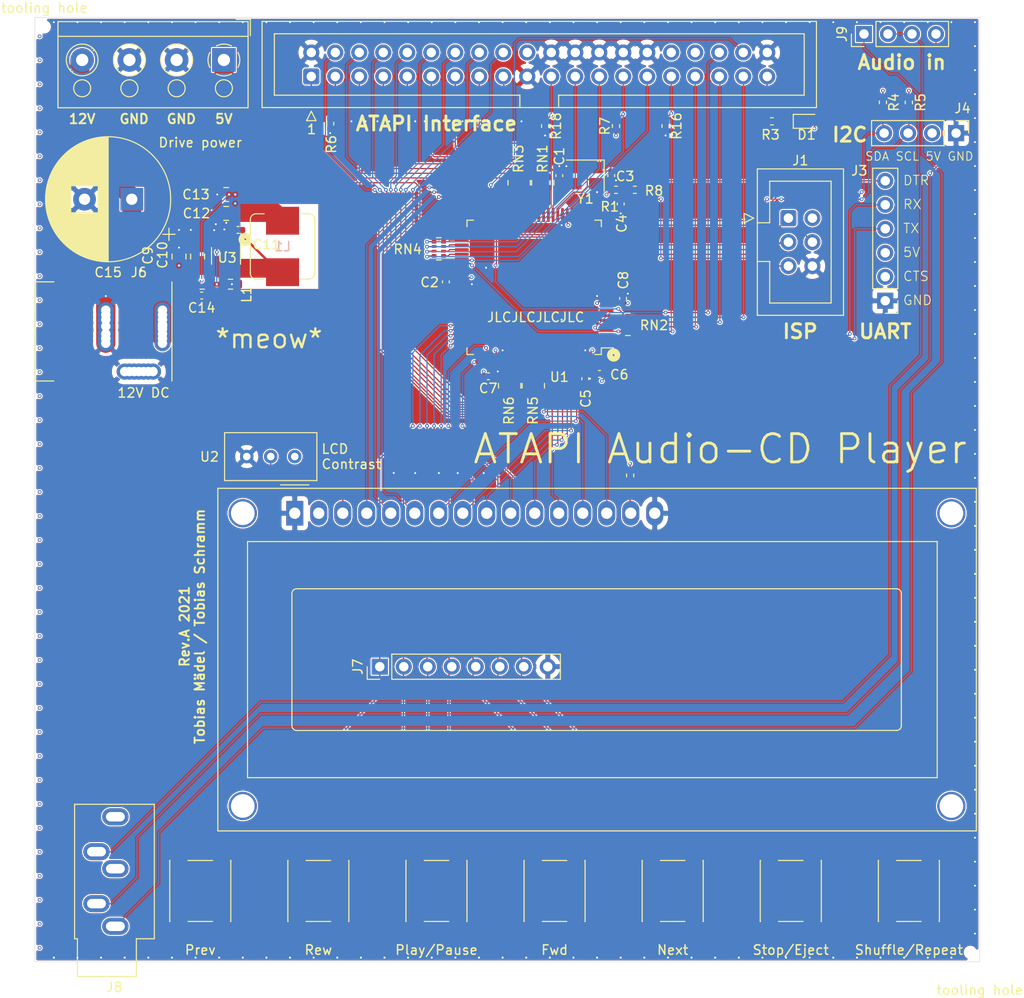
<source format=kicad_pcb>
(kicad_pcb (version 20171130) (host pcbnew 5.1.10)
  (layers (0 F.Cu signal) (1 In1.Cu signal) (2 In2.Cu signal) (31 B.Cu signal) (34 B.Paste user) (35 F.Paste user) (36 B.SilkS user) (37 F.SilkS user) (38 B.Mask user) (39 F.Mask user) (44 Edge.Cuts user))
  (net 0 "")
  (net 1 /ACTIVE)
  (net 2 GND)
  (net 3 /D7)
  (net 4 /D6)
  (net 5 /D5)
  (net 6 /D4)
  (net 7 /D3)
  (net 8 /D2)
  (net 9 /D1)
  (net 10 /D0)
  (net 11 /D15)
  (net 12 /D14)
  (net 13 /D13)
  (net 14 /D12)
  (net 15 /D11)
  (net 16 /D10)
  (net 17 /D9)
  (net 18 /D8)
  (net 19 /CS1)
  (net 20 /DA2)
  (net 21 "Net-(J2-Pad34)")
  (net 22 "Net-(J2-Pad32)")
  (net 23 /CS0)
  (net 24 /DA0)
  (net 25 /DA1)
  (net 26 /IRQ)
  (net 27 /IO_CH_RD)
  (net 28 /IOR)
  (net 29 /IOW)
  (net 30 /DMA_ACK)
  (net 31 /DMA_RQ)
  (net 32 /RESET)
  (net 33 "Net-(D1-Pad1)")
  (net 34 "Net-(U1-Pad79)")
  (net 35 "Net-(U1-Pad70)")
  (net 36 "Net-(U1-Pad69)")
  (net 37 "Net-(U1-Pad68)")
  (net 38 "Net-(U1-Pad67)")
  (net 39 "Net-(U1-Pad66)")
  (net 40 "Net-(U1-Pad65)")
  (net 41 "Net-(U1-Pad64)")
  (net 42 "Net-(U1-Pad63)")
  (net 43 "Net-(U1-Pad60)")
  (net 44 "Net-(U1-Pad52)")
  (net 45 "Net-(U1-Pad51)")
  (net 46 "Net-(U1-Pad45)")
  (net 47 "Net-(U1-Pad29)")
  (net 48 "Net-(U1-Pad28)")
  (net 49 "Net-(U1-Pad27)")
  (net 50 "Net-(U1-Pad26)")
  (net 51 "Net-(U1-Pad25)")
  (net 52 "Net-(U1-Pad24)")
  (net 53 "Net-(U1-Pad23)")
  (net 54 "Net-(U1-Pad19)")
  (net 55 "Net-(U1-Pad18)")
  (net 56 "Net-(U1-Pad17)")
  (net 57 "Net-(U1-Pad16)")
  (net 58 "Net-(U1-Pad15)")
  (net 59 "Net-(U1-Pad14)")
  (net 60 "Net-(U1-Pad13)")
  (net 61 "Net-(U1-Pad12)")
  (net 62 "Net-(U1-Pad9)")
  (net 63 "Net-(U1-Pad8)")
  (net 64 "Net-(U1-Pad7)")
  (net 65 "Net-(U1-Pad1)")
  (net 66 "Net-(C3-Pad1)")
  (net 67 /ISP_RST)
  (net 68 "Net-(C5-Pad1)")
  (net 69 +5V)
  (net 70 "Net-(R2-Pad1)")
  (net 71 /OLED_SDA)
  (net 72 /OLED_SCL)
  (net 73 "Net-(RV1-Pad2)")
  (net 74 /LCD_D0)
  (net 75 /LCD_D1)
  (net 76 /LCD_D2)
  (net 77 /LCD_D3)
  (net 78 /LCD_D4)
  (net 79 /LCD_D5)
  (net 80 /LCD_D6)
  (net 81 /LCD_D7)
  (net 82 /LCD_E)
  (net 83 /LCD_RW)
  (net 84 /LCD_RS)
  (net 85 /ISP_MISO)
  (net 86 /ISP_MOSI)
  (net 87 /ISP_SCK)
  (net 88 /FTDI_RX)
  (net 89 /FTDI_TX)
  (net 90 /FTDI_DTR)
  (net 91 /FTDI_CTS)
  (net 92 /OLED_5V)
  (net 93 /BTN_SHUFFLE)
  (net 94 /BTN_PREV)
  (net 95 /BTN_REW)
  (net 96 /BTN_PLAY)
  (net 97 /BTN_FWD)
  (net 98 /BTN_NEXT)
  (net 99 /BTN_STOP)
  (net 100 "Net-(C1-Pad2)")
  (net 101 +12V)
  (net 102 "Net-(C11-Pad2)")
  (net 103 "Net-(C11-Pad1)")
  (net 104 "Net-(C14-Pad2)")
  (net 105 "Net-(J2-Pad18)")
  (net 106 "Net-(J2-Pad16)")
  (net 107 "Net-(J2-Pad14)")
  (net 108 "Net-(J2-Pad12)")
  (net 109 "Net-(J2-Pad10)")
  (net 110 "Net-(J2-Pad8)")
  (net 111 "Net-(J2-Pad6)")
  (net 112 "Net-(J2-Pad4)")
  (net 113 "Net-(J2-Pad37)")
  (net 114 "Net-(J2-Pad35)")
  (net 115 "Net-(J2-Pad33)")
  (net 116 "Net-(J2-Pad25)")
  (net 117 "Net-(J2-Pad23)")
  (net 118 "Net-(J2-Pad17)")
  (net 119 "Net-(J2-Pad15)")
  (net 120 "Net-(J2-Pad13)")
  (net 121 "Net-(J2-Pad11)")
  (net 122 "Net-(J2-Pad9)")
  (net 123 "Net-(J2-Pad7)")
  (net 124 "Net-(J2-Pad5)")
  (net 125 /ATA_IRQ)
  (net 126 /ATA_IO_CH_RD)
  (net 127 /ATA_DMA_RQ)
  (net 128 /ATA_D7)
  (net 129 "Net-(J2-Pad20)")
  (net 130 "Net-(U1-Pad77)")
  (net 131 "Net-(J8-PadR)")
  (net 132 "Net-(J8-PadT)")
  (net 133 "Net-(J8-PadS)")
  (module ATAPIMega:catboy (layer B.Cu) (at 91.995628 53.969876 180)
    (fp_text reference H3 hide)
    (fp_text value Catboy hide)
  )
  (module Capacitor_SMD:C_0402_1005Metric (layer F.Cu) (at 81.745628 53.469876 90)
    (fp_text reference C2 (at -0.05 -1.725 180) (layer F.SilkS))
    (fp_text value 100nF)
    (pad 2 smd roundrect (at 0.48 0 90) (size 0.56 0.62) (layers F.Cu F.Paste F.Mask) (net 69 +5V))
    (pad 1 smd roundrect (at -0.48 0 90) (size 0.56 0.62) (layers F.Cu F.Paste F.Mask) (net 2 GND))
  )
  (module Connector_PinHeader_2.54mm:PinHeader_1x04_P2.54mm_Vertical (layer F.Cu) (at 125.995628 27.219876 90)
    (fp_text reference J9 (at 0 -2.33 90) (layer F.SilkS))
    (fp_text value "Audio in")
    (pad 4 thru_hole oval (at 0 7.62 90) (size 1.7 1.7) (drill 1) (layers *.Cu *.Mask) (net 132 "Net-(J8-PadT)"))
    (pad 3 thru_hole oval (at 0 5.08 90) (size 1.7 1.7) (drill 1) (layers *.Cu *.Mask) (net 133 "Net-(J8-PadS)"))
    (pad 2 thru_hole oval (at 0 2.54 90) (size 1.7 1.7) (drill 1) (layers *.Cu *.Mask) (net 133 "Net-(J8-PadS)"))
    (pad 1 thru_hole rect (at 0 0 90) (size 1.7 1.7) (drill 1) (layers *.Cu *.Mask) (net 131 "Net-(J8-PadR)"))
  )
  (module Connector_Audio:Jack_3.5mm_CUI_SJ1-3535NG_Horizontal (layer F.Cu) (at 46.761628 121.711876 180)
    (fp_text reference J8 (at 0.1 -6.45) (layer F.SilkS))
    (fp_text value 3.5mm)
    (pad RN thru_hole oval (at 0 6.1 180) (size 2.8 1.8) (drill oval 2 1) (layers *.Cu *.Mask))
    (pad TN thru_hole oval (at 0 11.6 180) (size 2.8 1.8) (drill oval 2 1) (layers *.Cu *.Mask))
    (pad R thru_hole oval (at 2 7.9 180) (size 2.8 1.8) (drill oval 2 1) (layers *.Cu *.Mask) (net 131 "Net-(J8-PadR)"))
    (pad T thru_hole oval (at 2 2.4 180) (size 2.8 1.8) (drill oval 2 1) (layers *.Cu *.Mask) (net 132 "Net-(J8-PadT)"))
    (pad S thru_hole oval (at 0 0 180) (size 2.8 1.8) (drill oval 2 1) (layers *.Cu *.Mask) (net 133 "Net-(J8-PadS)"))
  )
  (module Connector_PinHeader_2.54mm:PinHeader_1x08_P2.54mm_Vertical (layer F.Cu) (at 74.745628 94.219876 90)
    (fp_text reference J7 (at 0 -2.33 90) (layer F.SilkS))
    (fp_text value "External buttons")
    (pad 8 thru_hole oval (at 0 17.78 90) (size 1.7 1.7) (drill 1) (layers *.Cu *.Mask) (net 2 GND))
    (pad 7 thru_hole oval (at 0 15.24 90) (size 1.7 1.7) (drill 1) (layers *.Cu *.Mask) (net 93 /BTN_SHUFFLE))
    (pad 6 thru_hole oval (at 0 12.7 90) (size 1.7 1.7) (drill 1) (layers *.Cu *.Mask) (net 99 /BTN_STOP))
    (pad 5 thru_hole oval (at 0 10.16 90) (size 1.7 1.7) (drill 1) (layers *.Cu *.Mask) (net 98 /BTN_NEXT))
    (pad 4 thru_hole oval (at 0 7.62 90) (size 1.7 1.7) (drill 1) (layers *.Cu *.Mask) (net 97 /BTN_FWD))
    (pad 3 thru_hole oval (at 0 5.08 90) (size 1.7 1.7) (drill 1) (layers *.Cu *.Mask) (net 96 /BTN_PLAY))
    (pad 2 thru_hole oval (at 0 2.54 90) (size 1.7 1.7) (drill 1) (layers *.Cu *.Mask) (net 95 /BTN_REW))
    (pad 1 thru_hole rect (at 0 0 90) (size 1.7 1.7) (drill 1) (layers *.Cu *.Mask) (net 94 /BTN_PREV))
  )
  (module Connector_IDC:IDC-Header_2x03_P2.54mm_Vertical (layer F.Cu) (at 117.995628 46.719876)
    (fp_text reference J1 (at 1.27 -6.1) (layer F.SilkS))
    (fp_text value ISP)
    (pad 6 thru_hole circle (at 2.54 5.08) (size 1.7 1.7) (drill 1) (layers *.Cu *.Mask) (net 2 GND))
    (pad 4 thru_hole circle (at 2.54 2.54) (size 1.7 1.7) (drill 1) (layers *.Cu *.Mask) (net 86 /ISP_MOSI))
    (pad 2 thru_hole circle (at 2.54 0) (size 1.7 1.7) (drill 1) (layers *.Cu *.Mask) (net 69 +5V))
    (pad 5 thru_hole circle (at 0 5.08) (size 1.7 1.7) (drill 1) (layers *.Cu *.Mask) (net 67 /ISP_RST))
    (pad 3 thru_hole circle (at 0 2.54) (size 1.7 1.7) (drill 1) (layers *.Cu *.Mask) (net 87 /ISP_SCK))
    (pad 1 thru_hole roundrect (at 0 0) (size 1.7 1.7) (drill 1) (layers *.Cu *.Mask) (roundrect_rratio 0.1470588235294118) (net 85 /ISP_MISO))
  )
  (module ATAPIMega:BarrelJack_DC-005-2.0_C16214 (layer F.Cu) (at 49.245628 62.969876)
    (fp_text reference J6 (at 0 -10.5) (layer F.SilkS))
    (fp_text value "12V DC-In")
    (pad 3 thru_hole circle (at -1.5 0 90) (size 1.7 1.7) (drill 1) (layers *.Cu *.Mask) (net 2 GND))
    (pad 3 thru_hole circle (at 1.5 0 90) (size 1.7 1.7) (drill 1) (layers *.Cu *.Mask) (net 2 GND))
    (pad 3 thru_hole circle (at 1 0 90) (size 1.7 1.7) (drill 1) (layers *.Cu *.Mask) (net 2 GND))
    (pad 3 thru_hole circle (at -1 0 90) (size 1.7 1.7) (drill 1) (layers *.Cu *.Mask) (net 2 GND))
    (pad 3 thru_hole circle (at -0.5 0 90) (size 1.7 1.7) (drill 1) (layers *.Cu *.Mask) (net 2 GND))
    (pad 3 thru_hole circle (at 0.5 0 90) (size 1.7 1.7) (drill 1) (layers *.Cu *.Mask) (net 2 GND))
    (pad 2 thru_hole circle (at -3.5 -6.5) (size 1.7 1.7) (drill 1) (layers *.Cu *.Mask) (net 2 GND))
    (pad 2 thru_hole circle (at -3.5 -3) (size 1.7 1.7) (drill 1) (layers *.Cu *.Mask) (net 2 GND))
    (pad 2 thru_hole circle (at -3.5 -3.5) (size 1.7 1.7) (drill 1) (layers *.Cu *.Mask) (net 2 GND))
    (pad 2 thru_hole circle (at -3.5 -6) (size 1.7 1.7) (drill 1) (layers *.Cu *.Mask) (net 2 GND))
    (pad 2 thru_hole circle (at -3.5 -4) (size 1.7 1.7) (drill 1) (layers *.Cu *.Mask) (net 2 GND))
    (pad 2 thru_hole circle (at -3.5 -5.5) (size 1.7 1.7) (drill 1) (layers *.Cu *.Mask) (net 2 GND))
    (pad 1 thru_hole circle (at 2.5 -3) (size 1.7 1.7) (drill 1) (layers *.Cu *.Mask) (net 101 +12V))
    (pad 1 thru_hole circle (at 2.5 -6.5) (size 1.7 1.7) (drill 1) (layers *.Cu *.Mask) (net 101 +12V))
    (pad 1 thru_hole circle (at 2.5 -3.5) (size 1.7 1.7) (drill 1) (layers *.Cu *.Mask) (net 101 +12V))
    (pad 1 thru_hole circle (at 2.5 -6) (size 1.7 1.7) (drill 1) (layers *.Cu *.Mask) (net 101 +12V))
    (pad 1 thru_hole circle (at 2.5 -4) (size 1.7 1.7) (drill 1) (layers *.Cu *.Mask) (net 101 +12V))
    (pad 1 thru_hole circle (at 2.5 -5.5) (size 1.7 1.7) (drill 1) (layers *.Cu *.Mask) (net 101 +12V))
    (pad 1 thru_hole circle (at 2.5 -5) (size 1.7 1.7) (drill 1) (layers *.Cu *.Mask) (net 101 +12V))
    (pad 1 thru_hole circle (at 2.5 -4.5) (size 1.7 1.7) (drill 1) (layers *.Cu *.Mask) (net 101 +12V))
    (pad 2 thru_hole circle (at -3.5 -4.8) (size 1.7 1.7) (drill 1) (layers *.Cu *.Mask) (net 2 GND))
    (pad 1 thru_hole circle (at 2.5 -4.8) (size 1.7 1.7) (drill 1) (layers *.Cu *.Mask) (net 101 +12V))
    (pad 3 thru_hole circle (at 0 0 90) (size 1.7 1.7) (drill 1) (layers *.Cu *.Mask) (net 2 GND))
  )
  (module Button_Switch_SMD:SW_Push_1P1T_NO_6x6mm_H9.5mm (layer F.Cu) (at 130.745628 117.969876 90)
    (fp_text reference SW7 hide)
    (fp_text value Shuffle/Repeat (at -6.25 0 180) (layer F.SilkS))
    (pad 2 smd rect (at 3.975 2.25 90) (size 1.55 1.3) (layers F.Cu F.Paste F.Mask) (net 93 /BTN_SHUFFLE))
    (pad 1 smd rect (at 3.975 -2.25 90) (size 1.55 1.3) (layers F.Cu F.Paste F.Mask) (net 2 GND))
    (pad 1 smd rect (at -3.975 -2.25 90) (size 1.55 1.3) (layers F.Cu F.Paste F.Mask) (net 2 GND))
    (pad 2 smd rect (at -3.975 2.25 90) (size 1.55 1.3) (layers F.Cu F.Paste F.Mask) (net 93 /BTN_SHUFFLE))
  )
  (module Button_Switch_SMD:SW_Push_1P1T_NO_6x6mm_H9.5mm (layer F.Cu) (at 118.245628 117.969876 90)
    (fp_text reference SW6 hide)
    (fp_text value Stop/Eject (at -6.25 0 180) (layer F.SilkS))
    (pad 2 smd rect (at 3.975 2.25 90) (size 1.55 1.3) (layers F.Cu F.Paste F.Mask) (net 99 /BTN_STOP))
    (pad 1 smd rect (at 3.975 -2.25 90) (size 1.55 1.3) (layers F.Cu F.Paste F.Mask) (net 2 GND))
    (pad 1 smd rect (at -3.975 -2.25 90) (size 1.55 1.3) (layers F.Cu F.Paste F.Mask) (net 2 GND))
    (pad 2 smd rect (at -3.975 2.25 90) (size 1.55 1.3) (layers F.Cu F.Paste F.Mask) (net 99 /BTN_STOP))
  )
  (module Button_Switch_SMD:SW_Push_1P1T_NO_6x6mm_H9.5mm (layer F.Cu) (at 105.745628 117.969876 90)
    (fp_text reference SW5 hide)
    (fp_text value Next (at -6.25 0 180) (layer F.SilkS))
    (pad 2 smd rect (at 3.975 2.25 90) (size 1.55 1.3) (layers F.Cu F.Paste F.Mask) (net 98 /BTN_NEXT))
    (pad 1 smd rect (at 3.975 -2.25 90) (size 1.55 1.3) (layers F.Cu F.Paste F.Mask) (net 2 GND))
    (pad 1 smd rect (at -3.975 -2.25 90) (size 1.55 1.3) (layers F.Cu F.Paste F.Mask) (net 2 GND))
    (pad 2 smd rect (at -3.975 2.25 90) (size 1.55 1.3) (layers F.Cu F.Paste F.Mask) (net 98 /BTN_NEXT))
  )
  (module Button_Switch_SMD:SW_Push_1P1T_NO_6x6mm_H9.5mm (layer F.Cu) (at 93.245628 117.969876 90)
    (fp_text reference SW4 hide)
    (fp_text value Fwd (at -6.25 0 180) (layer F.SilkS))
    (pad 2 smd rect (at 3.975 2.25 90) (size 1.55 1.3) (layers F.Cu F.Paste F.Mask) (net 97 /BTN_FWD))
    (pad 1 smd rect (at 3.975 -2.25 90) (size 1.55 1.3) (layers F.Cu F.Paste F.Mask) (net 2 GND))
    (pad 1 smd rect (at -3.975 -2.25 90) (size 1.55 1.3) (layers F.Cu F.Paste F.Mask) (net 2 GND))
    (pad 2 smd rect (at -3.975 2.25 90) (size 1.55 1.3) (layers F.Cu F.Paste F.Mask) (net 97 /BTN_FWD))
  )
  (module Button_Switch_SMD:SW_Push_1P1T_NO_6x6mm_H9.5mm (layer F.Cu) (at 80.745628 117.969876 90)
    (fp_text reference SW3 hide)
    (fp_text value Play/Pause (at -6.25 0 180) (layer F.SilkS))
    (pad 2 smd rect (at 3.975 2.25 90) (size 1.55 1.3) (layers F.Cu F.Paste F.Mask) (net 96 /BTN_PLAY))
    (pad 1 smd rect (at 3.975 -2.25 90) (size 1.55 1.3) (layers F.Cu F.Paste F.Mask) (net 2 GND))
    (pad 1 smd rect (at -3.975 -2.25 90) (size 1.55 1.3) (layers F.Cu F.Paste F.Mask) (net 2 GND))
    (pad 2 smd rect (at -3.975 2.25 90) (size 1.55 1.3) (layers F.Cu F.Paste F.Mask) (net 96 /BTN_PLAY))
  )
  (module Button_Switch_SMD:SW_Push_1P1T_NO_6x6mm_H9.5mm (layer F.Cu) (at 68.245628 117.969876 90)
    (fp_text reference SW1 hide)
    (fp_text value Rew (at -6.25 0 180) (layer F.SilkS))
    (pad 2 smd rect (at 3.975 2.25 90) (size 1.55 1.3) (layers F.Cu F.Paste F.Mask) (net 95 /BTN_REW))
    (pad 1 smd rect (at 3.975 -2.25 90) (size 1.55 1.3) (layers F.Cu F.Paste F.Mask) (net 2 GND))
    (pad 1 smd rect (at -3.975 -2.25 90) (size 1.55 1.3) (layers F.Cu F.Paste F.Mask) (net 2 GND))
    (pad 2 smd rect (at -3.975 2.25 90) (size 1.55 1.3) (layers F.Cu F.Paste F.Mask) (net 95 /BTN_REW))
  )
  (module Button_Switch_SMD:SW_Push_1P1T_NO_6x6mm_H9.5mm (layer F.Cu) (at 55.745628 117.969876 90)
    (fp_text reference SW2 hide)
    (fp_text value Prev (at -6.25 0 180) (layer F.SilkS))
    (pad 2 smd rect (at 3.975 2.25 90) (size 1.55 1.3) (layers F.Cu F.Paste F.Mask) (net 94 /BTN_PREV))
    (pad 1 smd rect (at 3.975 -2.25 90) (size 1.55 1.3) (layers F.Cu F.Paste F.Mask) (net 2 GND))
    (pad 1 smd rect (at -3.975 -2.25 90) (size 1.55 1.3) (layers F.Cu F.Paste F.Mask) (net 2 GND))
    (pad 2 smd rect (at -3.975 2.25 90) (size 1.55 1.3) (layers F.Cu F.Paste F.Mask) (net 94 /BTN_PREV))
  )
  (module Resistor_SMD:R_Array_Convex_4x0402 (layer F.Cu) (at 88.495628 64.469876 90)
    (fp_text reference RN6 (at -2.632 -0.078 90) (layer F.SilkS))
    (fp_text value 33R)
    (pad 5 smd rect (at 0.5 0.75 90) (size 0.5 0.4) (layers F.Cu F.Paste F.Mask) (net 14 /D12))
    (pad 6 smd rect (at 0.5 0.25 90) (size 0.5 0.3) (layers F.Cu F.Paste F.Mask) (net 13 /D13))
    (pad 8 smd rect (at 0.5 -0.75 90) (size 0.5 0.4) (layers F.Cu F.Paste F.Mask) (net 11 /D15))
    (pad 7 smd rect (at 0.5 -0.25 90) (size 0.5 0.3) (layers F.Cu F.Paste F.Mask) (net 12 /D14))
    (pad 4 smd rect (at -0.5 0.75 90) (size 0.5 0.4) (layers F.Cu F.Paste F.Mask) (net 108 "Net-(J2-Pad12)"))
    (pad 2 smd rect (at -0.5 -0.25 90) (size 0.5 0.3) (layers F.Cu F.Paste F.Mask) (net 106 "Net-(J2-Pad16)"))
    (pad 3 smd rect (at -0.5 0.25 90) (size 0.5 0.3) (layers F.Cu F.Paste F.Mask) (net 107 "Net-(J2-Pad14)"))
    (pad 1 smd rect (at -0.5 -0.75 90) (size 0.5 0.4) (layers F.Cu F.Paste F.Mask) (net 105 "Net-(J2-Pad18)"))
  )
  (module Resistor_SMD:R_Array_Convex_4x0402 (layer F.Cu) (at 90.995628 64.469876 270)
    (fp_text reference RN5 (at 2.632 0.038 90) (layer F.SilkS))
    (fp_text value 33R)
    (pad 5 smd rect (at 0.5 0.75 270) (size 0.5 0.4) (layers F.Cu F.Paste F.Mask) (net 109 "Net-(J2-Pad10)"))
    (pad 6 smd rect (at 0.5 0.25 270) (size 0.5 0.3) (layers F.Cu F.Paste F.Mask) (net 110 "Net-(J2-Pad8)"))
    (pad 8 smd rect (at 0.5 -0.75 270) (size 0.5 0.4) (layers F.Cu F.Paste F.Mask) (net 112 "Net-(J2-Pad4)"))
    (pad 7 smd rect (at 0.5 -0.25 270) (size 0.5 0.3) (layers F.Cu F.Paste F.Mask) (net 111 "Net-(J2-Pad6)"))
    (pad 4 smd rect (at -0.5 0.75 270) (size 0.5 0.4) (layers F.Cu F.Paste F.Mask) (net 15 /D11))
    (pad 2 smd rect (at -0.5 -0.25 270) (size 0.5 0.3) (layers F.Cu F.Paste F.Mask) (net 17 /D9))
    (pad 3 smd rect (at -0.5 0.25 270) (size 0.5 0.3) (layers F.Cu F.Paste F.Mask) (net 16 /D10))
    (pad 1 smd rect (at -0.5 -0.75 270) (size 0.5 0.4) (layers F.Cu F.Paste F.Mask) (net 18 /D8))
  )
  (module Resistor_SMD:R_Array_Convex_4x0402 (layer F.Cu) (at 80.995628 49.969876 180)
    (fp_text reference RN4 (at 3.3 -0.05) (layer F.SilkS))
    (fp_text value 33R)
    (pad 5 smd rect (at 0.5 0.75 180) (size 0.5 0.4) (layers F.Cu F.Paste F.Mask) (net 127 /ATA_DMA_RQ))
    (pad 6 smd rect (at 0.5 0.25 180) (size 0.5 0.3) (layers F.Cu F.Paste F.Mask) (net 117 "Net-(J2-Pad23)"))
    (pad 8 smd rect (at 0.5 -0.75 180) (size 0.5 0.4) (layers F.Cu F.Paste F.Mask) (net 126 /ATA_IO_CH_RD))
    (pad 7 smd rect (at 0.5 -0.25 180) (size 0.5 0.3) (layers F.Cu F.Paste F.Mask) (net 116 "Net-(J2-Pad25)"))
    (pad 4 smd rect (at -0.5 0.75 180) (size 0.5 0.4) (layers F.Cu F.Paste F.Mask) (net 31 /DMA_RQ))
    (pad 2 smd rect (at -0.5 -0.25 180) (size 0.5 0.3) (layers F.Cu F.Paste F.Mask) (net 28 /IOR))
    (pad 3 smd rect (at -0.5 0.25 180) (size 0.5 0.3) (layers F.Cu F.Paste F.Mask) (net 29 /IOW))
    (pad 1 smd rect (at -0.5 -0.75 180) (size 0.5 0.4) (layers F.Cu F.Paste F.Mask) (net 27 /IO_CH_RD))
  )
  (module Resistor_SMD:R_Array_Convex_4x0402 (layer F.Cu) (at 89.495628 42.969876 90)
    (fp_text reference RN3 (at 2.538 -0.062 90) (layer F.SilkS))
    (fp_text value 33R)
    (pad 5 smd rect (at 0.5 0.75 90) (size 0.5 0.4) (layers F.Cu F.Paste F.Mask) (net 122 "Net-(J2-Pad9)"))
    (pad 6 smd rect (at 0.5 0.25 90) (size 0.5 0.3) (layers F.Cu F.Paste F.Mask) (net 123 "Net-(J2-Pad7)"))
    (pad 8 smd rect (at 0.5 -0.75 90) (size 0.5 0.4) (layers F.Cu F.Paste F.Mask) (net 128 /ATA_D7))
    (pad 7 smd rect (at 0.5 -0.25 90) (size 0.5 0.3) (layers F.Cu F.Paste F.Mask) (net 124 "Net-(J2-Pad5)"))
    (pad 4 smd rect (at -0.5 0.75 90) (size 0.5 0.4) (layers F.Cu F.Paste F.Mask) (net 6 /D4))
    (pad 2 smd rect (at -0.5 -0.25 90) (size 0.5 0.3) (layers F.Cu F.Paste F.Mask) (net 4 /D6))
    (pad 3 smd rect (at -0.5 0.25 90) (size 0.5 0.3) (layers F.Cu F.Paste F.Mask) (net 5 /D5))
    (pad 1 smd rect (at -0.5 -0.75 90) (size 0.5 0.4) (layers F.Cu F.Paste F.Mask) (net 3 /D7))
  )
  (module Resistor_SMD:R_Array_Convex_4x0402 (layer F.Cu) (at 100.995628 57.969876)
    (fp_text reference RN2 (at 2.775 0.1) (layer F.SilkS))
    (fp_text value 33R)
    (pad 5 smd rect (at 0.5 0.75) (size 0.5 0.4) (layers F.Cu F.Paste F.Mask) (net 125 /ATA_IRQ))
    (pad 6 smd rect (at 0.5 0.25) (size 0.5 0.3) (layers F.Cu F.Paste F.Mask) (net 115 "Net-(J2-Pad33)"))
    (pad 8 smd rect (at 0.5 -0.75) (size 0.5 0.4) (layers F.Cu F.Paste F.Mask) (net 113 "Net-(J2-Pad37)"))
    (pad 7 smd rect (at 0.5 -0.25) (size 0.5 0.3) (layers F.Cu F.Paste F.Mask) (net 114 "Net-(J2-Pad35)"))
    (pad 4 smd rect (at -0.5 0.75) (size 0.5 0.4) (layers F.Cu F.Paste F.Mask) (net 26 /IRQ))
    (pad 2 smd rect (at -0.5 -0.25) (size 0.5 0.3) (layers F.Cu F.Paste F.Mask) (net 24 /DA0))
    (pad 3 smd rect (at -0.5 0.25) (size 0.5 0.3) (layers F.Cu F.Paste F.Mask) (net 25 /DA1))
    (pad 1 smd rect (at -0.5 -0.75) (size 0.5 0.4) (layers F.Cu F.Paste F.Mask) (net 23 /CS0))
  )
  (module Resistor_SMD:R_Array_Convex_4x0402 (layer F.Cu) (at 91.995628 42.969876 90)
    (fp_text reference RN1 (at 2.538 -0.022 90) (layer F.SilkS))
    (fp_text value 33R)
    (pad 5 smd rect (at 0.5 0.75 90) (size 0.5 0.4) (layers F.Cu F.Paste F.Mask) (net 118 "Net-(J2-Pad17)"))
    (pad 6 smd rect (at 0.5 0.25 90) (size 0.5 0.3) (layers F.Cu F.Paste F.Mask) (net 119 "Net-(J2-Pad15)"))
    (pad 8 smd rect (at 0.5 -0.75 90) (size 0.5 0.4) (layers F.Cu F.Paste F.Mask) (net 121 "Net-(J2-Pad11)"))
    (pad 7 smd rect (at 0.5 -0.25 90) (size 0.5 0.3) (layers F.Cu F.Paste F.Mask) (net 120 "Net-(J2-Pad13)"))
    (pad 4 smd rect (at -0.5 0.75 90) (size 0.5 0.4) (layers F.Cu F.Paste F.Mask) (net 10 /D0))
    (pad 2 smd rect (at -0.5 -0.25 90) (size 0.5 0.3) (layers F.Cu F.Paste F.Mask) (net 8 /D2))
    (pad 3 smd rect (at -0.5 0.25 90) (size 0.5 0.3) (layers F.Cu F.Paste F.Mask) (net 9 /D1))
    (pad 1 smd rect (at -0.5 -0.75 90) (size 0.5 0.4) (layers F.Cu F.Paste F.Mask) (net 7 /D3))
  )
  (module Capacitor_THT:CP_Radial_D13.0mm_P5.00mm (layer F.Cu) (at 48.495628 44.719876 180)
    (fp_text reference C15 (at 2.5 -7.75) (layer F.SilkS))
    (fp_text value "2200uF 16V")
    (pad 2 thru_hole circle (at 5 0 180) (size 2.4 2.4) (drill 1.2) (layers *.Cu *.Mask) (net 2 GND))
    (pad 1 thru_hole rect (at 0 0 180) (size 2.4 2.4) (drill 1.2) (layers *.Cu *.Mask) (net 101 +12V))
  )
  (module TerminalBlock_RND:TerminalBlock_RND_205-00003_1x04_P5.00mm_Horizontal (layer F.Cu) (at 58.245628 29.969876 180)
    (fp_text reference J5 hide)
    (fp_text value Drive_Power)
    (pad 4 thru_hole circle (at 15 0 180) (size 2.5 2.5) (drill 1.3) (layers *.Cu *.Mask) (net 101 +12V))
    (pad 3 thru_hole circle (at 10 0 180) (size 2.5 2.5) (drill 1.3) (layers *.Cu *.Mask) (net 2 GND))
    (pad 2 thru_hole circle (at 5 0 180) (size 2.5 2.5) (drill 1.3) (layers *.Cu *.Mask) (net 2 GND))
    (pad 1 thru_hole rect (at 0 0 180) (size 2.5 2.5) (drill 1.3) (layers *.Cu *.Mask) (net 69 +5V))
  )
  (module Package_TO_SOT_SMD:TSOT-23-6 (layer F.Cu) (at 58.495628 50.719876 270)
    (fp_text reference U3 (at 0.2 -0.1) (layer F.SilkS))
    (fp_text value SY8113B)
    (pad 6 smd rect (at 1.31 -0.95 270) (size 1.22 0.65) (layers F.Cu F.Paste F.Mask) (net 103 "Net-(C11-Pad1)"))
    (pad 5 smd rect (at 1.31 0 270) (size 1.22 0.65) (layers F.Cu F.Paste F.Mask) (net 101 +12V))
    (pad 4 smd rect (at 1.31 0.95 270) (size 1.22 0.65) (layers F.Cu F.Paste F.Mask) (net 101 +12V))
    (pad 3 smd rect (at -1.31 0.95 270) (size 1.22 0.65) (layers F.Cu F.Paste F.Mask) (net 104 "Net-(C14-Pad2)"))
    (pad 2 smd rect (at -1.31 0 270) (size 1.22 0.65) (layers F.Cu F.Paste F.Mask) (net 2 GND))
    (pad 1 smd rect (at -1.31 -0.95 270) (size 1.22 0.65) (layers F.Cu F.Paste F.Mask) (net 102 "Net-(C11-Pad2)"))
  )
  (module Resistor_SMD:R_0603_1608Metric (layer F.Cu) (at 58.945628 53.719876)
    (fp_text reference R10 hide)
    (fp_text value 30k)
    (pad 2 smd roundrect (at 0.825 0) (size 0.8 0.95) (layers F.Cu F.Paste F.Mask) (net 2 GND))
    (pad 1 smd roundrect (at -0.825 0) (size 0.8 0.95) (layers F.Cu F.Paste F.Mask) (net 104 "Net-(C14-Pad2)"))
  )
  (module Resistor_SMD:R_0603_1608Metric (layer F.Cu) (at 55.945628 53.719876)
    (fp_text reference R9 hide)
    (fp_text value 220k)
    (pad 2 smd roundrect (at 0.825 0) (size 0.8 0.95) (layers F.Cu F.Paste F.Mask) (net 104 "Net-(C14-Pad2)"))
    (pad 1 smd roundrect (at -0.825 0) (size 0.8 0.95) (layers F.Cu F.Paste F.Mask) (net 69 +5V))
  )
  (module Resistor_SMD:R_0402_1005Metric (layer F.Cu) (at 101.745628 43.719876 180)
    (fp_text reference R8 (at -2.025 -0.1) (layer F.SilkS))
    (fp_text value 75R)
    (pad 2 smd roundrect (at 0.51 0 180) (size 0.54 0.64) (layers F.Cu F.Paste F.Mask) (net 67 /ISP_RST))
    (pad 1 smd roundrect (at -0.51 0 180) (size 0.54 0.64) (layers F.Cu F.Paste F.Mask) (net 90 /FTDI_DTR))
  )
  (module Inductor_SMD:L_Bourns_SRP7028A_7.3x6.6mm (layer F.Cu) (at 64.455628 49.719876 90)
    (fp_text reference L1 (at -5.08 -3.81 90) (layer F.SilkS))
    (fp_text value 4.7uH)
    (fp_text user %R (at 0 0 180) (layer B.SilkS) (effects (justify mirror)))
    (pad 2 smd rect (at 2.725 0 90) (size 2.95 3.5) (layers F.Cu F.Paste F.Mask) (net 69 +5V))
    (pad 1 smd rect (at -2.725 0 90) (size 2.95 3.5) (layers F.Cu F.Paste F.Mask) (net 103 "Net-(C11-Pad1)"))
  )
  (module Capacitor_SMD:C_0402_1005Metric (layer F.Cu) (at 55.895628 54.919876)
    (fp_text reference C14 (at 0 1.3) (layer F.SilkS))
    (fp_text value 22pF)
    (pad 2 smd roundrect (at 0.48 0) (size 0.56 0.62) (layers F.Cu F.Paste F.Mask) (net 104 "Net-(C14-Pad2)"))
    (pad 1 smd roundrect (at -0.48 0) (size 0.56 0.62) (layers F.Cu F.Paste F.Mask) (net 69 +5V))
  )
  (module Capacitor_SMD:C_0805_2012Metric (layer F.Cu) (at 58.495628 44.219876 180)
    (fp_text reference C13 (at 3.2 0) (layer F.SilkS))
    (fp_text value 22uF)
    (pad 2 smd roundrect (at 0.95 0 180) (size 1 1.45) (layers F.Cu F.Paste F.Mask) (net 2 GND))
    (pad 1 smd roundrect (at -0.95 0 180) (size 1 1.45) (layers F.Cu F.Paste F.Mask) (net 69 +5V))
  )
  (module Capacitor_SMD:C_0805_2012Metric (layer F.Cu) (at 58.495628 46.219876 180)
    (fp_text reference C12 (at 3.15 0) (layer F.SilkS))
    (fp_text value 22uF)
    (pad 2 smd roundrect (at 0.95 0 180) (size 1 1.45) (layers F.Cu F.Paste F.Mask) (net 2 GND))
    (pad 1 smd roundrect (at -0.95 0 180) (size 1 1.45) (layers F.Cu F.Paste F.Mask) (net 69 +5V))
  )
  (module Capacitor_SMD:C_0402_1005Metric (layer F.Cu) (at 59.745628 47.969876 180)
    (fp_text reference C11 (at -3 -1.55) (layer F.SilkS))
    (fp_text value 100nF)
    (pad 2 smd roundrect (at 0.48 0 180) (size 0.56 0.62) (layers F.Cu F.Paste F.Mask) (net 102 "Net-(C11-Pad2)"))
    (pad 1 smd roundrect (at -0.48 0 180) (size 0.56 0.62) (layers F.Cu F.Paste F.Mask) (net 103 "Net-(C11-Pad1)"))
  )
  (module Capacitor_SMD:C_0805_2012Metric (layer F.Cu) (at 55.465628 50.789876 90)
    (fp_text reference C10 (at 0.17 -3.72 90) (layer F.SilkS))
    (fp_text value 22uF)
    (pad 2 smd roundrect (at 0.95 0 90) (size 1 1.45) (layers F.Cu F.Paste F.Mask) (net 2 GND))
    (pad 1 smd roundrect (at -0.95 0 90) (size 1 1.45) (layers F.Cu F.Paste F.Mask) (net 101 +12V))
  )
  (module Capacitor_SMD:C_0805_2012Metric (layer F.Cu) (at 53.495628 50.789876 90)
    (fp_text reference C9 (at 0.12 -3.3 90) (layer F.SilkS))
    (fp_text value 22uF)
    (pad 2 smd roundrect (at 0.95 0 90) (size 1 1.45) (layers F.Cu F.Paste F.Mask) (net 2 GND))
    (pad 1 smd roundrect (at -0.95 0 90) (size 1 1.45) (layers F.Cu F.Paste F.Mask) (net 101 +12V))
  )
  (module Capacitor_SMD:C_0402_1005Metric (layer F.Cu) (at 99.245628 42.219876 270)
    (fp_text reference C3 (at 0.075 -1.475) (layer F.SilkS))
    (fp_text value 22pF)
    (pad 2 smd roundrect (at 0.48 0 270) (size 0.56 0.62) (layers F.Cu F.Paste F.Mask) (net 2 GND))
    (pad 1 smd roundrect (at -0.48 0 270) (size 0.56 0.62) (layers F.Cu F.Paste F.Mask) (net 66 "Net-(C3-Pad1)"))
  )
  (module Capacitor_SMD:C_0402_1005Metric (layer F.Cu) (at 93.745628 42.219876 270)
    (fp_text reference C1 (at -2.042 -0.006 90) (layer F.SilkS))
    (fp_text value 22pF)
    (pad 2 smd roundrect (at 0.48 0 270) (size 0.56 0.62) (layers F.Cu F.Paste F.Mask) (net 100 "Net-(C1-Pad2)"))
    (pad 1 smd roundrect (at -0.48 0 270) (size 0.56 0.62) (layers F.Cu F.Paste F.Mask) (net 2 GND))
  )
  (module Connector_PinHeader_2.54mm:PinHeader_1x04_P2.54mm_Vertical (layer F.Cu) (at 135.745628 37.719876 270)
    (fp_text reference J4 (at -2.622 -0.678 180) (layer F.SilkS))
    (fp_text value "OLED SSD1306")
    (pad 4 thru_hole oval (at 0 7.62 270) (size 1.7 1.7) (drill 1) (layers *.Cu *.Mask) (net 71 /OLED_SDA))
    (pad 3 thru_hole oval (at 0 5.08 270) (size 1.7 1.7) (drill 1) (layers *.Cu *.Mask) (net 72 /OLED_SCL))
    (pad 2 thru_hole oval (at 0 2.54 270) (size 1.7 1.7) (drill 1) (layers *.Cu *.Mask) (net 92 /OLED_5V))
    (pad 1 thru_hole rect (at 0 0 270) (size 1.7 1.7) (drill 1) (layers *.Cu *.Mask) (net 2 GND))
  )
  (module Connector_PinHeader_2.54mm:PinHeader_1x06_P2.54mm_Vertical (layer F.Cu) (at 128.245628 55.469876 180)
    (fp_text reference J3 (at 2.744 13.768) (layer F.SilkS))
    (fp_text value UART)
    (pad 6 thru_hole oval (at 0 12.7 180) (size 1.7 1.7) (drill 1) (layers *.Cu *.Mask) (net 90 /FTDI_DTR))
    (pad 5 thru_hole oval (at 0 10.16 180) (size 1.7 1.7) (drill 1) (layers *.Cu *.Mask) (net 88 /FTDI_RX))
    (pad 4 thru_hole oval (at 0 7.62 180) (size 1.7 1.7) (drill 1) (layers *.Cu *.Mask) (net 89 /FTDI_TX))
    (pad 3 thru_hole oval (at 0 5.08 180) (size 1.7 1.7) (drill 1) (layers *.Cu *.Mask) (net 69 +5V))
    (pad 2 thru_hole oval (at 0 2.54 180) (size 1.7 1.7) (drill 1) (layers *.Cu *.Mask) (net 91 /FTDI_CTS))
    (pad 1 thru_hole rect (at 0 0 180) (size 1.7 1.7) (drill 1) (layers *.Cu *.Mask) (net 2 GND))
  )
  (module Crystal:Crystal_SMD_3225-4Pin_3.2x2.5mm (layer F.Cu) (at 96.495628 42.219876 180)
    (fp_text reference Y1 (at 0 -2.45) (layer F.SilkS))
    (fp_text value "16 MHz")
    (pad 4 smd rect (at -1.1 -0.85 180) (size 1.4 1.2) (layers F.Cu F.Paste F.Mask) (net 2 GND))
    (pad 3 smd rect (at 1.1 -0.85 180) (size 1.4 1.2) (layers F.Cu F.Paste F.Mask) (net 100 "Net-(C1-Pad2)"))
    (pad 2 smd rect (at 1.1 0.85 180) (size 1.4 1.2) (layers F.Cu F.Paste F.Mask) (net 2 GND))
    (pad 1 smd rect (at -1.1 0.85 180) (size 1.4 1.2) (layers F.Cu F.Paste F.Mask) (net 66 "Net-(C3-Pad1)"))
  )
  (module Display:WC1602A (layer F.Cu) (at 65.745628 77.969876)
    (fp_text reference U2 (at -9.025 -5.975) (layer F.SilkS))
    (fp_text value HD44780)
    (pad "" thru_hole circle (at 69.5 0) (size 3 3) (drill 2.5) (layers *.Cu *.Mask))
    (pad "" thru_hole circle (at 69.49948 31.0007) (size 3 3) (drill 2.5) (layers *.Cu *.Mask))
    (pad "" thru_hole circle (at -5.4991 31.0007) (size 3 3) (drill 2.5) (layers *.Cu *.Mask))
    (pad "" thru_hole circle (at -5.4991 0) (size 3 3) (drill 2.5) (layers *.Cu *.Mask))
    (pad 16 thru_hole oval (at 38.1 0) (size 1.8 2.6) (drill 1.2) (layers *.Cu *.Mask) (net 2 GND))
    (pad 15 thru_hole oval (at 35.56 0) (size 1.8 2.6) (drill 1.2) (layers *.Cu *.Mask) (net 70 "Net-(R2-Pad1)"))
    (pad 14 thru_hole oval (at 33.02 0) (size 1.8 2.6) (drill 1.2) (layers *.Cu *.Mask) (net 81 /LCD_D7))
    (pad 13 thru_hole oval (at 30.48 0) (size 1.8 2.6) (drill 1.2) (layers *.Cu *.Mask) (net 80 /LCD_D6))
    (pad 12 thru_hole oval (at 27.94 0) (size 1.8 2.6) (drill 1.2) (layers *.Cu *.Mask) (net 79 /LCD_D5))
    (pad 11 thru_hole oval (at 25.4 0) (size 1.8 2.6) (drill 1.2) (layers *.Cu *.Mask) (net 78 /LCD_D4))
    (pad 10 thru_hole oval (at 22.86 0) (size 1.8 2.6) (drill 1.2) (layers *.Cu *.Mask) (net 77 /LCD_D3))
    (pad 9 thru_hole oval (at 20.32 0) (size 1.8 2.6) (drill 1.2) (layers *.Cu *.Mask) (net 76 /LCD_D2))
    (pad 8 thru_hole oval (at 17.78 0) (size 1.8 2.6) (drill 1.2) (layers *.Cu *.Mask) (net 75 /LCD_D1))
    (pad 7 thru_hole oval (at 15.24 0) (size 1.8 2.6) (drill 1.2) (layers *.Cu *.Mask) (net 74 /LCD_D0))
    (pad 6 thru_hole oval (at 12.7 0) (size 1.8 2.6) (drill 1.2) (layers *.Cu *.Mask) (net 82 /LCD_E))
    (pad 5 thru_hole oval (at 10.16 0) (size 1.8 2.6) (drill 1.2) (layers *.Cu *.Mask) (net 83 /LCD_RW))
    (pad 4 thru_hole oval (at 7.62 0) (size 1.8 2.6) (drill 1.2) (layers *.Cu *.Mask) (net 84 /LCD_RS))
    (pad 3 thru_hole oval (at 5.08 0) (size 1.8 2.6) (drill 1.2) (layers *.Cu *.Mask) (net 73 "Net-(RV1-Pad2)"))
    (pad 2 thru_hole oval (at 2.54 0) (size 1.8 2.6) (drill 1.2) (layers *.Cu *.Mask) (net 69 +5V))
    (pad 1 thru_hole rect (at 0 0) (size 1.8 2.6) (drill 1.2) (layers *.Cu *.Mask) (net 2 GND))
  )
  (module Potentiometer_THT:Potentiometer_Bourns_3296W_Vertical (layer F.Cu) (at 65.745628 71.969876)
    (fp_text reference RV1 hide)
    (fp_text value "10k Contrast")
    (pad 3 thru_hole circle (at -5.08 0) (size 1.44 1.44) (drill 0.8) (layers *.Cu *.Mask) (net 2 GND))
    (pad 2 thru_hole circle (at -2.54 0) (size 1.44 1.44) (drill 0.8) (layers *.Cu *.Mask) (net 73 "Net-(RV1-Pad2)"))
    (pad 1 thru_hole circle (at 0 0) (size 1.44 1.44) (drill 0.8) (layers *.Cu *.Mask) (net 69 +5V))
  )
  (module Resistor_SMD:R_0402_1005Metric (layer F.Cu) (at 99.745628 36.969876 90)
    (fp_text reference R7 (at 0 -1.17 90) (layer F.SilkS))
    (fp_text value 10k)
    (pad 2 smd roundrect (at 0.51 0 90) (size 0.54 0.64) (layers F.Cu F.Paste F.Mask) (net 126 /ATA_IO_CH_RD))
    (pad 1 smd roundrect (at -0.51 0 90) (size 0.54 0.64) (layers F.Cu F.Paste F.Mask) (net 69 +5V))
  )
  (module Resistor_SMD:R_0402_1005Metric (layer F.Cu) (at 69.495628 36.719876 90)
    (fp_text reference R6 (at -2.188 0.126 90) (layer F.SilkS))
    (fp_text value 10k)
    (pad 2 smd roundrect (at 0.51 0 90) (size 0.54 0.64) (layers F.Cu F.Paste F.Mask) (net 128 /ATA_D7))
    (pad 1 smd roundrect (at -0.51 0 90) (size 0.54 0.64) (layers F.Cu F.Paste F.Mask) (net 2 GND))
  )
  (module Resistor_SMD:R_0402_1005Metric (layer F.Cu) (at 130.745628 34.469876 90)
    (fp_text reference R5 (at 0 1.233 90) (layer F.SilkS))
    (fp_text value 4.7k)
    (pad 2 smd roundrect (at 0.51 0 90) (size 0.54 0.64) (layers F.Cu F.Paste F.Mask) (net 69 +5V))
    (pad 1 smd roundrect (at -0.51 0 90) (size 0.54 0.64) (layers F.Cu F.Paste F.Mask) (net 72 /OLED_SCL))
  )
  (module Resistor_SMD:R_0402_1005Metric (layer F.Cu) (at 127.995628 34.459876 270)
    (fp_text reference R4 (at 0 -1.17 90) (layer F.SilkS))
    (fp_text value 4.7k)
    (pad 2 smd roundrect (at 0.51 0 270) (size 0.54 0.64) (layers F.Cu F.Paste F.Mask) (net 71 /OLED_SDA))
    (pad 1 smd roundrect (at -0.51 0 270) (size 0.54 0.64) (layers F.Cu F.Paste F.Mask) (net 69 +5V))
  )
  (module Resistor_SMD:R_0402_1005Metric (layer F.Cu) (at 101.245628 73.969876 90)
    (fp_text reference R2 hide)
    (fp_text value 75R)
    (pad 2 smd roundrect (at 0.51 0 90) (size 0.54 0.64) (layers F.Cu F.Paste F.Mask) (net 69 +5V))
    (pad 1 smd roundrect (at -0.51 0 90) (size 0.54 0.64) (layers F.Cu F.Paste F.Mask) (net 70 "Net-(R2-Pad1)"))
  )
  (module Resistor_SMD:R_0402_1005Metric (layer F.Cu) (at 99.745628 43.719876 180)
    (fp_text reference R1 (at 0.66 -1.792) (layer F.SilkS))
    (fp_text value 10k)
    (pad 2 smd roundrect (at 0.51 0 180) (size 0.54 0.64) (layers F.Cu F.Paste F.Mask) (net 69 +5V))
    (pad 1 smd roundrect (at -0.51 0 180) (size 0.54 0.64) (layers F.Cu F.Paste F.Mask) (net 67 /ISP_RST))
  )
  (module Capacitor_SMD:C_0402_1005Metric (layer F.Cu) (at 100.495628 55.219876 90)
    (fp_text reference C8 (at 1.925 0.025 90) (layer F.SilkS))
    (fp_text value 100nF)
    (pad 2 smd roundrect (at 0.48 0 90) (size 0.56 0.62) (layers F.Cu F.Paste F.Mask) (net 2 GND))
    (pad 1 smd roundrect (at -0.48 0 90) (size 0.56 0.62) (layers F.Cu F.Paste F.Mask) (net 69 +5V))
  )
  (module Capacitor_SMD:C_0402_1005Metric (layer F.Cu) (at 86.245628 63.469876)
    (fp_text reference C7 (at -0.025 1.275) (layer F.SilkS))
    (fp_text value 100nF)
    (pad 2 smd roundrect (at 0.48 0) (size 0.56 0.62) (layers F.Cu F.Paste F.Mask) (net 2 GND))
    (pad 1 smd roundrect (at -0.48 0) (size 0.56 0.62) (layers F.Cu F.Paste F.Mask) (net 69 +5V))
  )
  (module Capacitor_SMD:C_0402_1005Metric (layer F.Cu) (at 97.995628 63.219876 180)
    (fp_text reference C6 (at -2.106 -0.072) (layer F.SilkS))
    (fp_text value 100nF)
    (pad 2 smd roundrect (at 0.48 0 180) (size 0.56 0.62) (layers F.Cu F.Paste F.Mask) (net 2 GND))
    (pad 1 smd roundrect (at -0.48 0 180) (size 0.56 0.62) (layers F.Cu F.Paste F.Mask) (net 69 +5V))
  )
  (module Capacitor_SMD:C_0402_1005Metric (layer F.Cu) (at 96.495628 63.719876 270)
    (fp_text reference C5 (at 2.112 -0.05 90) (layer F.SilkS))
    (fp_text value 100nF)
    (pad 2 smd roundrect (at 0.48 0 270) (size 0.56 0.62) (layers F.Cu F.Paste F.Mask) (net 2 GND))
    (pad 1 smd roundrect (at -0.48 0 270) (size 0.56 0.62) (layers F.Cu F.Paste F.Mask) (net 68 "Net-(C5-Pad1)"))
  )
  (module Capacitor_SMD:C_0402_1005Metric (layer F.Cu) (at 100.245628 45.219876 270)
    (fp_text reference C4 (at 2.07 -0.11 90) (layer F.SilkS))
    (fp_text value 100nF)
    (pad 2 smd roundrect (at 0.48 0 270) (size 0.56 0.62) (layers F.Cu F.Paste F.Mask) (net 2 GND))
    (pad 1 smd roundrect (at -0.48 0 270) (size 0.56 0.62) (layers F.Cu F.Paste F.Mask) (net 67 /ISP_RST))
  )
  (module Package_QFP:TQFP-100_14x14mm_P0.5mm (layer F.Cu) (at 91.085628 54.049876 180)
    (fp_text reference U1 (at -2.666 -9.496) (layer F.SilkS))
    (fp_text value ATmega2560-16AU)
    (pad 100 smd roundrect (at -6 -7.6625 180) (size 0.3 1.475) (layers F.Cu F.Paste F.Mask) (net 69 +5V))
    (pad 99 smd roundrect (at -5.5 -7.6625 180) (size 0.3 1.475) (layers F.Cu F.Paste F.Mask) (net 2 GND))
    (pad 98 smd roundrect (at -5 -7.6625 180) (size 0.3 1.475) (layers F.Cu F.Paste F.Mask) (net 68 "Net-(C5-Pad1)"))
    (pad 97 smd roundrect (at -4.5 -7.6625 180) (size 0.3 1.475) (layers F.Cu F.Paste F.Mask) (net 74 /LCD_D0))
    (pad 96 smd roundrect (at -4 -7.6625 180) (size 0.3 1.475) (layers F.Cu F.Paste F.Mask) (net 75 /LCD_D1))
    (pad 95 smd roundrect (at -3.5 -7.6625 180) (size 0.3 1.475) (layers F.Cu F.Paste F.Mask) (net 76 /LCD_D2))
    (pad 94 smd roundrect (at -3 -7.6625 180) (size 0.3 1.475) (layers F.Cu F.Paste F.Mask) (net 77 /LCD_D3))
    (pad 93 smd roundrect (at -2.5 -7.6625 180) (size 0.3 1.475) (layers F.Cu F.Paste F.Mask) (net 78 /LCD_D4))
    (pad 92 smd roundrect (at -2 -7.6625 180) (size 0.3 1.475) (layers F.Cu F.Paste F.Mask) (net 79 /LCD_D5))
    (pad 91 smd roundrect (at -1.5 -7.6625 180) (size 0.3 1.475) (layers F.Cu F.Paste F.Mask) (net 80 /LCD_D6))
    (pad 90 smd roundrect (at -1 -7.6625 180) (size 0.3 1.475) (layers F.Cu F.Paste F.Mask) (net 81 /LCD_D7))
    (pad 89 smd roundrect (at -0.5 -7.6625 180) (size 0.3 1.475) (layers F.Cu F.Paste F.Mask) (net 18 /D8))
    (pad 88 smd roundrect (at 0 -7.6625 180) (size 0.3 1.475) (layers F.Cu F.Paste F.Mask) (net 17 /D9))
    (pad 87 smd roundrect (at 0.5 -7.6625 180) (size 0.3 1.475) (layers F.Cu F.Paste F.Mask) (net 16 /D10))
    (pad 86 smd roundrect (at 1 -7.6625 180) (size 0.3 1.475) (layers F.Cu F.Paste F.Mask) (net 15 /D11))
    (pad 85 smd roundrect (at 1.5 -7.6625 180) (size 0.3 1.475) (layers F.Cu F.Paste F.Mask) (net 14 /D12))
    (pad 84 smd roundrect (at 2 -7.6625 180) (size 0.3 1.475) (layers F.Cu F.Paste F.Mask) (net 13 /D13))
    (pad 83 smd roundrect (at 2.5 -7.6625 180) (size 0.3 1.475) (layers F.Cu F.Paste F.Mask) (net 12 /D14))
    (pad 82 smd roundrect (at 3 -7.6625 180) (size 0.3 1.475) (layers F.Cu F.Paste F.Mask) (net 11 /D15))
    (pad 81 smd roundrect (at 3.5 -7.6625 180) (size 0.3 1.475) (layers F.Cu F.Paste F.Mask) (net 2 GND))
    (pad 80 smd roundrect (at 4 -7.6625 180) (size 0.3 1.475) (layers F.Cu F.Paste F.Mask) (net 69 +5V))
    (pad 79 smd roundrect (at 4.5 -7.6625 180) (size 0.3 1.475) (layers F.Cu F.Paste F.Mask) (net 34 "Net-(U1-Pad79)"))
    (pad 78 smd roundrect (at 5 -7.6625 180) (size 0.3 1.475) (layers F.Cu F.Paste F.Mask) (net 99 /BTN_STOP))
    (pad 77 smd roundrect (at 5.5 -7.6625 180) (size 0.3 1.475) (layers F.Cu F.Paste F.Mask) (net 130 "Net-(U1-Pad77)"))
    (pad 76 smd roundrect (at 6 -7.6625 180) (size 0.3 1.475) (layers F.Cu F.Paste F.Mask) (net 93 /BTN_SHUFFLE))
    (pad 75 smd roundrect (at 7.6625 -6 180) (size 1.475 0.3) (layers F.Cu F.Paste F.Mask) (net 98 /BTN_NEXT))
    (pad 74 smd roundrect (at 7.6625 -5.5 180) (size 1.475 0.3) (layers F.Cu F.Paste F.Mask) (net 97 /BTN_FWD))
    (pad 73 smd roundrect (at 7.6625 -5 180) (size 1.475 0.3) (layers F.Cu F.Paste F.Mask) (net 96 /BTN_PLAY))
    (pad 72 smd roundrect (at 7.6625 -4.5 180) (size 1.475 0.3) (layers F.Cu F.Paste F.Mask) (net 95 /BTN_REW))
    (pad 71 smd roundrect (at 7.6625 -4 180) (size 1.475 0.3) (layers F.Cu F.Paste F.Mask) (net 94 /BTN_PREV))
    (pad 70 smd roundrect (at 7.6625 -3.5 180) (size 1.475 0.3) (layers F.Cu F.Paste F.Mask) (net 35 "Net-(U1-Pad70)"))
    (pad 69 smd roundrect (at 7.6625 -3 180) (size 1.475 0.3) (layers F.Cu F.Paste F.Mask) (net 36 "Net-(U1-Pad69)"))
    (pad 68 smd roundrect (at 7.6625 -2.5 180) (size 1.475 0.3) (layers F.Cu F.Paste F.Mask) (net 37 "Net-(U1-Pad68)"))
    (pad 67 smd roundrect (at 7.6625 -2 180) (size 1.475 0.3) (layers F.Cu F.Paste F.Mask) (net 38 "Net-(U1-Pad67)"))
    (pad 66 smd roundrect (at 7.6625 -1.5 180) (size 1.475 0.3) (layers F.Cu F.Paste F.Mask) (net 39 "Net-(U1-Pad66)"))
    (pad 65 smd roundrect (at 7.6625 -1 180) (size 1.475 0.3) (layers F.Cu F.Paste F.Mask) (net 40 "Net-(U1-Pad65)"))
    (pad 64 smd roundrect (at 7.6625 -0.5 180) (size 1.475 0.3) (layers F.Cu F.Paste F.Mask) (net 41 "Net-(U1-Pad64)"))
    (pad 63 smd roundrect (at 7.6625 0 180) (size 1.475 0.3) (layers F.Cu F.Paste F.Mask) (net 42 "Net-(U1-Pad63)"))
    (pad 62 smd roundrect (at 7.6625 0.5 180) (size 1.475 0.3) (layers F.Cu F.Paste F.Mask) (net 2 GND))
    (pad 61 smd roundrect (at 7.6625 1 180) (size 1.475 0.3) (layers F.Cu F.Paste F.Mask) (net 69 +5V))
    (pad 60 smd roundrect (at 7.6625 1.5 180) (size 1.475 0.3) (layers F.Cu F.Paste F.Mask) (net 43 "Net-(U1-Pad60)"))
    (pad 59 smd roundrect (at 7.6625 2 180) (size 1.475 0.3) (layers F.Cu F.Paste F.Mask) (net 32 /RESET))
    (pad 58 smd roundrect (at 7.6625 2.5 180) (size 1.475 0.3) (layers F.Cu F.Paste F.Mask) (net 26 /IRQ))
    (pad 57 smd roundrect (at 7.6625 3 180) (size 1.475 0.3) (layers F.Cu F.Paste F.Mask) (net 30 /DMA_ACK))
    (pad 56 smd roundrect (at 7.6625 3.5 180) (size 1.475 0.3) (layers F.Cu F.Paste F.Mask) (net 27 /IO_CH_RD))
    (pad 55 smd roundrect (at 7.6625 4 180) (size 1.475 0.3) (layers F.Cu F.Paste F.Mask) (net 28 /IOR))
    (pad 54 smd roundrect (at 7.6625 4.5 180) (size 1.475 0.3) (layers F.Cu F.Paste F.Mask) (net 29 /IOW))
    (pad 53 smd roundrect (at 7.6625 5 180) (size 1.475 0.3) (layers F.Cu F.Paste F.Mask) (net 31 /DMA_RQ))
    (pad 52 smd roundrect (at 7.6625 5.5 180) (size 1.475 0.3) (layers F.Cu F.Paste F.Mask) (net 44 "Net-(U1-Pad52)"))
    (pad 51 smd roundrect (at 7.6625 6 180) (size 1.475 0.3) (layers F.Cu F.Paste F.Mask) (net 45 "Net-(U1-Pad51)"))
    (pad 50 smd roundrect (at 6 7.6625 180) (size 0.3 1.475) (layers F.Cu F.Paste F.Mask) (net 82 /LCD_E))
    (pad 49 smd roundrect (at 5.5 7.6625 180) (size 0.3 1.475) (layers F.Cu F.Paste F.Mask) (net 83 /LCD_RW))
    (pad 48 smd roundrect (at 5 7.6625 180) (size 0.3 1.475) (layers F.Cu F.Paste F.Mask) (net 84 /LCD_RS))
    (pad 47 smd roundrect (at 4.5 7.6625 180) (size 0.3 1.475) (layers F.Cu F.Paste F.Mask) (net 19 /CS1))
    (pad 46 smd roundrect (at 4 7.6625 180) (size 0.3 1.475) (layers F.Cu F.Paste F.Mask) (net 23 /CS0))
    (pad 45 smd roundrect (at 3.5 7.6625 180) (size 0.3 1.475) (layers F.Cu F.Paste F.Mask) (net 46 "Net-(U1-Pad45)"))
    (pad 44 smd roundrect (at 3 7.6625 180) (size 0.3 1.475) (layers F.Cu F.Paste F.Mask) (net 71 /OLED_SDA))
    (pad 43 smd roundrect (at 2.5 7.6625 180) (size 0.3 1.475) (layers F.Cu F.Paste F.Mask) (net 72 /OLED_SCL))
    (pad 42 smd roundrect (at 2 7.6625 180) (size 0.3 1.475) (layers F.Cu F.Paste F.Mask) (net 3 /D7))
    (pad 41 smd roundrect (at 1.5 7.6625 180) (size 0.3 1.475) (layers F.Cu F.Paste F.Mask) (net 4 /D6))
    (pad 40 smd roundrect (at 1 7.6625 180) (size 0.3 1.475) (layers F.Cu F.Paste F.Mask) (net 5 /D5))
    (pad 39 smd roundrect (at 0.5 7.6625 180) (size 0.3 1.475) (layers F.Cu F.Paste F.Mask) (net 6 /D4))
    (pad 38 smd roundrect (at 0 7.6625 180) (size 0.3 1.475) (layers F.Cu F.Paste F.Mask) (net 7 /D3))
    (pad 37 smd roundrect (at -0.5 7.6625 180) (size 0.3 1.475) (layers F.Cu F.Paste F.Mask) (net 8 /D2))
    (pad 36 smd roundrect (at -1 7.6625 180) (size 0.3 1.475) (layers F.Cu F.Paste F.Mask) (net 9 /D1))
    (pad 35 smd roundrect (at -1.5 7.6625 180) (size 0.3 1.475) (layers F.Cu F.Paste F.Mask) (net 10 /D0))
    (pad 34 smd roundrect (at -2 7.6625 180) (size 0.3 1.475) (layers F.Cu F.Paste F.Mask) (net 100 "Net-(C1-Pad2)"))
    (pad 33 smd roundrect (at -2.5 7.6625 180) (size 0.3 1.475) (layers F.Cu F.Paste F.Mask) (net 66 "Net-(C3-Pad1)"))
    (pad 32 smd roundrect (at -3 7.6625 180) (size 0.3 1.475) (layers F.Cu F.Paste F.Mask) (net 2 GND))
    (pad 31 smd roundrect (at -3.5 7.6625 180) (size 0.3 1.475) (layers F.Cu F.Paste F.Mask) (net 69 +5V))
    (pad 30 smd roundrect (at -4 7.6625 180) (size 0.3 1.475) (layers F.Cu F.Paste F.Mask) (net 67 /ISP_RST))
    (pad 29 smd roundrect (at -4.5 7.6625 180) (size 0.3 1.475) (layers F.Cu F.Paste F.Mask) (net 47 "Net-(U1-Pad29)"))
    (pad 28 smd roundrect (at -5 7.6625 180) (size 0.3 1.475) (layers F.Cu F.Paste F.Mask) (net 48 "Net-(U1-Pad28)"))
    (pad 27 smd roundrect (at -5.5 7.6625 180) (size 0.3 1.475) (layers F.Cu F.Paste F.Mask) (net 49 "Net-(U1-Pad27)"))
    (pad 26 smd roundrect (at -6 7.6625 180) (size 0.3 1.475) (layers F.Cu F.Paste F.Mask) (net 50 "Net-(U1-Pad26)"))
    (pad 25 smd roundrect (at -7.6625 6 180) (size 1.475 0.3) (layers F.Cu F.Paste F.Mask) (net 51 "Net-(U1-Pad25)"))
    (pad 24 smd roundrect (at -7.6625 5.5 180) (size 1.475 0.3) (layers F.Cu F.Paste F.Mask) (net 52 "Net-(U1-Pad24)"))
    (pad 23 smd roundrect (at -7.6625 5 180) (size 1.475 0.3) (layers F.Cu F.Paste F.Mask) (net 53 "Net-(U1-Pad23)"))
    (pad 22 smd roundrect (at -7.6625 4.5 180) (size 1.475 0.3) (layers F.Cu F.Paste F.Mask) (net 85 /ISP_MISO))
    (pad 21 smd roundrect (at -7.6625 4 180) (size 1.475 0.3) (layers F.Cu F.Paste F.Mask) (net 86 /ISP_MOSI))
    (pad 20 smd roundrect (at -7.6625 3.5 180) (size 1.475 0.3) (layers F.Cu F.Paste F.Mask) (net 87 /ISP_SCK))
    (pad 19 smd roundrect (at -7.6625 3 180) (size 1.475 0.3) (layers F.Cu F.Paste F.Mask) (net 54 "Net-(U1-Pad19)"))
    (pad 18 smd roundrect (at -7.6625 2.5 180) (size 1.475 0.3) (layers F.Cu F.Paste F.Mask) (net 55 "Net-(U1-Pad18)"))
    (pad 17 smd roundrect (at -7.6625 2 180) (size 1.475 0.3) (layers F.Cu F.Paste F.Mask) (net 56 "Net-(U1-Pad17)"))
    (pad 16 smd roundrect (at -7.6625 1.5 180) (size 1.475 0.3) (layers F.Cu F.Paste F.Mask) (net 57 "Net-(U1-Pad16)"))
    (pad 15 smd roundrect (at -7.6625 1 180) (size 1.475 0.3) (layers F.Cu F.Paste F.Mask) (net 58 "Net-(U1-Pad15)"))
    (pad 14 smd roundrect (at -7.6625 0.5 180) (size 1.475 0.3) (layers F.Cu F.Paste F.Mask) (net 59 "Net-(U1-Pad14)"))
    (pad 13 smd roundrect (at -7.6625 0 180) (size 1.475 0.3) (layers F.Cu F.Paste F.Mask) (net 60 "Net-(U1-Pad13)"))
    (pad 12 smd roundrect (at -7.6625 -0.5 180) (size 1.475 0.3) (layers F.Cu F.Paste F.Mask) (net 61 "Net-(U1-Pad12)"))
    (pad 11 smd roundrect (at -7.6625 -1 180) (size 1.475 0.3) (layers F.Cu F.Paste F.Mask) (net 2 GND))
    (pad 10 smd roundrect (at -7.6625 -1.5 180) (size 1.475 0.3) (layers F.Cu F.Paste F.Mask) (net 69 +5V))
    (pad 9 smd roundrect (at -7.6625 -2 180) (size 1.475 0.3) (layers F.Cu F.Paste F.Mask) (net 62 "Net-(U1-Pad9)"))
    (pad 8 smd roundrect (at -7.6625 -2.5 180) (size 1.475 0.3) (layers F.Cu F.Paste F.Mask) (net 63 "Net-(U1-Pad8)"))
    (pad 7 smd roundrect (at -7.6625 -3 180) (size 1.475 0.3) (layers F.Cu F.Paste F.Mask) (net 64 "Net-(U1-Pad7)"))
    (pad 6 smd roundrect (at -7.6625 -3.5 180) (size 1.475 0.3) (layers F.Cu F.Paste F.Mask) (net 24 /DA0))
    (pad 5 smd roundrect (at -7.6625 -4 180) (size 1.475 0.3) (layers F.Cu F.Paste F.Mask) (net 25 /DA1))
    (pad 4 smd roundrect (at -7.6625 -4.5 180) (size 1.475 0.3) (layers F.Cu F.Paste F.Mask) (net 20 /DA2))
    (pad 3 smd roundrect (at -7.6625 -5 180) (size 1.475 0.3) (layers F.Cu F.Paste F.Mask) (net 88 /FTDI_RX))
    (pad 2 smd roundrect (at -7.6625 -5.5 180) (size 1.475 0.3) (layers F.Cu F.Paste F.Mask) (net 89 /FTDI_TX))
    (pad 1 smd roundrect (at -7.6625 -6 180) (size 1.475 0.3) (layers F.Cu F.Paste F.Mask) (net 65 "Net-(U1-Pad1)"))
  )
  (module Resistor_SMD:R_0402_1005Metric (layer F.Cu) (at 92.245628 36.969876 270)
    (fp_text reference R18 (at 0 -1.17 90) (layer F.SilkS))
    (fp_text value 10k)
    (pad 2 smd roundrect (at 0.51 0 270) (size 0.54 0.64) (layers F.Cu F.Paste F.Mask) (net 2 GND))
    (pad 1 smd roundrect (at -0.51 0 270) (size 0.54 0.64) (layers F.Cu F.Paste F.Mask) (net 127 /ATA_DMA_RQ))
  )
  (module Resistor_SMD:R_0402_1005Metric (layer F.Cu) (at 104.995628 36.969876 270)
    (fp_text reference R16 (at 0 -1.17 90) (layer F.SilkS))
    (fp_text value 10k)
    (pad 2 smd roundrect (at 0.51 0 270) (size 0.54 0.64) (layers F.Cu F.Paste F.Mask) (net 2 GND))
    (pad 1 smd roundrect (at -0.51 0 270) (size 0.54 0.64) (layers F.Cu F.Paste F.Mask) (net 125 /ATA_IRQ))
  )
  (module Resistor_SMD:R_0402_1005Metric (layer F.Cu) (at 116.245628 36.469876)
    (fp_text reference R3 (at -0.142 1.422) (layer F.SilkS))
    (fp_text value 4.7k)
    (pad 2 smd roundrect (at 0.51 0) (size 0.54 0.64) (layers F.Cu F.Paste F.Mask) (net 33 "Net-(D1-Pad1)"))
    (pad 1 smd roundrect (at -0.51 0) (size 0.54 0.64) (layers F.Cu F.Paste F.Mask) (net 1 /ACTIVE))
  )
  (module LED_SMD:LED_0603_1608Metric (layer F.Cu) (at 119.995628 36.469876)
    (fp_text reference D1 (at -0.082 1.422) (layer F.SilkS))
    (fp_text value LED)
    (pad 2 smd roundrect (at 0.7875 0) (size 0.875 0.95) (layers F.Cu F.Paste F.Mask) (net 69 +5V))
    (pad 1 smd roundrect (at -0.7875 0) (size 0.875 0.95) (layers F.Cu F.Paste F.Mask) (net 33 "Net-(D1-Pad1)"))
  )
  (module ToolingHole:ToolingHole_JLCSMT (layer F.Cu) (at 137.245628 124.469876)
    (fp_text reference H1 hide)
    (fp_text value ToolingHole)
    (fp_text user "tooling hole" (at 1 4) (layer F.SilkS))
    (pad "" np_thru_hole circle (at 0 0) (size 1.152 1.152) (drill 1.152) (layers *.Cu *.Mask))
  )
  (module ToolingHole:ToolingHole_JLCSMT (layer F.Cu) (at 39.245628 26.469876)
    (fp_text reference H2 hide)
    (fp_text value ToolingHole)
    (fp_text user "tooling hole" (at 0 -2) (layer F.SilkS))
    (pad "" np_thru_hole circle (at 0 0) (size 1.152 1.152) (drill 1.152) (layers *.Cu *.Mask))
  )
  (module Connector_IDC:IDC-Header_2x20_P2.54mm_Vertical (layer F.Cu) (at 67.495628 31.719876 90)
    (fp_text reference J2 hide)
    (fp_text value IDE)
    (pad 40 thru_hole circle (at 2.54 48.26 90) (size 1.7 1.7) (drill 1) (layers *.Cu *.Mask) (net 2 GND))
    (pad 38 thru_hole circle (at 2.54 45.72 90) (size 1.7 1.7) (drill 1) (layers *.Cu *.Mask) (net 19 /CS1))
    (pad 36 thru_hole circle (at 2.54 43.18 90) (size 1.7 1.7) (drill 1) (layers *.Cu *.Mask) (net 20 /DA2))
    (pad 34 thru_hole circle (at 2.54 40.64 90) (size 1.7 1.7) (drill 1) (layers *.Cu *.Mask) (net 21 "Net-(J2-Pad34)"))
    (pad 32 thru_hole circle (at 2.54 38.1 90) (size 1.7 1.7) (drill 1) (layers *.Cu *.Mask) (net 22 "Net-(J2-Pad32)"))
    (pad 30 thru_hole circle (at 2.54 35.56 90) (size 1.7 1.7) (drill 1) (layers *.Cu *.Mask) (net 2 GND))
    (pad 28 thru_hole circle (at 2.54 33.02 90) (size 1.7 1.7) (drill 1) (layers *.Cu *.Mask) (net 2 GND))
    (pad 26 thru_hole circle (at 2.54 30.48 90) (size 1.7 1.7) (drill 1) (layers *.Cu *.Mask) (net 2 GND))
    (pad 24 thru_hole circle (at 2.54 27.94 90) (size 1.7 1.7) (drill 1) (layers *.Cu *.Mask) (net 2 GND))
    (pad 22 thru_hole circle (at 2.54 25.4 90) (size 1.7 1.7) (drill 1) (layers *.Cu *.Mask) (net 2 GND))
    (pad 20 thru_hole circle (at 2.54 22.86 90) (size 1.7 1.7) (drill 1) (layers *.Cu *.Mask) (net 129 "Net-(J2-Pad20)"))
    (pad 18 thru_hole circle (at 2.54 20.32 90) (size 1.7 1.7) (drill 1) (layers *.Cu *.Mask) (net 105 "Net-(J2-Pad18)"))
    (pad 16 thru_hole circle (at 2.54 17.78 90) (size 1.7 1.7) (drill 1) (layers *.Cu *.Mask) (net 106 "Net-(J2-Pad16)"))
    (pad 14 thru_hole circle (at 2.54 15.24 90) (size 1.7 1.7) (drill 1) (layers *.Cu *.Mask) (net 107 "Net-(J2-Pad14)"))
    (pad 12 thru_hole circle (at 2.54 12.7 90) (size 1.7 1.7) (drill 1) (layers *.Cu *.Mask) (net 108 "Net-(J2-Pad12)"))
    (pad 10 thru_hole circle (at 2.54 10.16 90) (size 1.7 1.7) (drill 1) (layers *.Cu *.Mask) (net 109 "Net-(J2-Pad10)"))
    (pad 8 thru_hole circle (at 2.54 7.62 90) (size 1.7 1.7) (drill 1) (layers *.Cu *.Mask) (net 110 "Net-(J2-Pad8)"))
    (pad 6 thru_hole circle (at 2.54 5.08 90) (size 1.7 1.7) (drill 1) (layers *.Cu *.Mask) (net 111 "Net-(J2-Pad6)"))
    (pad 4 thru_hole circle (at 2.54 2.54 90) (size 1.7 1.7) (drill 1) (layers *.Cu *.Mask) (net 112 "Net-(J2-Pad4)"))
    (pad 2 thru_hole circle (at 2.54 0 90) (size 1.7 1.7) (drill 1) (layers *.Cu *.Mask) (net 2 GND))
    (pad 39 thru_hole circle (at 0 48.26 90) (size 1.7 1.7) (drill 1) (layers *.Cu *.Mask) (net 1 /ACTIVE))
    (pad 37 thru_hole circle (at 0 45.72 90) (size 1.7 1.7) (drill 1) (layers *.Cu *.Mask) (net 113 "Net-(J2-Pad37)"))
    (pad 35 thru_hole circle (at 0 43.18 90) (size 1.7 1.7) (drill 1) (layers *.Cu *.Mask) (net 114 "Net-(J2-Pad35)"))
    (pad 33 thru_hole circle (at 0 40.64 90) (size 1.7 1.7) (drill 1) (layers *.Cu *.Mask) (net 115 "Net-(J2-Pad33)"))
    (pad 31 thru_hole circle (at 0 38.1 90) (size 1.7 1.7) (drill 1) (layers *.Cu *.Mask) (net 125 /ATA_IRQ))
    (pad 29 thru_hole circle (at 0 35.56 90) (size 1.7 1.7) (drill 1) (layers *.Cu *.Mask) (net 30 /DMA_ACK))
    (pad 27 thru_hole circle (at 0 33.02 90) (size 1.7 1.7) (drill 1) (layers *.Cu *.Mask) (net 126 /ATA_IO_CH_RD))
    (pad 25 thru_hole circle (at 0 30.48 90) (size 1.7 1.7) (drill 1) (layers *.Cu *.Mask) (net 116 "Net-(J2-Pad25)"))
    (pad 23 thru_hole circle (at 0 27.94 90) (size 1.7 1.7) (drill 1) (layers *.Cu *.Mask) (net 117 "Net-(J2-Pad23)"))
    (pad 21 thru_hole circle (at 0 25.4 90) (size 1.7 1.7) (drill 1) (layers *.Cu *.Mask) (net 127 /ATA_DMA_RQ))
    (pad 19 thru_hole circle (at 0 22.86 90) (size 1.7 1.7) (drill 1) (layers *.Cu *.Mask) (net 2 GND))
    (pad 17 thru_hole circle (at 0 20.32 90) (size 1.7 1.7) (drill 1) (layers *.Cu *.Mask) (net 118 "Net-(J2-Pad17)"))
    (pad 15 thru_hole circle (at 0 17.78 90) (size 1.7 1.7) (drill 1) (layers *.Cu *.Mask) (net 119 "Net-(J2-Pad15)"))
    (pad 13 thru_hole circle (at 0 15.24 90) (size 1.7 1.7) (drill 1) (layers *.Cu *.Mask) (net 120 "Net-(J2-Pad13)"))
    (pad 11 thru_hole circle (at 0 12.7 90) (size 1.7 1.7) (drill 1) (layers *.Cu *.Mask) (net 121 "Net-(J2-Pad11)"))
    (pad 9 thru_hole circle (at 0 10.16 90) (size 1.7 1.7) (drill 1) (layers *.Cu *.Mask) (net 122 "Net-(J2-Pad9)"))
    (pad 7 thru_hole circle (at 0 7.62 90) (size 1.7 1.7) (drill 1) (layers *.Cu *.Mask) (net 123 "Net-(J2-Pad7)"))
    (pad 5 thru_hole circle (at 0 5.08 90) (size 1.7 1.7) (drill 1) (layers *.Cu *.Mask) (net 124 "Net-(J2-Pad5)"))
    (pad 3 thru_hole circle (at 0 2.54 90) (size 1.7 1.7) (drill 1) (layers *.Cu *.Mask) (net 128 /ATA_D7))
    (pad 1 thru_hole roundrect (at 0 0 90) (size 1.7 1.7) (drill 1) (layers *.Cu *.Mask) (roundrect_rratio 0.1470588235294118) (net 32 /RESET))
  )
  (gr_text "Rev.A 2021\nTobias Mädel / Tobias Schramm" (at 54.889628 89.961876 90) (layer F.SilkS) (effects (font (size 1 1) (thickness 0.2))))
  (gr_text "Audio in" (at 129.995628 30.219876) (layer F.SilkS) (effects (font (size 1.5 1.5) (thickness 0.3))))
  (gr_text *meow* (at 63.017628 59.481876) (layer F.SilkS) (effects (font (size 2 2) (thickness 0.25))))
  (gr_text "ATAPI Audio-CD Player" (at 110.769628 71.165876) (layer F.SilkS) (effects (font (size 3 3) (thickness 0.3))))
  (gr_text 1 (at 67.526128 37.320376) (layer F.SilkS) (effects (font (size 1 1))))
  (gr_text I2C (at 124.485628 37.891876) (layer F.SilkS) (effects (font (size 1.5 1.5) (thickness 0.3))))
  (gr_text "SDA SCL 5V GND" (at 131.851628 40.177876) (layer F.SilkS) (effects (font (size 0.9 0.9) (thickness 0.1))))
  (gr_text DTR (at 130.073628 42.725876) (layer F.SilkS) (effects (font (size 1 1) (thickness 0.1)) (justify left)))
  (gr_text RX (at 130.073628 45.265876) (layer F.SilkS) (effects (font (size 1 1) (thickness 0.1)) (justify left)))
  (gr_text TX (at 130.073628 47.805876) (layer F.SilkS) (effects (font (size 1 1) (thickness 0.1)) (justify left)))
  (gr_text 5V (at 130.073628 50.337876) (layer F.SilkS) (effects (font (size 1 1) (thickness 0.1)) (justify left)))
  (gr_text CTS (at 130.073628 52.877876) (layer F.SilkS) (effects (font (size 1 1) (thickness 0.1)) (justify left)))
  (gr_text GND (at 130.073628 55.417876) (layer F.SilkS) (effects (font (size 1 1) (thickness 0.1)) (justify left)))
  (gr_text UART (at 128.245628 58.719876) (layer F.SilkS) (effects (font (size 1.5 1.5) (thickness 0.3))))
  (gr_text ISP (at 119.245628 58.719876) (layer F.SilkS) (effects (font (size 1.5 1.5) (thickness 0.3))))
  (gr_text "Drive power\n" (at 55.745628 38.719876) (layer F.SilkS) (effects (font (size 1 1))))
  (gr_text "ATAPI Interface" (at 80.745628 36.719876) (layer F.SilkS) (effects (font (size 1.5 1.5) (thickness 0.3))))
  (gr_text GND (at 53.745628 36.219876) (layer F.SilkS) (effects (font (size 1 1) (thickness 0.2))))
  (gr_text GND (at 48.745628 36.219876) (layer F.SilkS) (effects (font (size 1 1) (thickness 0.2))))
  (gr_text 5V (at 58.245628 36.219876) (layer F.SilkS) (effects (font (size 1 1) (thickness 0.2))))
  (gr_text 12V (at 43.245628 36.219876) (layer F.SilkS) (effects (font (size 1 1) (thickness 0.2))))
  (gr_circle (center 60.495628 48.969876) (end 60.595628 48.969876) (layer F.SilkS) (width 0.6))
  (gr_circle (center 99.495628 61.219876) (end 99.595628 61.219876) (layer F.SilkS) (width 0.6))
  (gr_text "LCD\nContrast" (at 68.495628 71.969876) (layer F.SilkS) (effects (font (size 1 1)) (justify left)))
  (gr_text "12V DC" (at 49.745628 65.219876) (layer F.SilkS) (effects (font (size 1 1))))
  (gr_line (start 138.245628 125.469876) (end 138.245628 25.469876) (layer Edge.Cuts) (width 0.05))
  (gr_line (start 38.245628 125.469876) (end 138.245628 125.469876) (layer Edge.Cuts) (width 0.05))
  (gr_line (start 38.245628 25.469876) (end 38.245628 125.469876) (layer Edge.Cuts) (width 0.05))
  (gr_line (start 138.245628 25.469876) (end 38.245628 25.469876) (layer Edge.Cuts) (width 0.05))
  (gr_text JLCJLCJLCJLC (at 91.245628 57.219876) (layer F.SilkS) (effects (font (size 1 1))))
  (via (at 38.745628 27.469876) (size 0.4) (drill 0.2) (layers F.Cu B.Cu) (net 0))
  (via (at 38.745628 30.009876) (size 0.4) (drill 0.2) (layers F.Cu B.Cu) (net 0))
  (via (at 38.745628 32.549876) (size 0.4) (drill 0.2) (layers F.Cu B.Cu) (net 0))
  (via (at 38.745628 35.089876) (size 0.4) (drill 0.2) (layers F.Cu B.Cu) (net 0))
  (via (at 38.745628 37.629876) (size 0.4) (drill 0.2) (layers F.Cu B.Cu) (net 0))
  (via (at 38.745628 40.169876) (size 0.4) (drill 0.2) (layers F.Cu B.Cu) (net 0))
  (via (at 38.745628 42.709876) (size 0.4) (drill 0.2) (layers F.Cu B.Cu) (net 0))
  (via (at 38.745628 45.249876) (size 0.4) (drill 0.2) (layers F.Cu B.Cu) (net 0))
  (via (at 38.745628 47.789876) (size 0.4) (drill 0.2) (layers F.Cu B.Cu) (net 0))
  (via (at 38.745628 50.329876) (size 0.4) (drill 0.2) (layers F.Cu B.Cu) (net 0))
  (via (at 38.745628 52.869876) (size 0.4) (drill 0.2) (layers F.Cu B.Cu) (net 0))
  (via (at 38.745628 55.409876) (size 0.4) (drill 0.2) (layers F.Cu B.Cu) (net 0))
  (via (at 38.745628 57.949876) (size 0.4) (drill 0.2) (layers F.Cu B.Cu) (net 0))
  (via (at 38.745628 60.489876) (size 0.4) (drill 0.2) (layers F.Cu B.Cu) (net 0))
  (via (at 38.745628 63.029876) (size 0.4) (drill 0.2) (layers F.Cu B.Cu) (net 0))
  (via (at 38.745628 65.569876) (size 0.4) (drill 0.2) (layers F.Cu B.Cu) (net 0))
  (via (at 38.745628 68.109876) (size 0.4) (drill 0.2) (layers F.Cu B.Cu) (net 0))
  (via (at 38.745628 70.649876) (size 0.4) (drill 0.2) (layers F.Cu B.Cu) (net 0))
  (via (at 38.745628 73.189876) (size 0.4) (drill 0.2) (layers F.Cu B.Cu) (net 0))
  (via (at 38.745628 75.729876) (size 0.4) (drill 0.2) (layers F.Cu B.Cu) (net 0))
  (via (at 38.745628 78.269876) (size 0.4) (drill 0.2) (layers F.Cu B.Cu) (net 0))
  (via (at 38.745628 80.809876) (size 0.4) (drill 0.2) (layers F.Cu B.Cu) (net 0))
  (via (at 38.745628 83.349876) (size 0.4) (drill 0.2) (layers F.Cu B.Cu) (net 0))
  (via (at 38.745628 85.889876) (size 0.4) (drill 0.2) (layers F.Cu B.Cu) (net 0))
  (via (at 38.745628 88.429876) (size 0.4) (drill 0.2) (layers F.Cu B.Cu) (net 0))
  (via (at 38.745628 90.969876) (size 0.4) (drill 0.2) (layers F.Cu B.Cu) (net 0))
  (via (at 38.745628 93.509876) (size 0.4) (drill 0.2) (layers F.Cu B.Cu) (net 0))
  (via (at 38.745628 96.049876) (size 0.4) (drill 0.2) (layers F.Cu B.Cu) (net 0))
  (via (at 38.745628 98.589876) (size 0.4) (drill 0.2) (layers F.Cu B.Cu) (net 0))
  (via (at 38.745628 101.129876) (size 0.4) (drill 0.2) (layers F.Cu B.Cu) (net 0))
  (via (at 38.745628 103.669876) (size 0.4) (drill 0.2) (layers F.Cu B.Cu) (net 0))
  (via (at 38.745628 106.209876) (size 0.4) (drill 0.2) (layers F.Cu B.Cu) (net 0))
  (via (at 38.745628 108.749876) (size 0.4) (drill 0.2) (layers F.Cu B.Cu) (net 0))
  (via (at 38.745628 111.289876) (size 0.4) (drill 0.2) (layers F.Cu B.Cu) (net 0))
  (via (at 38.745628 113.829876) (size 0.4) (drill 0.2) (layers F.Cu B.Cu) (net 0))
  (via (at 38.745628 116.369876) (size 0.4) (drill 0.2) (layers F.Cu B.Cu) (net 0))
  (via (at 38.745628 118.909876) (size 0.4) (drill 0.2) (layers F.Cu B.Cu) (net 0))
  (via (at 38.745628 121.449876) (size 0.4) (drill 0.2) (layers F.Cu B.Cu) (net 0))
  (via (at 38.745628 123.989876) (size 0.4) (drill 0.2) (layers F.Cu B.Cu) (net 0))
  (segment (start 115.735628 31.739876) (end 115.755628 31.719876) (width 0.127) (layer F.Cu) (net 1))
  (segment (start 115.735628 36.469876) (end 115.735628 31.739876) (width 0.127) (layer F.Cu) (net 1))
  (segment (start 57.545628 44.219876) (end 57.545628 46.219876) (width 1) (layer F.Cu) (net 2))
  (segment (start 53.495628 49.839876) (end 55.465628 49.839876) (width 1) (layer F.Cu) (net 2))
  (segment (start 58.495628 47.169876) (end 57.545628 46.219876) (width 0.7) (layer F.Cu) (net 2))
  (segment (start 58.495628 49.409876) (end 58.495628 47.219876) (width 0.7) (layer F.Cu) (net 2))
  (segment (start 58.495628 48.119876) (end 58.295628 47.919876) (width 0.7) (layer F.Cu) (net 2))
  (segment (start 58.495628 49.409876) (end 58.495628 48.119876) (width 0.7) (layer F.Cu) (net 2))
  (segment (start 57.545628 46.219876) (end 57.070628 46.694876) (width 1) (layer F.Cu) (net 2))
  (segment (start 57.52423 47.594876) (end 56.170628 47.594876) (width 0.7) (layer F.Cu) (net 2))
  (segment (start 58.495628 48.566274) (end 57.52423 47.594876) (width 0.7) (layer F.Cu) (net 2))
  (segment (start 57.070628 46.694876) (end 56.170628 47.594876) (width 1) (layer F.Cu) (net 2))
  (segment (start 58.495628 48.566274) (end 58.24923 48.319876) (width 0.7) (layer F.Cu) (net 2))
  (segment (start 57.92423 47.994876) (end 57.220628 47.994876) (width 0.7) (layer F.Cu) (net 2))
  (segment (start 58.495628 48.566274) (end 57.92423 47.994876) (width 0.7) (layer F.Cu) (net 2))
  (segment (start 55.770628 47.994876) (end 55.465628 48.299876) (width 1) (layer F.Cu) (net 2))
  (segment (start 56.170628 47.594876) (end 55.770628 47.994876) (width 1) (layer F.Cu) (net 2))
  (segment (start 58.495628 48.566274) (end 58.22923 48.299876) (width 0.7) (layer F.Cu) (net 2))
  (segment (start 58.22923 48.299876) (end 55.465628 48.299876) (width 0.7) (layer F.Cu) (net 2))
  (segment (start 58.495628 49.409876) (end 58.495628 48.566274) (width 0.7) (layer F.Cu) (net 2))
  (segment (start 57.545628 47.759876) (end 55.465628 49.839876) (width 0.7) (layer F.Cu) (net 2))
  (segment (start 57.545628 46.219876) (end 57.545628 47.759876) (width 0.7) (layer F.Cu) (net 2))
  (segment (start 57.545628 47.209876) (end 57.390628 47.364876) (width 0.7) (layer F.Cu) (net 2))
  (segment (start 57.545628 46.219876) (end 57.545628 47.209876) (width 0.7) (layer F.Cu) (net 2))
  (segment (start 55.465628 49.289876) (end 55.465628 49.839876) (width 1) (layer F.Cu) (net 2))
  (segment (start 55.465628 48.299876) (end 55.465628 49.289876) (width 1) (layer F.Cu) (net 2))
  (via (at 58.495628 50.319876) (size 0.4) (drill 0.2) (layers F.Cu B.Cu) (net 2))
  (segment (start 58.495628 49.409876) (end 58.495628 50.319876) (width 0.127) (layer F.Cu) (net 2))
  (segment (start 58.495628 53.119876) (end 59.095628 53.719876) (width 0.127) (layer B.Cu) (net 2))
  (via (at 59.095628 53.719876) (size 0.4) (drill 0.2) (layers F.Cu B.Cu) (net 2))
  (segment (start 58.495628 50.319876) (end 58.495628 53.119876) (width 0.127) (layer B.Cu) (net 2))
  (segment (start 59.095628 53.719876) (end 59.770628 53.719876) (width 0.127) (layer F.Cu) (net 2))
  (via (at 57.545628 44.219876) (size 0.4) (drill 0.2) (layers F.Cu B.Cu) (net 2))
  (via (at 93.995628 47.469876) (size 0.4) (drill 0.2) (layers F.Cu B.Cu) (net 2))
  (segment (start 94.085628 47.379876) (end 93.995628 47.469876) (width 0.127) (layer F.Cu) (net 2))
  (segment (start 94.085628 46.387376) (end 94.085628 47.379876) (width 0.127) (layer F.Cu) (net 2))
  (via (at 84.495628 53.719876) (size 0.4) (drill 0.2) (layers F.Cu B.Cu) (net 2))
  (segment (start 84.325628 53.549876) (end 84.495628 53.719876) (width 0.127) (layer F.Cu) (net 2))
  (segment (start 83.423128 53.549876) (end 84.325628 53.549876) (width 0.127) (layer F.Cu) (net 2))
  (via (at 87.745628 60.719876) (size 0.4) (drill 0.2) (layers F.Cu B.Cu) (net 2))
  (segment (start 87.585628 60.879876) (end 87.745628 60.719876) (width 0.127) (layer F.Cu) (net 2))
  (segment (start 87.585628 61.712376) (end 87.585628 60.879876) (width 0.127) (layer F.Cu) (net 2))
  (via (at 97.745628 54.969876) (size 0.4) (drill 0.2) (layers F.Cu B.Cu) (net 2))
  (segment (start 97.825628 55.049876) (end 97.745628 54.969876) (width 0.127) (layer F.Cu) (net 2))
  (segment (start 98.748128 55.049876) (end 97.825628 55.049876) (width 0.127) (layer F.Cu) (net 2))
  (via (at 96.495628 60.719876) (size 0.4) (drill 0.2) (layers F.Cu B.Cu) (net 2))
  (segment (start 96.585628 60.809876) (end 96.495628 60.719876) (width 0.127) (layer F.Cu) (net 2))
  (segment (start 96.585628 61.712376) (end 96.585628 60.809876) (width 0.127) (layer F.Cu) (net 2))
  (segment (start 87.585628 62.609876) (end 87.585628 61.712376) (width 0.127) (layer F.Cu) (net 2))
  (via (at 87.235628 62.959876) (size 0.4) (drill 0.2) (layers F.Cu B.Cu) (net 2))
  (segment (start 86.725628 63.469876) (end 87.235628 62.959876) (width 0.127) (layer F.Cu) (net 2))
  (segment (start 87.235628 62.959876) (end 87.585628 62.609876) (width 0.127) (layer F.Cu) (net 2))
  (segment (start 100.185628 55.049876) (end 98.748128 55.049876) (width 0.127) (layer F.Cu) (net 2))
  (segment (start 100.495628 54.739876) (end 100.185628 55.049876) (width 0.127) (layer F.Cu) (net 2))
  (via (at 100.995628 54.719876) (size 0.4) (drill 0.2) (layers F.Cu B.Cu) (net 2))
  (segment (start 100.975628 54.739876) (end 100.995628 54.719876) (width 0.127) (layer F.Cu) (net 2))
  (segment (start 100.495628 54.739876) (end 100.975628 54.739876) (width 0.127) (layer F.Cu) (net 2))
  (segment (start 97.355628 63.219876) (end 97.515628 63.219876) (width 0.127) (layer F.Cu) (net 2))
  (segment (start 96.585628 62.449876) (end 97.355628 63.219876) (width 0.127) (layer F.Cu) (net 2))
  (segment (start 96.585628 61.712376) (end 96.585628 62.449876) (width 0.127) (layer F.Cu) (net 2))
  (via (at 96.995628 63.719876) (size 0.4) (drill 0.2) (layers F.Cu B.Cu) (net 2))
  (segment (start 97.495628 63.219876) (end 96.995628 63.719876) (width 0.127) (layer F.Cu) (net 2))
  (segment (start 97.515628 63.219876) (end 97.495628 63.219876) (width 0.127) (layer F.Cu) (net 2))
  (segment (start 96.975628 63.719876) (end 96.495628 64.199876) (width 0.127) (layer F.Cu) (net 2))
  (segment (start 96.995628 63.719876) (end 96.975628 63.719876) (width 0.127) (layer F.Cu) (net 2))
  (segment (start 98.875628 43.069876) (end 99.245628 42.699876) (width 0.127) (layer F.Cu) (net 2))
  (segment (start 97.595628 43.069876) (end 98.875628 43.069876) (width 0.127) (layer F.Cu) (net 2))
  (segment (start 95.025628 41.739876) (end 95.395628 41.369876) (width 0.127) (layer F.Cu) (net 2))
  (segment (start 93.745628 41.739876) (end 95.025628 41.739876) (width 0.127) (layer F.Cu) (net 2))
  (via (at 99.745628 42.719876) (size 0.4) (drill 0.2) (layers F.Cu B.Cu) (net 2))
  (segment (start 99.725628 42.699876) (end 99.745628 42.719876) (width 0.127) (layer F.Cu) (net 2))
  (segment (start 99.245628 42.699876) (end 99.725628 42.699876) (width 0.127) (layer F.Cu) (net 2))
  (via (at 93.745628 41.219876) (size 0.4) (drill 0.2) (layers F.Cu B.Cu) (net 2))
  (segment (start 93.745628 41.739876) (end 93.745628 41.219876) (width 0.127) (layer F.Cu) (net 2))
  (via (at 94.495628 41.219876) (size 0.4) (drill 0.2) (layers F.Cu B.Cu) (net 2))
  (segment (start 94.645628 41.369876) (end 94.495628 41.219876) (width 0.127) (layer F.Cu) (net 2))
  (segment (start 95.395628 41.369876) (end 94.645628 41.369876) (width 0.127) (layer F.Cu) (net 2))
  (via (at 97.745628 43.969876) (size 0.4) (drill 0.2) (layers F.Cu B.Cu) (net 2))
  (segment (start 97.595628 43.819876) (end 97.745628 43.969876) (width 0.127) (layer F.Cu) (net 2))
  (segment (start 97.595628 43.069876) (end 97.595628 43.819876) (width 0.127) (layer F.Cu) (net 2))
  (via (at 100.245628 46.219876) (size 0.4) (drill 0.2) (layers F.Cu B.Cu) (net 2))
  (segment (start 100.245628 45.699876) (end 100.245628 46.219876) (width 0.127) (layer F.Cu) (net 2))
  (via (at 104.995628 37.969876) (size 0.4) (drill 0.2) (layers F.Cu B.Cu) (net 2))
  (segment (start 104.995628 37.479876) (end 104.995628 37.969876) (width 0.127) (layer F.Cu) (net 2))
  (via (at 92.245628 37.969876) (size 0.4) (drill 0.2) (layers F.Cu B.Cu) (net 2))
  (segment (start 92.245628 37.479876) (end 92.245628 37.969876) (width 0.127) (layer F.Cu) (net 2))
  (via (at 69.495628 37.719876) (size 0.4) (drill 0.2) (layers F.Cu B.Cu) (net 2))
  (segment (start 69.495628 37.229876) (end 69.495628 37.719876) (width 0.127) (layer F.Cu) (net 2))
  (via (at 53.495628 49.839876) (size 0.4) (drill 0.2) (layers F.Cu B.Cu) (net 2))
  (via (at 49.495628 52.219876) (size 0.4) (drill 0.2) (layers F.Cu B.Cu) (net 2))
  (segment (start 45.745628 56.469876) (end 45.745628 55.969876) (width 2) (layer F.Cu) (net 2))
  (segment (start 45.745628 56.469876) (end 45.745628 59.969876) (width 2) (layer F.Cu) (net 2))
  (via (at 45.745628 54.969876) (size 0.4) (drill 0.2) (layers F.Cu B.Cu) (net 2))
  (segment (start 45.745628 56.469876) (end 45.745628 54.969876) (width 2) (layer F.Cu) (net 2))
  (segment (start 45.745628 54.969876) (end 45.745628 59.969876) (width 2) (layer F.Cu) (net 2))
  (via (at 85.745628 73.719876) (size 0.4) (drill 0.2) (layers F.Cu B.Cu) (net 2))
  (via (at 82.995628 73.719876) (size 0.4) (drill 0.2) (layers F.Cu B.Cu) (net 2))
  (via (at 80.995628 73.719876) (size 0.4) (drill 0.2) (layers F.Cu B.Cu) (net 2))
  (via (at 78.495628 73.719876) (size 0.4) (drill 0.2) (layers F.Cu B.Cu) (net 2))
  (via (at 93.995628 57.469876) (size 0.4) (drill 0.2) (layers F.Cu B.Cu) (net 2))
  (via (at 85.995628 51.969876) (size 0.4) (drill 0.2) (layers F.Cu B.Cu) (net 2))
  (via (at 137.745628 25.969876) (size 0.4) (drill 0.2) (layers F.Cu B.Cu) (net 2))
  (via (at 135.245628 25.969876) (size 0.4) (drill 0.2) (layers F.Cu B.Cu) (net 2))
  (via (at 132.745628 25.969876) (size 0.4) (drill 0.2) (layers F.Cu B.Cu) (net 2))
  (via (at 130.245628 25.969876) (size 0.4) (drill 0.2) (layers F.Cu B.Cu) (net 2))
  (via (at 127.745628 25.969876) (size 0.4) (drill 0.2) (layers F.Cu B.Cu) (net 2))
  (via (at 125.245628 25.969876) (size 0.4) (drill 0.2) (layers F.Cu B.Cu) (net 2))
  (via (at 122.745628 25.969876) (size 0.4) (drill 0.2) (layers F.Cu B.Cu) (net 2))
  (via (at 120.245628 25.969876) (size 0.4) (drill 0.2) (layers F.Cu B.Cu) (net 2))
  (via (at 117.745628 25.969876) (size 0.4) (drill 0.2) (layers F.Cu B.Cu) (net 2))
  (via (at 115.245628 25.969876) (size 0.4) (drill 0.2) (layers F.Cu B.Cu) (net 2))
  (via (at 112.745628 25.969876) (size 0.4) (drill 0.2) (layers F.Cu B.Cu) (net 2))
  (via (at 110.245628 25.969876) (size 0.4) (drill 0.2) (layers F.Cu B.Cu) (net 2))
  (via (at 107.745628 25.969876) (size 0.4) (drill 0.2) (layers F.Cu B.Cu) (net 2))
  (via (at 105.245628 25.969876) (size 0.4) (drill 0.2) (layers F.Cu B.Cu) (net 2))
  (via (at 102.745628 25.969876) (size 0.4) (drill 0.2) (layers F.Cu B.Cu) (net 2))
  (via (at 100.245628 25.969876) (size 0.4) (drill 0.2) (layers F.Cu B.Cu) (net 2))
  (via (at 97.745628 25.969876) (size 0.4) (drill 0.2) (layers F.Cu B.Cu) (net 2))
  (via (at 95.245628 25.969876) (size 0.4) (drill 0.2) (layers F.Cu B.Cu) (net 2))
  (via (at 92.745628 25.969876) (size 0.4) (drill 0.2) (layers F.Cu B.Cu) (net 2))
  (via (at 90.245628 25.969876) (size 0.4) (drill 0.2) (layers F.Cu B.Cu) (net 2))
  (via (at 87.745628 25.969876) (size 0.4) (drill 0.2) (layers F.Cu B.Cu) (net 2))
  (via (at 85.245628 25.969876) (size 0.4) (drill 0.2) (layers F.Cu B.Cu) (net 2))
  (via (at 82.745628 25.969876) (size 0.4) (drill 0.2) (layers F.Cu B.Cu) (net 2))
  (via (at 80.245628 25.969876) (size 0.4) (drill 0.2) (layers F.Cu B.Cu) (net 2))
  (via (at 77.745628 25.969876) (size 0.4) (drill 0.2) (layers F.Cu B.Cu) (net 2))
  (via (at 75.245628 25.969876) (size 0.4) (drill 0.2) (layers F.Cu B.Cu) (net 2))
  (via (at 72.745628 25.969876) (size 0.4) (drill 0.2) (layers F.Cu B.Cu) (net 2))
  (via (at 70.245628 25.969876) (size 0.4) (drill 0.2) (layers F.Cu B.Cu) (net 2))
  (via (at 67.745628 25.969876) (size 0.4) (drill 0.2) (layers F.Cu B.Cu) (net 2))
  (via (at 65.245628 25.969876) (size 0.4) (drill 0.2) (layers F.Cu B.Cu) (net 2))
  (via (at 62.745628 25.969876) (size 0.4) (drill 0.2) (layers F.Cu B.Cu) (net 2))
  (via (at 60.245628 25.969876) (size 0.4) (drill 0.2) (layers F.Cu B.Cu) (net 2))
  (via (at 57.745628 25.969876) (size 0.4) (drill 0.2) (layers F.Cu B.Cu) (net 2))
  (via (at 55.245628 25.969876) (size 0.4) (drill 0.2) (layers F.Cu B.Cu) (net 2))
  (via (at 52.745628 25.969876) (size 0.4) (drill 0.2) (layers F.Cu B.Cu) (net 2))
  (via (at 50.245628 25.969876) (size 0.4) (drill 0.2) (layers F.Cu B.Cu) (net 2))
  (via (at 47.745628 25.969876) (size 0.4) (drill 0.2) (layers F.Cu B.Cu) (net 2))
  (via (at 45.245628 25.969876) (size 0.4) (drill 0.2) (layers F.Cu B.Cu) (net 2))
  (via (at 42.745628 25.969876) (size 0.4) (drill 0.2) (layers F.Cu B.Cu) (net 2))
  (via (at 40.245628 25.969876) (size 0.4) (drill 0.2) (layers F.Cu B.Cu) (net 2))
  (via (at 137.745628 28.509876) (size 0.4) (drill 0.2) (layers F.Cu B.Cu) (net 2))
  (via (at 137.745628 31.049876) (size 0.4) (drill 0.2) (layers F.Cu B.Cu) (net 2))
  (via (at 137.745628 33.589876) (size 0.4) (drill 0.2) (layers F.Cu B.Cu) (net 2))
  (via (at 137.745628 36.129876) (size 0.4) (drill 0.2) (layers F.Cu B.Cu) (net 2))
  (via (at 137.745628 38.669876) (size 0.4) (drill 0.2) (layers F.Cu B.Cu) (net 2))
  (via (at 137.745628 41.209876) (size 0.4) (drill 0.2) (layers F.Cu B.Cu) (net 2))
  (via (at 137.745628 43.749876) (size 0.4) (drill 0.2) (layers F.Cu B.Cu) (net 2))
  (via (at 137.745628 46.289876) (size 0.4) (drill 0.2) (layers F.Cu B.Cu) (net 2))
  (via (at 137.745628 48.829876) (size 0.4) (drill 0.2) (layers F.Cu B.Cu) (net 2))
  (via (at 137.745628 51.369876) (size 0.4) (drill 0.2) (layers F.Cu B.Cu) (net 2))
  (via (at 137.745628 53.909876) (size 0.4) (drill 0.2) (layers F.Cu B.Cu) (net 2))
  (via (at 137.745628 56.449876) (size 0.4) (drill 0.2) (layers F.Cu B.Cu) (net 2))
  (via (at 137.745628 58.989876) (size 0.4) (drill 0.2) (layers F.Cu B.Cu) (net 2))
  (via (at 137.745628 61.529876) (size 0.4) (drill 0.2) (layers F.Cu B.Cu) (net 2))
  (via (at 137.745628 64.069876) (size 0.4) (drill 0.2) (layers F.Cu B.Cu) (net 2))
  (via (at 137.745628 66.609876) (size 0.4) (drill 0.2) (layers F.Cu B.Cu) (net 2))
  (via (at 137.745628 69.149876) (size 0.4) (drill 0.2) (layers F.Cu B.Cu) (net 2))
  (via (at 137.745628 71.689876) (size 0.4) (drill 0.2) (layers F.Cu B.Cu) (net 2))
  (via (at 137.745628 74.229876) (size 0.4) (drill 0.2) (layers F.Cu B.Cu) (net 2))
  (via (at 137.745628 76.769876) (size 0.4) (drill 0.2) (layers F.Cu B.Cu) (net 2))
  (via (at 137.745628 79.309876) (size 0.4) (drill 0.2) (layers F.Cu B.Cu) (net 2))
  (via (at 137.745628 81.849876) (size 0.4) (drill 0.2) (layers F.Cu B.Cu) (net 2))
  (via (at 137.745628 84.389876) (size 0.4) (drill 0.2) (layers F.Cu B.Cu) (net 2))
  (via (at 137.745628 86.929876) (size 0.4) (drill 0.2) (layers F.Cu B.Cu) (net 2))
  (via (at 137.745628 89.469876) (size 0.4) (drill 0.2) (layers F.Cu B.Cu) (net 2))
  (via (at 137.745628 92.009876) (size 0.4) (drill 0.2) (layers F.Cu B.Cu) (net 2))
  (via (at 137.745628 94.549876) (size 0.4) (drill 0.2) (layers F.Cu B.Cu) (net 2))
  (via (at 137.745628 97.089876) (size 0.4) (drill 0.2) (layers F.Cu B.Cu) (net 2))
  (via (at 137.745628 99.629876) (size 0.4) (drill 0.2) (layers F.Cu B.Cu) (net 2))
  (via (at 137.745628 102.169876) (size 0.4) (drill 0.2) (layers F.Cu B.Cu) (net 2))
  (via (at 137.745628 104.709876) (size 0.4) (drill 0.2) (layers F.Cu B.Cu) (net 2))
  (via (at 137.745628 107.249876) (size 0.4) (drill 0.2) (layers F.Cu B.Cu) (net 2))
  (via (at 137.745628 109.789876) (size 0.4) (drill 0.2) (layers F.Cu B.Cu) (net 2))
  (via (at 137.745628 112.329876) (size 0.4) (drill 0.2) (layers F.Cu B.Cu) (net 2))
  (via (at 137.745628 114.869876) (size 0.4) (drill 0.2) (layers F.Cu B.Cu) (net 2))
  (via (at 137.745628 117.409876) (size 0.4) (drill 0.2) (layers F.Cu B.Cu) (net 2))
  (via (at 137.745628 119.949876) (size 0.4) (drill 0.2) (layers F.Cu B.Cu) (net 2))
  (via (at 137.745628 122.489876) (size 0.4) (drill 0.2) (layers F.Cu B.Cu) (net 2))
  (via (at 135.245628 125.029876) (size 0.4) (drill 0.2) (layers F.Cu B.Cu) (net 2))
  (via (at 132.745628 125.029876) (size 0.4) (drill 0.2) (layers F.Cu B.Cu) (net 2))
  (via (at 130.245628 125.029876) (size 0.4) (drill 0.2) (layers F.Cu B.Cu) (net 2))
  (via (at 127.745628 125.029876) (size 0.4) (drill 0.2) (layers F.Cu B.Cu) (net 2))
  (via (at 125.245628 125.029876) (size 0.4) (drill 0.2) (layers F.Cu B.Cu) (net 2))
  (via (at 122.745628 125.029876) (size 0.4) (drill 0.2) (layers F.Cu B.Cu) (net 2))
  (via (at 120.245628 125.029876) (size 0.4) (drill 0.2) (layers F.Cu B.Cu) (net 2))
  (via (at 117.745628 125.029876) (size 0.4) (drill 0.2) (layers F.Cu B.Cu) (net 2))
  (via (at 115.245628 125.029876) (size 0.4) (drill 0.2) (layers F.Cu B.Cu) (net 2))
  (via (at 112.745628 125.029876) (size 0.4) (drill 0.2) (layers F.Cu B.Cu) (net 2))
  (via (at 110.245628 125.029876) (size 0.4) (drill 0.2) (layers F.Cu B.Cu) (net 2))
  (via (at 107.745628 125.029876) (size 0.4) (drill 0.2) (layers F.Cu B.Cu) (net 2))
  (via (at 105.245628 125.029876) (size 0.4) (drill 0.2) (layers F.Cu B.Cu) (net 2))
  (via (at 102.745628 125.029876) (size 0.4) (drill 0.2) (layers F.Cu B.Cu) (net 2))
  (via (at 100.245628 125.029876) (size 0.4) (drill 0.2) (layers F.Cu B.Cu) (net 2))
  (via (at 97.745628 125.029876) (size 0.4) (drill 0.2) (layers F.Cu B.Cu) (net 2))
  (via (at 95.245628 125.029876) (size 0.4) (drill 0.2) (layers F.Cu B.Cu) (net 2))
  (via (at 92.745628 125.029876) (size 0.4) (drill 0.2) (layers F.Cu B.Cu) (net 2))
  (via (at 90.245628 125.029876) (size 0.4) (drill 0.2) (layers F.Cu B.Cu) (net 2))
  (via (at 87.745628 125.029876) (size 0.4) (drill 0.2) (layers F.Cu B.Cu) (net 2))
  (via (at 85.245628 125.029876) (size 0.4) (drill 0.2) (layers F.Cu B.Cu) (net 2))
  (via (at 82.745628 125.029876) (size 0.4) (drill 0.2) (layers F.Cu B.Cu) (net 2))
  (via (at 80.245628 125.029876) (size 0.4) (drill 0.2) (layers F.Cu B.Cu) (net 2))
  (via (at 77.745628 125.029876) (size 0.4) (drill 0.2) (layers F.Cu B.Cu) (net 2))
  (via (at 75.245628 125.029876) (size 0.4) (drill 0.2) (layers F.Cu B.Cu) (net 2))
  (via (at 72.745628 125.029876) (size 0.4) (drill 0.2) (layers F.Cu B.Cu) (net 2))
  (via (at 70.245628 125.029876) (size 0.4) (drill 0.2) (layers F.Cu B.Cu) (net 2))
  (via (at 67.745628 125.029876) (size 0.4) (drill 0.2) (layers F.Cu B.Cu) (net 2))
  (via (at 65.245628 125.029876) (size 0.4) (drill 0.2) (layers F.Cu B.Cu) (net 2))
  (via (at 62.745628 125.029876) (size 0.4) (drill 0.2) (layers F.Cu B.Cu) (net 2))
  (via (at 60.245628 125.029876) (size 0.4) (drill 0.2) (layers F.Cu B.Cu) (net 2))
  (via (at 57.745628 125.029876) (size 0.4) (drill 0.2) (layers F.Cu B.Cu) (net 2))
  (via (at 55.245628 125.029876) (size 0.4) (drill 0.2) (layers F.Cu B.Cu) (net 2))
  (via (at 52.745628 125.029876) (size 0.4) (drill 0.2) (layers F.Cu B.Cu) (net 2))
  (via (at 50.245628 125.029876) (size 0.4) (drill 0.2) (layers F.Cu B.Cu) (net 2))
  (via (at 47.745628 125.029876) (size 0.4) (drill 0.2) (layers F.Cu B.Cu) (net 2))
  (via (at 45.245628 125.029876) (size 0.4) (drill 0.2) (layers F.Cu B.Cu) (net 2))
  (via (at 42.745628 125.029876) (size 0.4) (drill 0.2) (layers F.Cu B.Cu) (net 2))
  (via (at 40.245628 125.029876) (size 0.4) (drill 0.2) (layers F.Cu B.Cu) (net 2))
  (via (at 135.245628 125.029876) (size 0.4) (drill 0.2) (layers F.Cu B.Cu) (net 2))
  (via (at 132.745628 125.029876) (size 0.4) (drill 0.2) (layers F.Cu B.Cu) (net 2))
  (via (at 130.245628 125.029876) (size 0.4) (drill 0.2) (layers F.Cu B.Cu) (net 2))
  (via (at 127.745628 125.029876) (size 0.4) (drill 0.2) (layers F.Cu B.Cu) (net 2))
  (via (at 125.245628 125.029876) (size 0.4) (drill 0.2) (layers F.Cu B.Cu) (net 2))
  (via (at 122.745628 125.029876) (size 0.4) (drill 0.2) (layers F.Cu B.Cu) (net 2))
  (via (at 120.245628 125.029876) (size 0.4) (drill 0.2) (layers F.Cu B.Cu) (net 2))
  (via (at 117.745628 125.029876) (size 0.4) (drill 0.2) (layers F.Cu B.Cu) (net 2))
  (via (at 115.245628 125.029876) (size 0.4) (drill 0.2) (layers F.Cu B.Cu) (net 2))
  (via (at 112.745628 125.029876) (size 0.4) (drill 0.2) (layers F.Cu B.Cu) (net 2))
  (via (at 110.245628 125.029876) (size 0.4) (drill 0.2) (layers F.Cu B.Cu) (net 2))
  (via (at 107.745628 125.029876) (size 0.4) (drill 0.2) (layers F.Cu B.Cu) (net 2))
  (via (at 105.245628 125.029876) (size 0.4) (drill 0.2) (layers F.Cu B.Cu) (net 2))
  (via (at 102.745628 125.029876) (size 0.4) (drill 0.2) (layers F.Cu B.Cu) (net 2))
  (via (at 100.245628 125.029876) (size 0.4) (drill 0.2) (layers F.Cu B.Cu) (net 2))
  (via (at 97.745628 125.029876) (size 0.4) (drill 0.2) (layers F.Cu B.Cu) (net 2))
  (via (at 95.245628 125.029876) (size 0.4) (drill 0.2) (layers F.Cu B.Cu) (net 2))
  (via (at 92.745628 125.029876) (size 0.4) (drill 0.2) (layers F.Cu B.Cu) (net 2))
  (via (at 90.245628 125.029876) (size 0.4) (drill 0.2) (layers F.Cu B.Cu) (net 2))
  (via (at 87.745628 125.029876) (size 0.4) (drill 0.2) (layers F.Cu B.Cu) (net 2))
  (via (at 85.245628 125.029876) (size 0.4) (drill 0.2) (layers F.Cu B.Cu) (net 2))
  (via (at 82.745628 125.029876) (size 0.4) (drill 0.2) (layers F.Cu B.Cu) (net 2))
  (via (at 80.245628 125.029876) (size 0.4) (drill 0.2) (layers F.Cu B.Cu) (net 2))
  (via (at 77.745628 125.029876) (size 0.4) (drill 0.2) (layers F.Cu B.Cu) (net 2))
  (via (at 75.245628 125.029876) (size 0.4) (drill 0.2) (layers F.Cu B.Cu) (net 2))
  (via (at 72.745628 125.029876) (size 0.4) (drill 0.2) (layers F.Cu B.Cu) (net 2))
  (via (at 70.245628 125.029876) (size 0.4) (drill 0.2) (layers F.Cu B.Cu) (net 2))
  (via (at 67.745628 125.029876) (size 0.4) (drill 0.2) (layers F.Cu B.Cu) (net 2))
  (via (at 65.245628 125.029876) (size 0.4) (drill 0.2) (layers F.Cu B.Cu) (net 2))
  (via (at 62.745628 125.029876) (size 0.4) (drill 0.2) (layers F.Cu B.Cu) (net 2))
  (via (at 60.245628 125.029876) (size 0.4) (drill 0.2) (layers F.Cu B.Cu) (net 2))
  (via (at 57.745628 125.029876) (size 0.4) (drill 0.2) (layers F.Cu B.Cu) (net 2))
  (via (at 55.245628 125.029876) (size 0.4) (drill 0.2) (layers F.Cu B.Cu) (net 2))
  (via (at 52.745628 125.029876) (size 0.4) (drill 0.2) (layers F.Cu B.Cu) (net 2))
  (via (at 50.245628 125.029876) (size 0.4) (drill 0.2) (layers F.Cu B.Cu) (net 2))
  (via (at 47.745628 125.029876) (size 0.4) (drill 0.2) (layers F.Cu B.Cu) (net 2))
  (via (at 45.245628 125.029876) (size 0.4) (drill 0.2) (layers F.Cu B.Cu) (net 2))
  (via (at 42.745628 125.029876) (size 0.4) (drill 0.2) (layers F.Cu B.Cu) (net 2))
  (via (at 40.245628 125.029876) (size 0.4) (drill 0.2) (layers F.Cu B.Cu) (net 2))
  (segment (start 58.495628 47.219876) (end 58.495628 47.169876) (width 0.7) (layer F.Cu) (net 2))
  (via (at 58.495628 47.219876) (size 0.4) (drill 0.2) (layers F.Cu B.Cu) (net 2))
  (segment (start 57.220628 47.994876) (end 55.770628 47.994876) (width 0.7) (layer F.Cu) (net 2))
  (via (at 57.220628 47.994876) (size 0.4) (drill 0.2) (layers F.Cu B.Cu) (net 2))
  (via (at 54.745628 47.969876) (size 0.4) (drill 0.2) (layers F.Cu B.Cu) (net 2))
  (via (at 53.495628 47.969876) (size 0.4) (drill 0.2) (layers F.Cu B.Cu) (net 2))
  (segment (start 58.295628 47.919876) (end 57.070628 46.694876) (width 0.7) (layer F.Cu) (net 2))
  (via (at 58.295628 47.919876) (size 0.4) (drill 0.2) (layers F.Cu B.Cu) (net 2))
  (segment (start 57.390628 47.364876) (end 55.465628 49.289876) (width 0.7) (layer F.Cu) (net 2))
  (via (at 57.390628 47.364876) (size 0.4) (drill 0.2) (layers F.Cu B.Cu) (net 2))
  (segment (start 47.745628 62.969876) (end 50.745628 62.969876) (width 0.127) (layer F.Cu) (net 2))
  (segment (start 50.745628 62.969876) (end 52.745628 64.969876) (width 0.127) (layer F.Cu) (net 2))
  (segment (start 82.145628 53.549876) (end 81.745628 53.949876) (width 0.127) (layer F.Cu) (net 2))
  (segment (start 83.423128 53.549876) (end 82.145628 53.549876) (width 0.127) (layer F.Cu) (net 2))
  (via (at 71.745628 36.469876) (size 0.4) (drill 0.2) (layers F.Cu B.Cu) (net 2))
  (via (at 73.245628 36.469876) (size 0.4) (drill 0.2) (layers F.Cu B.Cu) (net 2))
  (via (at 74.495628 36.469876) (size 0.4) (drill 0.2) (layers F.Cu B.Cu) (net 2))
  (via (at 75.745628 36.469876) (size 0.4) (drill 0.2) (layers F.Cu B.Cu) (net 2))
  (via (at 78.495628 36.469876) (size 0.4) (drill 0.2) (layers F.Cu B.Cu) (net 2))
  (via (at 79.495628 36.469876) (size 0.4) (drill 0.2) (layers F.Cu B.Cu) (net 2))
  (via (at 80.995628 36.469876) (size 0.4) (drill 0.2) (layers F.Cu B.Cu) (net 2))
  (via (at 81.995628 36.469876) (size 0.4) (drill 0.2) (layers F.Cu B.Cu) (net 2))
  (via (at 83.495628 36.469876) (size 0.4) (drill 0.2) (layers F.Cu B.Cu) (net 2))
  (via (at 84.495628 36.469876) (size 0.4) (drill 0.2) (layers F.Cu B.Cu) (net 2))
  (via (at 86.245628 36.469876) (size 0.4) (drill 0.2) (layers F.Cu B.Cu) (net 2))
  (via (at 86.995628 36.469876) (size 0.4) (drill 0.2) (layers F.Cu B.Cu) (net 2))
  (via (at 88.495628 36.469876) (size 0.4) (drill 0.2) (layers F.Cu B.Cu) (net 2))
  (via (at 89.745628 36.469876) (size 0.4) (drill 0.2) (layers F.Cu B.Cu) (net 2))
  (via (at 76.225628 73.705876) (size 0.4) (drill 0.2) (layers F.Cu B.Cu) (net 2))
  (segment (start 89.085628 46.387376) (end 89.085628 45.559876) (width 0.127) (layer F.Cu) (net 3))
  (segment (start 88.745628 45.219876) (end 88.745628 43.469876) (width 0.127) (layer F.Cu) (net 3))
  (segment (start 89.085628 45.559876) (end 88.745628 45.219876) (width 0.127) (layer F.Cu) (net 3))
  (segment (start 89.585628 46.387376) (end 89.585628 45.559876) (width 0.127) (layer F.Cu) (net 4))
  (segment (start 89.585628 45.559876) (end 89.245628 45.219876) (width 0.127) (layer F.Cu) (net 4))
  (segment (start 89.245628 45.219876) (end 89.245628 43.469876) (width 0.127) (layer F.Cu) (net 4))
  (segment (start 90.085628 46.387376) (end 90.085628 45.559876) (width 0.127) (layer F.Cu) (net 5))
  (segment (start 90.085628 45.559876) (end 89.745628 45.219876) (width 0.127) (layer F.Cu) (net 5))
  (segment (start 89.745628 45.219876) (end 89.745628 43.469876) (width 0.127) (layer F.Cu) (net 5))
  (segment (start 90.585628 46.387376) (end 90.585628 45.559876) (width 0.127) (layer F.Cu) (net 6))
  (segment (start 90.245628 45.219876) (end 90.245628 43.469876) (width 0.127) (layer F.Cu) (net 6))
  (segment (start 90.585628 45.559876) (end 90.245628 45.219876) (width 0.127) (layer F.Cu) (net 6))
  (segment (start 91.085628 46.387376) (end 91.085628 45.379876) (width 0.127) (layer F.Cu) (net 7))
  (segment (start 91.245628 45.219876) (end 91.245628 43.469876) (width 0.127) (layer F.Cu) (net 7))
  (segment (start 91.085628 45.379876) (end 91.245628 45.219876) (width 0.127) (layer F.Cu) (net 7))
  (segment (start 91.585628 46.387376) (end 91.585628 45.379876) (width 0.127) (layer F.Cu) (net 8))
  (segment (start 91.745628 45.219876) (end 91.745628 44.969876) (width 0.127) (layer F.Cu) (net 8))
  (segment (start 91.585628 45.379876) (end 91.745628 45.219876) (width 0.127) (layer F.Cu) (net 8))
  (segment (start 91.745628 44.969876) (end 91.745628 43.469876) (width 0.127) (layer F.Cu) (net 8))
  (segment (start 92.085628 46.387376) (end 92.085628 45.379876) (width 0.127) (layer F.Cu) (net 9))
  (segment (start 92.245628 45.219876) (end 92.245628 43.469876) (width 0.127) (layer F.Cu) (net 9))
  (segment (start 92.085628 45.379876) (end 92.245628 45.219876) (width 0.127) (layer F.Cu) (net 9))
  (segment (start 92.585628 46.387376) (end 92.585628 45.379876) (width 0.127) (layer F.Cu) (net 10))
  (segment (start 92.745628 45.219876) (end 92.745628 43.469876) (width 0.127) (layer F.Cu) (net 10))
  (segment (start 92.585628 45.379876) (end 92.745628 45.219876) (width 0.127) (layer F.Cu) (net 10))
  (segment (start 87.745628 63.726974) (end 87.745628 63.969876) (width 0.127) (layer F.Cu) (net 11))
  (segment (start 88.085628 63.386974) (end 87.745628 63.726974) (width 0.127) (layer F.Cu) (net 11))
  (segment (start 88.085628 61.712376) (end 88.085628 63.386974) (width 0.127) (layer F.Cu) (net 11))
  (segment (start 88.245628 63.726974) (end 88.245628 63.969876) (width 0.127) (layer F.Cu) (net 12))
  (segment (start 88.585628 63.386974) (end 88.245628 63.726974) (width 0.127) (layer F.Cu) (net 12))
  (segment (start 88.585628 61.712376) (end 88.585628 63.386974) (width 0.127) (layer F.Cu) (net 12))
  (segment (start 89.085628 61.712376) (end 89.085628 63.379876) (width 0.127) (layer F.Cu) (net 13))
  (segment (start 88.745628 63.719876) (end 88.745628 63.969876) (width 0.127) (layer F.Cu) (net 13))
  (segment (start 89.085628 63.379876) (end 88.745628 63.719876) (width 0.127) (layer F.Cu) (net 13))
  (segment (start 89.585628 63.629876) (end 89.585628 61.712376) (width 0.127) (layer F.Cu) (net 14))
  (segment (start 89.245628 63.969876) (end 89.585628 63.629876) (width 0.127) (layer F.Cu) (net 14))
  (segment (start 90.245628 63.969876) (end 90.245628 63.719876) (width 0.127) (layer F.Cu) (net 15))
  (segment (start 90.085628 63.559876) (end 90.085628 61.712376) (width 0.127) (layer F.Cu) (net 15))
  (segment (start 90.245628 63.719876) (end 90.085628 63.559876) (width 0.127) (layer F.Cu) (net 15))
  (segment (start 90.585628 63.432876) (end 90.585628 61.712376) (width 0.127) (layer F.Cu) (net 16))
  (segment (start 90.745628 63.592876) (end 90.585628 63.432876) (width 0.127) (layer F.Cu) (net 16))
  (segment (start 90.745628 63.969876) (end 90.745628 63.592876) (width 0.127) (layer F.Cu) (net 16))
  (segment (start 91.085628 63.432876) (end 91.085628 61.712376) (width 0.127) (layer F.Cu) (net 17))
  (segment (start 91.245628 63.592876) (end 91.085628 63.432876) (width 0.127) (layer F.Cu) (net 17))
  (segment (start 91.245628 63.969876) (end 91.245628 63.592876) (width 0.127) (layer F.Cu) (net 17))
  (segment (start 91.585628 63.432876) (end 91.585628 61.712376) (width 0.127) (layer F.Cu) (net 18))
  (segment (start 91.745628 63.592876) (end 91.585628 63.432876) (width 0.127) (layer F.Cu) (net 18))
  (segment (start 91.745628 63.969876) (end 91.745628 63.592876) (width 0.127) (layer F.Cu) (net 18))
  (segment (start 86.585628 45.649876) (end 86.495628 45.559876) (width 0.127) (layer F.Cu) (net 19))
  (segment (start 86.585628 46.387376) (end 86.585628 45.649876) (width 0.127) (layer F.Cu) (net 19))
  (via (at 86.495628 43.219876) (size 0.4) (drill 0.2) (layers F.Cu B.Cu) (net 19))
  (segment (start 86.495628 45.559876) (end 86.495628 43.219876) (width 0.127) (layer F.Cu) (net 19))
  (segment (start 111.755628 27.719876) (end 113.215628 29.179876) (width 0.127) (layer B.Cu) (net 19))
  (segment (start 89.495628 27.719876) (end 111.755628 27.719876) (width 0.127) (layer B.Cu) (net 19))
  (segment (start 88.995628 28.219876) (end 89.495628 27.719876) (width 0.127) (layer B.Cu) (net 19))
  (segment (start 88.995628 40.719876) (end 88.995628 28.219876) (width 0.127) (layer B.Cu) (net 19))
  (segment (start 86.495628 43.219876) (end 88.995628 40.719876) (width 0.127) (layer B.Cu) (net 19))
  (via (at 97.541742 58.31594) (size 0.4) (drill 0.2) (layers F.Cu B.Cu) (net 20))
  (segment (start 97.775678 58.549876) (end 97.541742 58.31594) (width 0.127) (layer F.Cu) (net 20))
  (segment (start 98.748128 58.549876) (end 97.775678 58.549876) (width 0.127) (layer F.Cu) (net 20))
  (via (at 104.995628 56.719876) (size 0.4) (drill 0.2) (layers F.Cu B.Cu) (net 20))
  (segment (start 99.137806 56.719876) (end 104.995628 56.719876) (width 0.127) (layer B.Cu) (net 20))
  (segment (start 97.541742 58.31594) (end 99.137806 56.719876) (width 0.127) (layer B.Cu) (net 20))
  (via (at 109.495628 56.719876) (size 0.4) (drill 0.2) (layers F.Cu B.Cu) (net 20))
  (segment (start 104.995628 56.719876) (end 109.495628 56.719876) (width 0.127) (layer F.Cu) (net 20))
  (segment (start 110.675628 29.179876) (end 109.495628 30.359876) (width 0.127) (layer B.Cu) (net 20))
  (segment (start 109.495628 30.359876) (end 109.495628 56.719876) (width 0.127) (layer B.Cu) (net 20))
  (segment (start 100.495628 56.829376) (end 99.995628 56.329376) (width 0.127) (layer F.Cu) (net 23))
  (via (at 99.995628 56.329376) (size 0.4) (drill 0.2) (layers F.Cu B.Cu) (net 23))
  (segment (start 100.495628 57.219876) (end 100.495628 56.829376) (width 0.127) (layer F.Cu) (net 23))
  (segment (start 99.995628 56.329376) (end 89.855128 56.329376) (width 0.127) (layer B.Cu) (net 23))
  (via (at 86.995628 51.719876) (size 0.4) (drill 0.2) (layers F.Cu B.Cu) (net 23))
  (segment (start 86.995628 53.469876) (end 86.995628 51.719876) (width 0.127) (layer B.Cu) (net 23))
  (segment (start 89.855128 56.329376) (end 86.995628 53.469876) (width 0.127) (layer B.Cu) (net 23))
  (segment (start 87.085628 51.629876) (end 86.995628 51.719876) (width 0.127) (layer F.Cu) (net 23))
  (segment (start 87.085628 46.387376) (end 87.085628 51.629876) (width 0.127) (layer F.Cu) (net 23))
  (segment (start 99.655628 57.719876) (end 100.495628 57.719876) (width 0.127) (layer F.Cu) (net 24))
  (segment (start 99.485628 57.549876) (end 99.655628 57.719876) (width 0.127) (layer F.Cu) (net 24))
  (segment (start 98.748128 57.549876) (end 99.485628 57.549876) (width 0.127) (layer F.Cu) (net 24))
  (segment (start 99.948628 58.049876) (end 98.748128 58.049876) (width 0.127) (layer F.Cu) (net 25))
  (segment (start 100.118628 58.219876) (end 99.948628 58.049876) (width 0.127) (layer F.Cu) (net 25))
  (segment (start 100.495628 58.219876) (end 100.118628 58.219876) (width 0.127) (layer F.Cu) (net 25))
  (via (at 84.495628 51.718388) (size 0.4) (drill 0.2) (layers F.Cu B.Cu) (net 26))
  (segment (start 84.327116 51.549876) (end 84.495628 51.718388) (width 0.127) (layer F.Cu) (net 26))
  (segment (start 83.423128 51.549876) (end 84.327116 51.549876) (width 0.127) (layer F.Cu) (net 26))
  (via (at 99.995628 58.719876) (size 0.4) (drill 0.2) (layers F.Cu B.Cu) (net 26))
  (segment (start 91.497116 58.719876) (end 99.995628 58.719876) (width 0.127) (layer B.Cu) (net 26))
  (segment (start 84.495628 51.718388) (end 91.497116 58.719876) (width 0.127) (layer B.Cu) (net 26))
  (segment (start 99.995628 58.719876) (end 100.495628 58.719876) (width 0.127) (layer F.Cu) (net 26))
  (segment (start 83.423128 50.549876) (end 82.165628 50.549876) (width 0.127) (layer F.Cu) (net 27))
  (segment (start 81.995628 50.719876) (end 81.495628 50.719876) (width 0.127) (layer F.Cu) (net 27))
  (segment (start 82.165628 50.549876) (end 81.995628 50.719876) (width 0.127) (layer F.Cu) (net 27))
  (segment (start 83.423128 50.049876) (end 82.165628 50.049876) (width 0.127) (layer F.Cu) (net 28))
  (segment (start 81.995628 50.219876) (end 81.495628 50.219876) (width 0.127) (layer F.Cu) (net 28))
  (segment (start 82.165628 50.049876) (end 81.995628 50.219876) (width 0.127) (layer F.Cu) (net 28))
  (segment (start 83.423128 49.549876) (end 82.165628 49.549876) (width 0.127) (layer F.Cu) (net 29))
  (segment (start 81.995628 49.719876) (end 81.495628 49.719876) (width 0.127) (layer F.Cu) (net 29))
  (segment (start 82.165628 49.549876) (end 81.995628 49.719876) (width 0.127) (layer F.Cu) (net 29))
  (via (at 84.495628 51.191385) (size 0.4) (drill 0.2) (layers F.Cu B.Cu) (net 30))
  (segment (start 89.383343 51.191385) (end 84.495628 51.191385) (width 0.127) (layer B.Cu) (net 30))
  (segment (start 103.055628 37.5191) (end 89.383343 51.191385) (width 0.127) (layer B.Cu) (net 30))
  (segment (start 103.055628 31.719876) (end 103.055628 37.5191) (width 0.127) (layer B.Cu) (net 30))
  (segment (start 83.564637 51.191385) (end 83.423128 51.049876) (width 0.127) (layer F.Cu) (net 30))
  (segment (start 84.495628 51.191385) (end 83.564637 51.191385) (width 0.127) (layer F.Cu) (net 30))
  (segment (start 83.423128 49.049876) (end 82.165628 49.049876) (width 0.127) (layer F.Cu) (net 31))
  (segment (start 81.995628 49.219876) (end 81.495628 49.219876) (width 0.127) (layer F.Cu) (net 31))
  (segment (start 82.165628 49.049876) (end 81.995628 49.219876) (width 0.127) (layer F.Cu) (net 31))
  (segment (start 67.495628 31.719876) (end 67.495628 32.969876) (width 0.127) (layer F.Cu) (net 32))
  (segment (start 67.495628 32.969876) (end 68.495628 33.969876) (width 0.127) (layer F.Cu) (net 32))
  (segment (start 83.343128 51.969876) (end 83.423128 52.049876) (width 0.127) (layer F.Cu) (net 32))
  (segment (start 79.745628 51.969876) (end 83.343128 51.969876) (width 0.127) (layer F.Cu) (net 32))
  (segment (start 83.423128 52.049876) (end 79.825628 52.049876) (width 0.127) (layer F.Cu) (net 32))
  (segment (start 79.825628 52.049876) (end 78.995628 51.219876) (width 0.127) (layer F.Cu) (net 32))
  (segment (start 78.995628 51.219876) (end 78.995628 43.469876) (width 0.127) (layer F.Cu) (net 32))
  (segment (start 78.995628 43.469876) (end 78.495628 42.969876) (width 0.127) (layer F.Cu) (net 32))
  (segment (start 78.495628 42.969876) (end 71.995628 42.969876) (width 0.127) (layer F.Cu) (net 32))
  (segment (start 71.995628 42.969876) (end 68.495628 39.469876) (width 0.127) (layer F.Cu) (net 32))
  (segment (start 68.495628 33.969876) (end 68.495628 39.469876) (width 0.127) (layer F.Cu) (net 32))
  (segment (start 116.755628 36.469876) (end 119.208128 36.469876) (width 0.127) (layer F.Cu) (net 33))
  (segment (start 97.095628 41.369876) (end 97.595628 41.369876) (width 0.127) (layer F.Cu) (net 66))
  (segment (start 97.965628 41.739876) (end 97.595628 41.369876) (width 0.127) (layer F.Cu) (net 66))
  (segment (start 99.245628 41.739876) (end 97.965628 41.739876) (width 0.127) (layer F.Cu) (net 66))
  (segment (start 93.585628 45.649876) (end 95.265628 43.969876) (width 0.127) (layer F.Cu) (net 66))
  (segment (start 93.585628 46.387376) (end 93.585628 45.649876) (width 0.127) (layer F.Cu) (net 66))
  (segment (start 96.705127 42.260377) (end 97.595628 41.369876) (width 0.127) (layer F.Cu) (net 66))
  (segment (start 96.705127 43.403279) (end 96.705127 42.260377) (width 0.127) (layer F.Cu) (net 66))
  (segment (start 96.13853 43.969876) (end 96.705127 43.403279) (width 0.127) (layer F.Cu) (net 66))
  (segment (start 95.265628 43.969876) (end 96.13853 43.969876) (width 0.127) (layer F.Cu) (net 66))
  (segment (start 95.995628 44.739876) (end 100.245628 44.739876) (width 0.127) (layer F.Cu) (net 67))
  (segment (start 95.085628 45.649876) (end 95.995628 44.739876) (width 0.127) (layer F.Cu) (net 67))
  (segment (start 95.085628 46.387376) (end 95.085628 45.649876) (width 0.127) (layer F.Cu) (net 67))
  (segment (start 100.245628 43.729876) (end 100.255628 43.719876) (width 0.127) (layer F.Cu) (net 67))
  (segment (start 100.245628 44.739876) (end 100.245628 43.729876) (width 0.127) (layer F.Cu) (net 67))
  (segment (start 100.255628 43.719876) (end 101.235628 43.719876) (width 0.127) (layer F.Cu) (net 67))
  (segment (start 117.995628 51.799876) (end 116.575628 51.799876) (width 0.127) (layer F.Cu) (net 67))
  (via (at 104.495628 50.969876) (size 0.4) (drill 0.2) (layers F.Cu B.Cu) (net 67))
  (segment (start 115.745628 50.969876) (end 104.495628 50.969876) (width 0.127) (layer F.Cu) (net 67))
  (segment (start 116.575628 51.799876) (end 115.745628 50.969876) (width 0.127) (layer F.Cu) (net 67))
  (via (at 104.495628 44.719876) (size 0.4) (drill 0.2) (layers F.Cu B.Cu) (net 67))
  (segment (start 104.495628 50.969876) (end 104.495628 44.719876) (width 0.127) (layer B.Cu) (net 67))
  (segment (start 100.265628 44.719876) (end 100.245628 44.739876) (width 0.127) (layer F.Cu) (net 67))
  (segment (start 104.495628 44.719876) (end 100.265628 44.719876) (width 0.127) (layer F.Cu) (net 67))
  (segment (start 96.085628 61.712376) (end 96.085628 62.449876) (width 0.127) (layer F.Cu) (net 68))
  (segment (start 96.085628 62.829876) (end 96.495628 63.239876) (width 0.127) (layer F.Cu) (net 68))
  (segment (start 96.085628 61.712376) (end 96.085628 62.829876) (width 0.127) (layer F.Cu) (net 68))
  (segment (start 55.415628 54.014876) (end 55.120628 53.719876) (width 0.508) (layer F.Cu) (net 69))
  (segment (start 55.415628 54.919876) (end 55.415628 54.014876) (width 0.508) (layer F.Cu) (net 69))
  (via (at 55.895628 53.319876) (size 0.4) (drill 0.2) (layers F.Cu B.Cu) (net 69))
  (segment (start 55.495628 53.719876) (end 55.895628 53.319876) (width 0.127) (layer F.Cu) (net 69))
  (segment (start 55.120628 53.719876) (end 55.495628 53.719876) (width 0.127) (layer F.Cu) (net 69))
  (via (at 58.795628 44.219876) (size 0.4) (drill 0.2) (layers F.Cu B.Cu) (net 69))
  (segment (start 55.895628 47.119876) (end 58.795628 44.219876) (width 0.127) (layer B.Cu) (net 69))
  (segment (start 55.895628 53.319876) (end 55.895628 47.119876) (width 0.127) (layer B.Cu) (net 69))
  (segment (start 58.795628 44.219876) (end 59.445628 44.219876) (width 0.127) (layer F.Cu) (net 69))
  (segment (start 59.445628 46.219876) (end 63.680628 46.219876) (width 1) (layer F.Cu) (net 69))
  (segment (start 63.680628 46.219876) (end 64.455628 46.994876) (width 1) (layer F.Cu) (net 69))
  (via (at 59.445628 45.169876) (size 0.4) (drill 0.2) (layers F.Cu B.Cu) (net 69))
  (segment (start 59.445628 44.219876) (end 59.445628 45.169876) (width 1) (layer F.Cu) (net 69))
  (segment (start 59.445628 46.219876) (end 59.445628 45.169876) (width 1) (layer F.Cu) (net 69))
  (via (at 59.445628 44.219876) (size 0.4) (drill 0.2) (layers F.Cu B.Cu) (net 69))
  (segment (start 58.245628 29.969876) (end 58.245628 40.469876) (width 2) (layer F.Cu) (net 69))
  (segment (start 59.445628 41.669876) (end 59.445628 44.219876) (width 2) (layer F.Cu) (net 69))
  (segment (start 58.245628 40.469876) (end 59.445628 41.669876) (width 2) (layer F.Cu) (net 69))
  (segment (start 59.445628 46.031069) (end 59.540031 46.125472) (width 2) (layer F.Cu) (net 69))
  (segment (start 59.445628 44.219876) (end 59.445628 46.031069) (width 2) (layer F.Cu) (net 69))
  (via (at 94.70098 47.448451) (size 0.4) (drill 0.2) (layers F.Cu B.Cu) (net 69))
  (segment (start 94.585628 47.333099) (end 94.70098 47.448451) (width 0.127) (layer F.Cu) (net 69))
  (segment (start 94.585628 46.387376) (end 94.585628 47.333099) (width 0.127) (layer F.Cu) (net 69))
  (via (at 84.451897 52.971024) (size 0.4) (drill 0.2) (layers F.Cu B.Cu) (net 69))
  (segment (start 84.373045 53.049876) (end 84.451897 52.971024) (width 0.127) (layer F.Cu) (net 69))
  (segment (start 83.423128 53.049876) (end 84.373045 53.049876) (width 0.127) (layer F.Cu) (net 69))
  (segment (start 87.085628 60.809876) (end 86.995628 60.719876) (width 0.127) (layer F.Cu) (net 69))
  (via (at 86.995628 60.719876) (size 0.4) (drill 0.2) (layers F.Cu B.Cu) (net 69))
  (segment (start 87.085628 61.712376) (end 87.085628 60.809876) (width 0.127) (layer F.Cu) (net 69))
  (via (at 97.745628 55.719876) (size 0.4) (drill 0.2) (layers F.Cu B.Cu) (net 69))
  (segment (start 97.915628 55.549876) (end 97.745628 55.719876) (width 0.127) (layer F.Cu) (net 69))
  (segment (start 98.748128 55.549876) (end 97.915628 55.549876) (width 0.127) (layer F.Cu) (net 69))
  (segment (start 63.586224 46.125472) (end 59.540031 46.125472) (width 2) (layer F.Cu) (net 69))
  (segment (start 64.455628 46.994876) (end 63.586224 46.125472) (width 2) (layer F.Cu) (net 69))
  (via (at 97.245628 60.719876) (size 0.4) (drill 0.2) (layers F.Cu B.Cu) (net 69))
  (segment (start 97.085628 60.879876) (end 97.245628 60.719876) (width 0.127) (layer F.Cu) (net 69))
  (segment (start 97.085628 61.712376) (end 97.085628 60.879876) (width 0.127) (layer F.Cu) (net 69))
  (segment (start 87.085628 62.449876) (end 86.565628 62.969876) (width 0.127) (layer F.Cu) (net 69))
  (segment (start 87.085628 61.712376) (end 87.085628 62.449876) (width 0.127) (layer F.Cu) (net 69))
  (segment (start 86.265628 62.969876) (end 85.765628 63.469876) (width 0.127) (layer F.Cu) (net 69))
  (segment (start 86.565628 62.969876) (end 86.265628 62.969876) (width 0.127) (layer F.Cu) (net 69))
  (via (at 85.745628 62.969876) (size 0.4) (drill 0.2) (layers F.Cu B.Cu) (net 69))
  (segment (start 85.765628 62.989876) (end 85.745628 62.969876) (width 0.127) (layer F.Cu) (net 69))
  (segment (start 85.765628 63.469876) (end 85.765628 62.989876) (width 0.127) (layer F.Cu) (net 69))
  (segment (start 100.345628 55.549876) (end 100.495628 55.699876) (width 0.127) (layer F.Cu) (net 69))
  (segment (start 98.748128 55.549876) (end 100.345628 55.549876) (width 0.127) (layer F.Cu) (net 69))
  (via (at 100.995628 55.719876) (size 0.4) (drill 0.2) (layers F.Cu B.Cu) (net 69))
  (segment (start 100.975628 55.699876) (end 100.995628 55.719876) (width 0.127) (layer F.Cu) (net 69))
  (segment (start 100.495628 55.699876) (end 100.975628 55.699876) (width 0.127) (layer F.Cu) (net 69))
  (via (at 130.745628 33.219876) (size 0.4) (drill 0.2) (layers F.Cu B.Cu) (net 69))
  (segment (start 130.745628 33.959876) (end 130.745628 33.219876) (width 0.127) (layer F.Cu) (net 69))
  (via (at 127.995628 33.219876) (size 0.4) (drill 0.2) (layers F.Cu B.Cu) (net 69))
  (segment (start 127.995628 33.949876) (end 127.995628 33.219876) (width 0.127) (layer F.Cu) (net 69))
  (via (at 120.745628 37.219876) (size 0.4) (drill 0.2) (layers F.Cu B.Cu) (net 69))
  (segment (start 120.783128 37.182376) (end 120.745628 37.219876) (width 0.127) (layer F.Cu) (net 69))
  (segment (start 120.783128 36.469876) (end 120.783128 37.182376) (width 0.127) (layer F.Cu) (net 69))
  (segment (start 98.475628 63.102376) (end 98.475628 63.219876) (width 0.127) (layer F.Cu) (net 69))
  (segment (start 97.085628 61.712376) (end 98.475628 63.102376) (width 0.127) (layer F.Cu) (net 69))
  (via (at 98.245628 63.969876) (size 0.4) (drill 0.2) (layers F.Cu B.Cu) (net 69))
  (segment (start 98.475628 63.739876) (end 98.245628 63.969876) (width 0.127) (layer F.Cu) (net 69))
  (segment (start 98.475628 63.219876) (end 98.475628 63.739876) (width 0.127) (layer F.Cu) (net 69))
  (via (at 98.745628 44.219876) (size 0.4) (drill 0.2) (layers F.Cu B.Cu) (net 69))
  (segment (start 99.235628 43.729876) (end 98.745628 44.219876) (width 0.127) (layer F.Cu) (net 69))
  (segment (start 99.235628 43.719876) (end 99.235628 43.729876) (width 0.127) (layer F.Cu) (net 69))
  (via (at 99.745628 37.969876) (size 0.4) (drill 0.2) (layers F.Cu B.Cu) (net 69))
  (segment (start 99.745628 37.479876) (end 99.745628 37.969876) (width 0.127) (layer F.Cu) (net 69))
  (via (at 101.245628 72.719876) (size 0.4) (drill 0.2) (layers F.Cu B.Cu) (net 69))
  (segment (start 101.245628 73.459876) (end 101.245628 72.719876) (width 0.127) (layer F.Cu) (net 69))
  (segment (start 81.805628 53.049876) (end 81.745628 52.989876) (width 0.127) (layer F.Cu) (net 69))
  (segment (start 83.423128 53.049876) (end 81.805628 53.049876) (width 0.127) (layer F.Cu) (net 69))
  (segment (start 101.245628 77.909876) (end 101.305628 77.969876) (width 0.127) (layer F.Cu) (net 70))
  (segment (start 101.245628 74.479876) (end 101.245628 77.909876) (width 0.127) (layer F.Cu) (net 70))
  (segment (start 127.995628 37.589876) (end 128.125628 37.719876) (width 0.127) (layer F.Cu) (net 71))
  (segment (start 127.995628 34.969876) (end 127.995628 37.589876) (width 0.127) (layer F.Cu) (net 71))
  (segment (start 88.085628 46.387376) (end 88.085628 48.059876) (width 0.127) (layer F.Cu) (net 71))
  (segment (start 88.085628 48.059876) (end 88.745628 48.719876) (width 0.127) (layer F.Cu) (net 71))
  (segment (start 96.965138 48.719876) (end 98.215138 47.469876) (width 0.127) (layer F.Cu) (net 71))
  (segment (start 88.745628 48.719876) (end 96.965138 48.719876) (width 0.127) (layer F.Cu) (net 71))
  (segment (start 98.215138 47.469876) (end 98.245628 47.469876) (width 0.127) (layer F.Cu) (net 71))
  (segment (start 98.215138 47.469876) (end 113.745628 47.469876) (width 0.127) (layer F.Cu) (net 71))
  (segment (start 113.745628 47.469876) (end 116.995628 44.219876) (width 0.127) (layer F.Cu) (net 71))
  (via (at 125.745628 43.969876) (size 0.4) (drill 0.2) (layers F.Cu B.Cu) (net 71))
  (segment (start 125.495628 44.219876) (end 125.745628 43.969876) (width 0.127) (layer F.Cu) (net 71))
  (segment (start 116.995628 44.219876) (end 125.495628 44.219876) (width 0.127) (layer F.Cu) (net 71))
  (segment (start 125.745628 43.969876) (end 125.995628 43.719876) (width 0.127) (layer B.Cu) (net 71))
  (segment (start 125.995628 43.719876) (end 125.995628 38.219876) (width 0.127) (layer B.Cu) (net 71))
  (segment (start 126.495628 37.719876) (end 128.125628 37.719876) (width 0.127) (layer B.Cu) (net 71))
  (segment (start 125.995628 38.219876) (end 126.495628 37.719876) (width 0.127) (layer B.Cu) (net 71))
  (segment (start 130.745628 37.639876) (end 130.665628 37.719876) (width 0.127) (layer F.Cu) (net 72))
  (segment (start 130.745628 34.979876) (end 130.745628 37.639876) (width 0.127) (layer F.Cu) (net 72))
  (segment (start 88.585628 46.387376) (end 88.585628 47.809876) (width 0.127) (layer F.Cu) (net 72))
  (segment (start 88.585628 47.809876) (end 89.241618 48.465866) (width 0.127) (layer F.Cu) (net 72))
  (segment (start 89.241618 48.465866) (end 96.499638 48.465866) (width 0.127) (layer F.Cu) (net 72))
  (segment (start 96.499638 48.465866) (end 97.995628 46.969876) (width 0.127) (layer F.Cu) (net 72))
  (segment (start 130.665628 37.719876) (end 129.165628 39.219876) (width 0.127) (layer B.Cu) (net 72))
  (segment (start 127.245628 39.219876) (end 126.995628 39.469876) (width 0.127) (layer B.Cu) (net 72))
  (segment (start 129.165628 39.219876) (end 127.245628 39.219876) (width 0.127) (layer B.Cu) (net 72))
  (segment (start 126.995628 39.469876) (end 126.745628 39.719876) (width 0.127) (layer B.Cu) (net 72))
  (segment (start 126.745628 39.719876) (end 126.495628 39.969876) (width 0.127) (layer B.Cu) (net 72))
  (segment (start 126.495628 39.969876) (end 126.495628 43.797818) (width 0.127) (layer B.Cu) (net 72))
  (segment (start 126.495628 43.969876) (end 125.745628 44.719876) (width 0.127) (layer B.Cu) (net 72))
  (segment (start 126.495628 43.797818) (end 126.495628 43.969876) (width 0.127) (layer B.Cu) (net 72))
  (segment (start 97.995628 46.969876) (end 113.495628 46.969876) (width 0.127) (layer F.Cu) (net 72))
  (via (at 115.745628 44.719876) (size 0.4) (drill 0.2) (layers F.Cu B.Cu) (net 72))
  (segment (start 113.495628 46.969876) (end 115.745628 44.719876) (width 0.127) (layer F.Cu) (net 72))
  (via (at 117.245628 44.719876) (size 0.4) (drill 0.2) (layers F.Cu B.Cu) (net 72))
  (segment (start 115.745628 44.719876) (end 117.245628 44.719876) (width 0.127) (layer B.Cu) (net 72))
  (segment (start 117.245628 44.719876) (end 125.745628 44.719876) (width 0.127) (layer F.Cu) (net 72))
  (via (at 125.745628 44.719876) (size 0.4) (drill 0.2) (layers F.Cu B.Cu) (net 72))
  (segment (start 63.205628 71.969876) (end 63.205628 74.179876) (width 0.127) (layer F.Cu) (net 73))
  (segment (start 63.205628 74.179876) (end 63.995628 74.969876) (width 0.127) (layer F.Cu) (net 73))
  (segment (start 63.995628 74.969876) (end 69.495628 74.969876) (width 0.127) (layer F.Cu) (net 73))
  (segment (start 70.825628 76.299876) (end 70.825628 77.969876) (width 0.127) (layer F.Cu) (net 73))
  (segment (start 69.495628 74.969876) (end 70.825628 76.299876) (width 0.127) (layer F.Cu) (net 73))
  (via (at 95.495628 68.219876) (size 0.4) (drill 0.2) (layers F.Cu B.Cu) (net 74))
  (segment (start 95.585628 61.712376) (end 95.585628 68.059876) (width 0.127) (layer F.Cu) (net 74))
  (segment (start 95.585628 68.129876) (end 95.495628 68.219876) (width 0.127) (layer F.Cu) (net 74))
  (segment (start 95.585628 68.059876) (end 95.585628 68.129876) (width 0.127) (layer F.Cu) (net 74))
  (segment (start 95.495628 68.219876) (end 90.667686 68.219876) (width 0.127) (layer B.Cu) (net 74))
  (segment (start 80.985628 77.901934) (end 84.456657 74.430905) (width 0.127) (layer B.Cu) (net 74))
  (segment (start 80.985628 77.969876) (end 80.985628 77.901934) (width 0.127) (layer B.Cu) (net 74))
  (segment (start 84.456657 74.430905) (end 82.995628 75.891934) (width 0.127) (layer B.Cu) (net 74))
  (segment (start 90.667686 68.219876) (end 84.456657 74.430905) (width 0.127) (layer B.Cu) (net 74))
  (via (at 94.995628 69.219876) (size 0.4) (drill 0.2) (layers F.Cu B.Cu) (net 75))
  (segment (start 94.995628 61.802376) (end 95.085628 61.712376) (width 0.127) (layer F.Cu) (net 75))
  (segment (start 94.995628 69.219876) (end 94.995628 61.802376) (width 0.127) (layer F.Cu) (net 75))
  (segment (start 92.275628 69.219876) (end 84.260628 77.234876) (width 0.127) (layer B.Cu) (net 75))
  (segment (start 94.995628 69.219876) (end 92.275628 69.219876) (width 0.127) (layer B.Cu) (net 75))
  (segment (start 83.525628 77.969876) (end 84.260628 77.234876) (width 0.127) (layer B.Cu) (net 75))
  (via (at 94.495628 69.719876) (size 0.4) (drill 0.2) (layers F.Cu B.Cu) (net 76))
  (segment (start 94.585628 69.629876) (end 94.495628 69.719876) (width 0.127) (layer F.Cu) (net 76))
  (segment (start 94.585628 61.712376) (end 94.585628 69.629876) (width 0.127) (layer F.Cu) (net 76))
  (segment (start 94.495628 69.719876) (end 92.495628 69.719876) (width 0.127) (layer B.Cu) (net 76))
  (segment (start 86.065628 76.149876) (end 86.065628 77.969876) (width 0.127) (layer B.Cu) (net 76))
  (segment (start 92.495628 69.719876) (end 86.065628 76.149876) (width 0.127) (layer B.Cu) (net 76))
  (via (at 93.995628 70.219876) (size 0.4) (drill 0.2) (layers F.Cu B.Cu) (net 77))
  (segment (start 94.085628 70.129876) (end 93.995628 70.219876) (width 0.127) (layer F.Cu) (net 77))
  (segment (start 94.085628 61.712376) (end 94.085628 70.129876) (width 0.127) (layer F.Cu) (net 77))
  (segment (start 88.605628 77.969876) (end 88.605628 76.859876) (width 0.127) (layer B.Cu) (net 77))
  (segment (start 92.745628 70.219876) (end 93.995628 70.219876) (width 0.127) (layer B.Cu) (net 77))
  (segment (start 88.605628 74.359876) (end 92.745628 70.219876) (width 0.127) (layer B.Cu) (net 77))
  (segment (start 88.605628 77.969876) (end 88.605628 74.359876) (width 0.127) (layer B.Cu) (net 77))
  (via (at 93.495628 70.719876) (size 0.4) (drill 0.2) (layers F.Cu B.Cu) (net 78))
  (segment (start 93.585628 70.629876) (end 93.495628 70.719876) (width 0.127) (layer F.Cu) (net 78))
  (segment (start 93.585628 61.712376) (end 93.585628 70.629876) (width 0.127) (layer F.Cu) (net 78))
  (segment (start 92.917686 70.719876) (end 93.495628 70.719876) (width 0.127) (layer B.Cu) (net 78))
  (segment (start 91.145628 72.491934) (end 92.917686 70.719876) (width 0.127) (layer B.Cu) (net 78))
  (segment (start 91.145628 77.969876) (end 91.145628 72.491934) (width 0.127) (layer B.Cu) (net 78))
  (segment (start 93.685628 77.969876) (end 93.685628 76.659876) (width 0.127) (layer B.Cu) (net 79))
  (segment (start 93.685628 76.659876) (end 92.995628 75.969876) (width 0.127) (layer B.Cu) (net 79))
  (via (at 92.995628 71.219876) (size 0.4) (drill 0.2) (layers F.Cu B.Cu) (net 79))
  (segment (start 92.995628 75.969876) (end 92.995628 71.219876) (width 0.127) (layer B.Cu) (net 79))
  (segment (start 92.995628 61.802376) (end 93.085628 61.712376) (width 0.127) (layer F.Cu) (net 79))
  (segment (start 92.995628 71.219876) (end 92.995628 61.802376) (width 0.127) (layer F.Cu) (net 79))
  (segment (start 96.225628 68.371934) (end 95.57357 67.719876) (width 0.127) (layer B.Cu) (net 80))
  (segment (start 96.225628 77.969876) (end 96.225628 68.371934) (width 0.127) (layer B.Cu) (net 80))
  (via (at 92.495628 67.719876) (size 0.4) (drill 0.2) (layers F.Cu B.Cu) (net 80))
  (segment (start 95.57357 67.719876) (end 92.495628 67.719876) (width 0.127) (layer B.Cu) (net 80))
  (segment (start 92.495628 61.802376) (end 92.585628 61.712376) (width 0.127) (layer F.Cu) (net 80))
  (segment (start 92.495628 67.719876) (end 92.495628 61.802376) (width 0.127) (layer F.Cu) (net 80))
  (via (at 92.105128 67.219876) (size 0.4) (drill 0.2) (layers F.Cu B.Cu) (net 81))
  (segment (start 92.235628 67.089376) (end 92.105128 67.219876) (width 0.127) (layer F.Cu) (net 81))
  (segment (start 92.235628 61.862376) (end 92.235628 67.089376) (width 0.127) (layer F.Cu) (net 81))
  (segment (start 92.085628 61.712376) (end 92.235628 61.862376) (width 0.127) (layer F.Cu) (net 81))
  (segment (start 92.105128 67.219876) (end 96.245628 67.219876) (width 0.127) (layer B.Cu) (net 81))
  (segment (start 98.765628 69.739876) (end 98.765628 77.969876) (width 0.127) (layer B.Cu) (net 81))
  (segment (start 96.245628 67.219876) (end 98.765628 69.739876) (width 0.127) (layer B.Cu) (net 81))
  (segment (start 85.085628 45.309876) (end 84.245628 44.469876) (width 0.127) (layer F.Cu) (net 82))
  (segment (start 85.085628 46.387376) (end 85.085628 45.309876) (width 0.127) (layer F.Cu) (net 82))
  (segment (start 78.445628 77.969876) (end 76.445628 75.969876) (width 0.127) (layer B.Cu) (net 82))
  (segment (start 76.445628 75.969876) (end 75.745628 75.969876) (width 0.127) (layer B.Cu) (net 82))
  (segment (start 75.745628 75.969876) (end 75.495628 75.969876) (width 0.127) (layer B.Cu) (net 82))
  (segment (start 75.495628 75.969876) (end 74.995628 75.469876) (width 0.127) (layer B.Cu) (net 82))
  (segment (start 74.995628 75.469876) (end 74.995628 50.469876) (width 0.127) (layer B.Cu) (net 82))
  (via (at 80.995628 44.469876) (size 0.4) (drill 0.2) (layers F.Cu B.Cu) (net 82))
  (segment (start 74.995628 50.469876) (end 80.995628 44.469876) (width 0.127) (layer B.Cu) (net 82))
  (segment (start 80.995628 44.469876) (end 82.745628 44.469876) (width 0.127) (layer F.Cu) (net 82))
  (segment (start 82.745628 44.469876) (end 84.245628 44.469876) (width 0.127) (layer F.Cu) (net 82))
  (segment (start 85.585628 44.809876) (end 84.745628 43.969876) (width 0.127) (layer F.Cu) (net 83))
  (segment (start 85.585628 46.387376) (end 85.585628 44.809876) (width 0.127) (layer F.Cu) (net 83))
  (segment (start 75.905628 77.969876) (end 75.905628 77.879876) (width 0.127) (layer B.Cu) (net 83))
  (segment (start 75.905628 77.879876) (end 74.245628 76.219876) (width 0.127) (layer B.Cu) (net 83))
  (segment (start 74.245628 76.219876) (end 74.245628 49.969876) (width 0.127) (layer B.Cu) (net 83))
  (via (at 80.495628 43.969876) (size 0.4) (drill 0.2) (layers F.Cu B.Cu) (net 83))
  (segment (start 80.245628 43.969876) (end 80.495628 43.969876) (width 0.127) (layer B.Cu) (net 83))
  (segment (start 74.245628 49.969876) (end 80.245628 43.969876) (width 0.127) (layer B.Cu) (net 83))
  (segment (start 80.495628 43.969876) (end 81.495628 43.969876) (width 0.127) (layer F.Cu) (net 83))
  (segment (start 84.745628 43.969876) (end 81.495628 43.969876) (width 0.127) (layer F.Cu) (net 83))
  (via (at 79.995628 43.469876) (size 0.4) (drill 0.2) (layers F.Cu B.Cu) (net 84))
  (segment (start 86.085628 44.309876) (end 85.245628 43.469876) (width 0.127) (layer F.Cu) (net 84))
  (segment (start 86.085628 46.387376) (end 86.085628 44.309876) (width 0.127) (layer F.Cu) (net 84))
  (segment (start 85.245628 43.469876) (end 79.995628 43.469876) (width 0.127) (layer F.Cu) (net 84))
  (segment (start 73.365628 77.969876) (end 73.365628 50.349876) (width 0.127) (layer B.Cu) (net 84))
  (segment (start 79.485628 43.469876) (end 73.365628 49.589876) (width 0.127) (layer B.Cu) (net 84))
  (segment (start 79.995628 43.469876) (end 79.485628 43.469876) (width 0.127) (layer B.Cu) (net 84))
  (segment (start 73.365628 50.349876) (end 73.365628 49.589876) (width 0.127) (layer B.Cu) (net 84))
  (segment (start 98.748128 49.549876) (end 115.165628 49.549876) (width 0.127) (layer F.Cu) (net 85))
  (segment (start 115.165628 49.549876) (end 117.995628 46.719876) (width 0.127) (layer F.Cu) (net 85))
  (segment (start 117.495628 47.969876) (end 115.415628 50.049876) (width 0.127) (layer F.Cu) (net 86))
  (segment (start 119.245628 47.969876) (end 117.495628 47.969876) (width 0.127) (layer F.Cu) (net 86))
  (segment (start 115.415628 50.049876) (end 98.748128 50.049876) (width 0.127) (layer F.Cu) (net 86))
  (segment (start 120.535628 49.259876) (end 119.245628 47.969876) (width 0.127) (layer F.Cu) (net 86))
  (segment (start 117.205628 49.259876) (end 117.995628 49.259876) (width 0.127) (layer F.Cu) (net 87))
  (segment (start 115.915628 50.549876) (end 117.205628 49.259876) (width 0.127) (layer F.Cu) (net 87))
  (segment (start 98.748128 50.549876) (end 115.915628 50.549876) (width 0.127) (layer F.Cu) (net 87))
  (segment (start 128.245628 45.309876) (end 125.155628 45.309876) (width 0.127) (layer B.Cu) (net 88))
  (segment (start 125.155628 45.309876) (end 124.495628 45.969876) (width 0.127) (layer B.Cu) (net 88))
  (segment (start 124.495628 45.969876) (end 124.495628 58.969876) (width 0.127) (layer B.Cu) (net 88))
  (via (at 124.495628 58.969876) (size 0.4) (drill 0.2) (layers F.Cu B.Cu) (net 88))
  (segment (start 124.295629 59.169875) (end 98.868127 59.169875) (width 0.127) (layer F.Cu) (net 88))
  (segment (start 98.868127 59.169875) (end 98.748128 59.049876) (width 0.127) (layer F.Cu) (net 88))
  (segment (start 124.495628 58.969876) (end 124.295629 59.169875) (width 0.127) (layer F.Cu) (net 88))
  (segment (start 128.245628 47.849876) (end 125.125628 47.849876) (width 0.127) (layer B.Cu) (net 89))
  (via (at 124.995628 59.469876) (size 0.4) (drill 0.2) (layers F.Cu B.Cu) (net 89))
  (segment (start 124.995628 47.979876) (end 124.995628 59.469876) (width 0.127) (layer B.Cu) (net 89))
  (segment (start 125.125628 47.849876) (end 124.995628 47.979876) (width 0.127) (layer B.Cu) (net 89))
  (segment (start 124.915628 59.549876) (end 124.995628 59.469876) (width 0.127) (layer F.Cu) (net 89))
  (segment (start 98.748128 59.549876) (end 124.915628 59.549876) (width 0.127) (layer F.Cu) (net 89))
  (segment (start 103.205628 42.769876) (end 102.255628 43.719876) (width 0.127) (layer F.Cu) (net 90))
  (segment (start 128.245628 42.769876) (end 103.205628 42.769876) (width 0.127) (layer F.Cu) (net 90))
  (via (at 85.995628 60.469876) (size 0.4) (drill 0.2) (layers F.Cu B.Cu) (net 99))
  (segment (start 86.085628 60.559876) (end 85.995628 60.469876) (width 0.127) (layer F.Cu) (net 99))
  (segment (start 86.085628 61.712376) (end 86.085628 60.559876) (width 0.127) (layer F.Cu) (net 99))
  (segment (start 85.995628 60.469876) (end 85.745628 60.219876) (width 0.127) (layer B.Cu) (net 99))
  (segment (start 85.745628 60.219876) (end 84.745628 60.219876) (width 0.127) (layer B.Cu) (net 99))
  (segment (start 84.745628 60.219876) (end 81.995628 62.969876) (width 0.127) (layer B.Cu) (net 99))
  (segment (start 81.995628 65.719876) (end 81.995628 68.719876) (width 0.127) (layer B.Cu) (net 99))
  (segment (start 81.995628 62.969876) (end 81.995628 65.719876) (width 0.127) (layer B.Cu) (net 99))
  (segment (start 81.995628 65.719876) (end 81.995628 65.969876) (width 0.127) (layer B.Cu) (net 99))
  (via (at 81.995628 68.719876) (size 0.4) (drill 0.2) (layers F.Cu B.Cu) (net 99))
  (segment (start 83.423128 58.049876) (end 83.263638 58.209366) (width 0.127) (layer F.Cu) (net 94))
  (segment (start 57.995628 121.944876) (end 57.995628 113.994876) (width 0.127) (layer F.Cu) (net 94))
  (segment (start 70.495628 113.994876) (end 70.495628 121.944876) (width 0.127) (layer F.Cu) (net 95))
  (segment (start 78.995628 61.219876) (end 78.995628 68.719876) (width 0.127) (layer B.Cu) (net 95))
  (segment (start 82.334619 58.549876) (end 82.245628 58.638867) (width 0.127) (layer F.Cu) (net 95))
  (via (at 82.245628 58.638867) (size 0.4) (drill 0.2) (layers F.Cu B.Cu) (net 95))
  (segment (start 83.423128 58.549876) (end 82.334619 58.549876) (width 0.127) (layer F.Cu) (net 95))
  (segment (start 81.576637 58.638867) (end 78.995628 61.219876) (width 0.127) (layer B.Cu) (net 95))
  (via (at 78.995628 68.719876) (size 0.4) (drill 0.2) (layers F.Cu B.Cu) (net 95))
  (segment (start 82.245628 58.638867) (end 81.576637 58.638867) (width 0.127) (layer B.Cu) (net 95))
  (segment (start 77.250148 102.965356) (end 70.495628 109.719876) (width 0.127) (layer F.Cu) (net 95))
  (segment (start 77.250148 70.293298) (end 77.250148 102.965356) (width 0.127) (layer F.Cu) (net 95))
  (segment (start 78.82357 68.719876) (end 77.250148 70.293298) (width 0.127) (layer F.Cu) (net 95))
  (segment (start 70.495628 109.719876) (end 70.495628 113.994876) (width 0.127) (layer F.Cu) (net 95))
  (segment (start 78.995628 68.719876) (end 78.82357 68.719876) (width 0.127) (layer F.Cu) (net 95))
  (segment (start 85.003128 61.712376) (end 84.745628 61.969876) (width 0.127) (layer F.Cu) (net 93))
  (via (at 84.745628 61.969876) (size 0.4) (drill 0.2) (layers F.Cu B.Cu) (net 93))
  (segment (start 85.085628 61.712376) (end 85.003128 61.712376) (width 0.127) (layer F.Cu) (net 93))
  (segment (start 84.745628 61.969876) (end 83.745628 62.969876) (width 0.127) (layer B.Cu) (net 93))
  (segment (start 83.745628 62.969876) (end 83.495628 63.219876) (width 0.127) (layer B.Cu) (net 93))
  (segment (start 82.415628 60.049876) (end 82.245628 60.219876) (width 0.127) (layer F.Cu) (net 98))
  (via (at 82.245628 60.219876) (size 0.4) (drill 0.2) (layers F.Cu B.Cu) (net 98))
  (segment (start 83.423128 60.049876) (end 82.415628 60.049876) (width 0.127) (layer F.Cu) (net 98))
  (segment (start 82.245628 60.219876) (end 81.245628 61.219876) (width 0.127) (layer B.Cu) (net 98))
  (segment (start 81.245628 61.219876) (end 81.245628 65.969876) (width 0.127) (layer B.Cu) (net 98))
  (via (at 82.245628 59.16587) (size 0.4) (drill 0.2) (layers F.Cu B.Cu) (net 96))
  (segment (start 82.361622 59.049876) (end 82.245628 59.16587) (width 0.127) (layer F.Cu) (net 96))
  (segment (start 83.423128 59.049876) (end 82.361622 59.049876) (width 0.127) (layer F.Cu) (net 96))
  (segment (start 82.245628 59.16587) (end 81.799634 59.16587) (width 0.127) (layer B.Cu) (net 96))
  (segment (start 81.799634 59.16587) (end 80.745628 60.219876) (width 0.127) (layer B.Cu) (net 96))
  (segment (start 80.745628 60.219876) (end 79.745628 61.219876) (width 0.127) (layer B.Cu) (net 96))
  (segment (start 79.745628 61.219876) (end 79.745628 65.969876) (width 0.127) (layer B.Cu) (net 96))
  (segment (start 79.745628 65.969876) (end 79.745628 68.719876) (width 0.127) (layer B.Cu) (net 96))
  (via (at 79.745628 68.719876) (size 0.4) (drill 0.2) (layers F.Cu B.Cu) (net 96))
  (segment (start 82.995628 121.944876) (end 82.995628 113.994876) (width 0.127) (layer F.Cu) (net 96))
  (segment (start 82.995628 107.219876) (end 82.995628 106.469876) (width 0.127) (layer F.Cu) (net 96))
  (segment (start 82.995628 113.994876) (end 82.995628 107.219876) (width 0.127) (layer F.Cu) (net 96))
  (segment (start 82.995628 106.388856) (end 82.995628 107.219876) (width 0.127) (layer F.Cu) (net 96))
  (segment (start 79.745628 103.138856) (end 82.995628 106.388856) (width 0.127) (layer F.Cu) (net 96))
  (segment (start 95.495628 113.994876) (end 95.495628 121.944876) (width 0.127) (layer F.Cu) (net 97))
  (segment (start 92.245628 111.719876) (end 82.076138 101.550386) (width 0.127) (layer F.Cu) (net 97))
  (segment (start 93.220628 111.719876) (end 92.245628 111.719876) (width 0.127) (layer F.Cu) (net 97))
  (segment (start 95.495628 113.994876) (end 93.220628 111.719876) (width 0.127) (layer F.Cu) (net 97))
  (segment (start 81.245628 65.969876) (end 81.245628 68.719876) (width 0.127) (layer B.Cu) (net 98))
  (via (at 81.245628 68.719876) (size 0.4) (drill 0.2) (layers F.Cu B.Cu) (net 98))
  (segment (start 107.995628 121.944876) (end 107.995628 113.994876) (width 0.127) (layer F.Cu) (net 98))
  (segment (start 107.995628 113.994876) (end 102.220628 108.219876) (width 0.127) (layer F.Cu) (net 98))
  (segment (start 102.220628 108.219876) (end 96.245628 108.219876) (width 0.127) (layer F.Cu) (net 98))
  (segment (start 96.245628 108.219876) (end 84.616138 96.590386) (width 0.127) (layer F.Cu) (net 98))
  (segment (start 81.245628 70.978856) (end 84.616138 74.349366) (width 0.127) (layer F.Cu) (net 98))
  (segment (start 81.245628 68.719876) (end 81.245628 70.978856) (width 0.127) (layer F.Cu) (net 98))
  (segment (start 83.495628 65.719876) (end 83.495628 68.719876) (width 0.127) (layer B.Cu) (net 93))
  (segment (start 83.495628 63.219876) (end 83.495628 65.719876) (width 0.127) (layer B.Cu) (net 93))
  (segment (start 83.495628 65.719876) (end 83.495628 65.969876) (width 0.127) (layer B.Cu) (net 93))
  (via (at 83.495628 68.719876) (size 0.4) (drill 0.2) (layers F.Cu B.Cu) (net 93))
  (segment (start 123.720628 104.719876) (end 132.995628 113.994876) (width 0.127) (layer F.Cu) (net 93))
  (segment (start 89.745628 95.219876) (end 99.245628 104.719876) (width 0.127) (layer F.Cu) (net 93))
  (segment (start 99.245628 104.719876) (end 123.720628 104.719876) (width 0.127) (layer F.Cu) (net 93))
  (segment (start 83.495628 68.719876) (end 89.745628 74.969876) (width 0.127) (layer F.Cu) (net 93))
  (segment (start 132.995628 121.944876) (end 132.995628 113.994876) (width 0.127) (layer F.Cu) (net 93))
  (segment (start 89.985628 94.219876) (end 89.985628 94.729876) (width 0.127) (layer F.Cu) (net 93))
  (segment (start 89.745628 94.969876) (end 89.745628 95.219876) (width 0.127) (layer F.Cu) (net 93))
  (segment (start 89.985628 94.729876) (end 89.745628 94.969876) (width 0.127) (layer F.Cu) (net 93))
  (segment (start 89.745628 74.969876) (end 89.745628 94.969876) (width 0.127) (layer F.Cu) (net 93))
  (segment (start 74.745628 97.244876) (end 57.995628 113.994876) (width 0.127) (layer F.Cu) (net 94))
  (segment (start 74.745628 94.219876) (end 74.745628 97.244876) (width 0.127) (layer F.Cu) (net 94))
  (segment (start 83.423128 58.049876) (end 83.325628 58.049876) (width 0.127) (layer F.Cu) (net 94))
  (segment (start 78.245628 60.969876) (end 78.245628 68.719876) (width 0.127) (layer B.Cu) (net 94))
  (via (at 78.245628 68.719876) (size 0.4) (drill 0.2) (layers F.Cu B.Cu) (net 94))
  (segment (start 82.415628 58.049876) (end 82.35364 58.111864) (width 0.127) (layer F.Cu) (net 94))
  (segment (start 83.325628 58.049876) (end 82.415628 58.049876) (width 0.127) (layer F.Cu) (net 94))
  (segment (start 82.245628 58.111864) (end 81.10364 58.111864) (width 0.127) (layer B.Cu) (net 94))
  (via (at 82.245628 58.111864) (size 0.4) (drill 0.2) (layers F.Cu B.Cu) (net 94))
  (segment (start 81.10364 58.111864) (end 78.245628 60.969876) (width 0.127) (layer B.Cu) (net 94))
  (segment (start 82.35364 58.111864) (end 82.245628 58.111864) (width 0.127) (layer F.Cu) (net 94))
  (segment (start 78.245628 68.719876) (end 74.745628 72.219876) (width 0.127) (layer F.Cu) (net 94))
  (segment (start 74.745628 72.219876) (end 74.745628 94.219876) (width 0.127) (layer F.Cu) (net 94))
  (segment (start 79.745628 94.139876) (end 79.825628 94.219876) (width 0.127) (layer F.Cu) (net 96))
  (segment (start 79.745628 68.719876) (end 79.745628 94.139876) (width 0.127) (layer F.Cu) (net 96))
  (segment (start 79.825628 103.299876) (end 82.995628 106.469876) (width 0.127) (layer F.Cu) (net 96))
  (segment (start 79.825628 94.219876) (end 79.825628 103.299876) (width 0.127) (layer F.Cu) (net 96))
  (segment (start 82.076138 94.509366) (end 82.365628 94.219876) (width 0.127) (layer F.Cu) (net 97))
  (segment (start 82.076138 101.550386) (end 82.076138 94.509366) (width 0.127) (layer F.Cu) (net 97))
  (segment (start 83.423128 59.549876) (end 82.388625 59.549876) (width 0.127) (layer F.Cu) (net 97))
  (segment (start 81.962786 59.692873) (end 80.495628 61.160031) (width 0.127) (layer B.Cu) (net 97))
  (segment (start 82.388625 59.549876) (end 82.245628 59.692873) (width 0.127) (layer F.Cu) (net 97))
  (segment (start 80.495628 65.969876) (end 80.495628 68.719876) (width 0.127) (layer B.Cu) (net 97))
  (segment (start 82.076138 73.300386) (end 80.495628 71.719876) (width 0.127) (layer F.Cu) (net 97))
  (segment (start 82.245628 59.692873) (end 81.962786 59.692873) (width 0.127) (layer B.Cu) (net 97))
  (segment (start 82.076138 101.550386) (end 82.076138 73.300386) (width 0.127) (layer F.Cu) (net 97))
  (via (at 82.245628 59.692873) (size 0.4) (drill 0.2) (layers F.Cu B.Cu) (net 97))
  (segment (start 80.495628 61.160031) (end 80.495628 65.969876) (width 0.127) (layer B.Cu) (net 97))
  (via (at 80.495628 68.719876) (size 0.4) (drill 0.2) (layers F.Cu B.Cu) (net 97))
  (segment (start 80.495628 68.719876) (end 80.495628 71.719876) (width 0.127) (layer F.Cu) (net 97))
  (segment (start 84.616138 93.930386) (end 84.905628 94.219876) (width 0.127) (layer F.Cu) (net 98))
  (segment (start 84.616138 96.590386) (end 84.616138 93.340386) (width 0.127) (layer F.Cu) (net 98))
  (segment (start 84.616138 93.340386) (end 84.616138 93.930386) (width 0.127) (layer F.Cu) (net 98))
  (segment (start 84.616138 93.340386) (end 84.616138 74.349366) (width 0.127) (layer F.Cu) (net 98))
  (segment (start 120.495628 121.944876) (end 120.495628 113.994876) (width 0.127) (layer F.Cu) (net 99))
  (segment (start 87.245628 73.969876) (end 81.995628 68.719876) (width 0.127) (layer F.Cu) (net 99))
  (segment (start 97.995628 106.219876) (end 87.245628 95.469876) (width 0.127) (layer F.Cu) (net 99))
  (segment (start 112.720628 106.219876) (end 97.995628 106.219876) (width 0.127) (layer F.Cu) (net 99))
  (segment (start 120.495628 113.994876) (end 112.720628 106.219876) (width 0.127) (layer F.Cu) (net 99))
  (segment (start 87.445628 93.919876) (end 87.245628 93.719876) (width 0.127) (layer F.Cu) (net 99))
  (segment (start 87.445628 94.219876) (end 87.445628 93.919876) (width 0.127) (layer F.Cu) (net 99))
  (segment (start 87.245628 93.719876) (end 87.245628 73.969876) (width 0.127) (layer F.Cu) (net 99))
  (segment (start 87.245628 95.469876) (end 87.245628 93.719876) (width 0.127) (layer F.Cu) (net 99))
  (segment (start 93.085628 45.379876) (end 95.395628 43.069876) (width 0.127) (layer F.Cu) (net 100))
  (segment (start 93.085628 46.387376) (end 93.085628 45.379876) (width 0.127) (layer F.Cu) (net 100))
  (segment (start 95.025628 42.699876) (end 95.395628 43.069876) (width 0.127) (layer F.Cu) (net 100))
  (segment (start 93.745628 42.699876) (end 95.025628 42.699876) (width 0.127) (layer F.Cu) (net 100))
  (segment (start 57.255628 51.739876) (end 57.545628 52.029876) (width 1) (layer F.Cu) (net 101))
  (segment (start 53.495628 51.739876) (end 57.255628 51.739876) (width 1) (layer F.Cu) (net 101))
  (segment (start 57.545628 52.029876) (end 58.32062 52.029876) (width 1) (layer F.Cu) (net 101))
  (segment (start 51.745628 56.469876) (end 51.745628 53.489876) (width 1) (layer F.Cu) (net 101))
  (via (at 53.495628 51.739876) (size 0.4) (drill 0.2) (layers F.Cu B.Cu) (net 101))
  (segment (start 51.745628 53.489876) (end 53.495628 51.739876) (width 2) (layer F.Cu) (net 101))
  (segment (start 51.745628 59.469876) (end 51.745628 53.489876) (width 2) (layer F.Cu) (net 101))
  (segment (start 57.530621 51.739876) (end 57.820621 52.029876) (width 2) (layer F.Cu) (net 101))
  (segment (start 53.495628 51.739876) (end 57.530621 51.739876) (width 2) (layer F.Cu) (net 101))
  (segment (start 52.315628 51.739876) (end 53.495628 51.739876) (width 2) (layer F.Cu) (net 101))
  (segment (start 48.495628 47.919876) (end 52.315628 51.739876) (width 2) (layer F.Cu) (net 101))
  (segment (start 48.495628 44.719876) (end 48.495628 47.919876) (width 2) (layer F.Cu) (net 101))
  (segment (start 48.495628 44.719876) (end 48.495628 44.469876) (width 2) (layer F.Cu) (net 101))
  (segment (start 48.495628 44.469876) (end 42.995628 38.969876) (width 2) (layer F.Cu) (net 101))
  (segment (start 42.995628 30.219876) (end 43.245628 29.969876) (width 2) (layer F.Cu) (net 101))
  (segment (start 42.995628 38.969876) (end 42.995628 30.219876) (width 2) (layer F.Cu) (net 101))
  (segment (start 51.745628 56.469876) (end 51.745628 59.969876) (width 0.127) (layer F.Cu) (net 101))
  (segment (start 59.445628 48.149876) (end 59.265628 47.969876) (width 0.254) (layer F.Cu) (net 102))
  (segment (start 59.445628 49.409876) (end 59.445628 48.149876) (width 0.254) (layer F.Cu) (net 102))
  (segment (start 59.862629 52.444876) (end 59.447629 52.029876) (width 1) (layer F.Cu) (net 103))
  (segment (start 64.455628 52.444876) (end 59.862629 52.444876) (width 1) (layer F.Cu) (net 103))
  (segment (start 64.080628 52.444876) (end 60.225628 48.589876) (width 0.254) (layer F.Cu) (net 103))
  (segment (start 64.455628 52.444876) (end 64.080628 52.444876) (width 0.254) (layer F.Cu) (net 103))
  (segment (start 60.225628 47.969876) (end 60.225628 48.589876) (width 0.254) (layer F.Cu) (net 103))
  (segment (start 64.455628 52.444876) (end 63.220628 52.444876) (width 1) (layer F.Cu) (net 103))
  (segment (start 64.455628 52.444876) (end 64.455628 52.009876) (width 2) (layer F.Cu) (net 103))
  (segment (start 64.435628 52.029876) (end 59.94763 52.029876) (width 2) (layer F.Cu) (net 103))
  (segment (start 64.455628 52.009876) (end 64.435628 52.029876) (width 2) (layer F.Cu) (net 103))
  (segment (start 56.770628 54.524876) (end 56.375628 54.919876) (width 0.508) (layer F.Cu) (net 104))
  (segment (start 56.770628 53.719876) (end 56.770628 54.524876) (width 0.508) (layer F.Cu) (net 104))
  (via (at 57.495628 53.719876) (size 0.4) (drill 0.2) (layers F.Cu B.Cu) (net 104))
  (segment (start 58.120628 53.719876) (end 57.495628 53.719876) (width 0.508) (layer F.Cu) (net 104))
  (segment (start 57.495628 53.719876) (end 56.770628 53.719876) (width 0.508) (layer F.Cu) (net 104))
  (via (at 57.495628 50.319876) (size 0.4) (drill 0.2) (layers F.Cu B.Cu) (net 104))
  (segment (start 57.495628 53.719876) (end 57.495628 50.319876) (width 0.127) (layer B.Cu) (net 104))
  (segment (start 57.495628 49.459876) (end 57.545628 49.409876) (width 0.127) (layer F.Cu) (net 104))
  (segment (start 57.495628 50.319876) (end 57.495628 49.459876) (width 0.127) (layer F.Cu) (net 104))
  (via (at 78.245628 43.719876) (size 0.4) (drill 0.2) (layers F.Cu B.Cu) (net 105))
  (segment (start 78.245628 43.719876) (end 86.495628 35.469876) (width 0.127) (layer B.Cu) (net 105))
  (segment (start 86.495628 30.499876) (end 87.815628 29.179876) (width 0.127) (layer B.Cu) (net 105))
  (segment (start 86.495628 35.469876) (end 86.495628 30.499876) (width 0.127) (layer B.Cu) (net 105))
  (segment (start 87.745628 65.469876) (end 87.745628 64.969876) (width 0.127) (layer F.Cu) (net 105))
  (segment (start 87.245628 65.969876) (end 87.745628 65.469876) (width 0.127) (layer F.Cu) (net 105))
  (segment (start 83.745628 65.969876) (end 87.245628 65.969876) (width 0.127) (layer F.Cu) (net 105))
  (segment (start 78.245628 60.469876) (end 83.745628 65.969876) (width 0.127) (layer F.Cu) (net 105))
  (segment (start 78.245628 43.719876) (end 78.245628 60.469876) (width 0.127) (layer F.Cu) (net 105))
  (segment (start 85.275628 29.179876) (end 83.995628 30.459876) (width 0.127) (layer B.Cu) (net 106))
  (segment (start 83.995628 30.459876) (end 83.995628 37.219876) (width 0.127) (layer B.Cu) (net 106))
  (via (at 77.495628 43.719876) (size 0.4) (drill 0.2) (layers F.Cu B.Cu) (net 106))
  (segment (start 83.995628 37.219876) (end 77.495628 43.719876) (width 0.127) (layer B.Cu) (net 106))
  (segment (start 88.245628 65.477896) (end 88.245628 64.969876) (width 0.127) (layer F.Cu) (net 106))
  (segment (start 87.499638 66.223886) (end 88.245628 65.477896) (width 0.127) (layer F.Cu) (net 106))
  (segment (start 83.249638 66.223886) (end 87.499638 66.223886) (width 0.127) (layer F.Cu) (net 106))
  (segment (start 77.495628 60.469876) (end 83.249638 66.223886) (width 0.127) (layer F.Cu) (net 106))
  (segment (start 77.495628 43.719876) (end 77.495628 60.469876) (width 0.127) (layer F.Cu) (net 106))
  (via (at 76.968625 43.719876) (size 0.4) (drill 0.2) (layers F.Cu B.Cu) (net 107))
  (segment (start 76.968625 43.437034) (end 81.495628 38.910031) (width 0.127) (layer B.Cu) (net 107))
  (segment (start 76.968625 43.719876) (end 76.968625 43.437034) (width 0.127) (layer B.Cu) (net 107))
  (segment (start 81.495628 30.419876) (end 82.735628 29.179876) (width 0.127) (layer B.Cu) (net 107))
  (segment (start 81.495628 38.910031) (end 81.495628 30.419876) (width 0.127) (layer B.Cu) (net 107))
  (segment (start 88.745628 65.346876) (end 88.745628 64.969876) (width 0.127) (layer F.Cu) (net 107))
  (segment (start 87.614609 66.477895) (end 88.745628 65.346876) (width 0.127) (layer F.Cu) (net 107))
  (segment (start 83.003647 66.477895) (end 87.614609 66.477895) (width 0.127) (layer F.Cu) (net 107))
  (segment (start 76.968625 60.442873) (end 83.003647 66.477895) (width 0.127) (layer F.Cu) (net 107))
  (segment (start 76.968625 43.719876) (end 76.968625 60.442873) (width 0.127) (layer F.Cu) (net 107))
  (via (at 76.441622 43.719876) (size 0.4) (drill 0.2) (layers F.Cu B.Cu) (net 108))
  (segment (start 76.441622 43.273882) (end 76.441622 43.719876) (width 0.127) (layer B.Cu) (net 108))
  (segment (start 78.995628 40.719876) (end 76.441622 43.273882) (width 0.127) (layer B.Cu) (net 108))
  (segment (start 78.995628 30.379876) (end 78.995628 40.719876) (width 0.127) (layer B.Cu) (net 108))
  (segment (start 80.195628 29.179876) (end 78.995628 30.379876) (width 0.127) (layer B.Cu) (net 108))
  (segment (start 89.245628 65.346876) (end 89.245628 64.969876) (width 0.127) (layer F.Cu) (net 108))
  (segment (start 87.860599 66.731905) (end 89.245628 65.346876) (width 0.127) (layer F.Cu) (net 108))
  (segment (start 82.7336 66.731904) (end 87.860599 66.731905) (width 0.127) (layer F.Cu) (net 108))
  (segment (start 76.441622 60.439926) (end 82.7336 66.731904) (width 0.127) (layer F.Cu) (net 108))
  (segment (start 76.441622 43.719876) (end 76.441622 60.439926) (width 0.127) (layer F.Cu) (net 108))
  (segment (start 90.245628 64.969876) (end 88.22959 66.985914) (width 0.127) (layer F.Cu) (net 109))
  (via (at 75.914619 43.719876) (size 0.4) (drill 0.2) (layers F.Cu B.Cu) (net 109))
  (segment (start 75.914619 43.719876) (end 75.914619 42.800885) (width 0.127) (layer B.Cu) (net 109))
  (segment (start 75.914619 42.800885) (end 76.495628 42.219876) (width 0.127) (layer B.Cu) (net 109))
  (segment (start 76.495628 30.339876) (end 77.655628 29.179876) (width 0.127) (layer B.Cu) (net 109))
  (segment (start 76.495628 42.219876) (end 76.495628 30.339876) (width 0.127) (layer B.Cu) (net 109))
  (segment (start 75.914619 60.388867) (end 75.914619 43.719876) (width 0.127) (layer F.Cu) (net 109))
  (segment (start 79.995628 64.469876) (end 82.511666 66.985914) (width 0.127) (layer F.Cu) (net 109))
  (segment (start 75.914619 60.388867) (end 79.995628 64.469876) (width 0.127) (layer F.Cu) (net 109))
  (segment (start 88.22959 66.985914) (end 82.511666 66.985914) (width 0.127) (layer F.Cu) (net 109))
  (segment (start 90.745628 65.346876) (end 88.85258 67.239924) (width 0.127) (layer F.Cu) (net 110))
  (segment (start 90.745628 64.969876) (end 90.745628 65.346876) (width 0.127) (layer F.Cu) (net 110))
  (segment (start 88.85258 67.239924) (end 82.156451 67.239923) (width 0.127) (layer F.Cu) (net 110))
  (segment (start 82.156451 67.239923) (end 75.495628 60.5791) (width 0.127) (layer F.Cu) (net 110))
  (via (at 75.387616 43.719876) (size 0.4) (drill 0.2) (layers F.Cu B.Cu) (net 110))
  (segment (start 75.495628 43.827888) (end 75.387616 43.719876) (width 0.127) (layer F.Cu) (net 110))
  (segment (start 74.075127 42.407387) (end 74.058117 42.407387) (width 0.127) (layer B.Cu) (net 110))
  (segment (start 75.387616 43.719876) (end 74.075127 42.407387) (width 0.127) (layer B.Cu) (net 110))
  (segment (start 74.058117 42.407387) (end 73.995628 42.344898) (width 0.127) (layer B.Cu) (net 110))
  (segment (start 73.995628 30.299876) (end 75.115628 29.179876) (width 0.127) (layer B.Cu) (net 110))
  (segment (start 73.995628 42.344898) (end 73.995628 30.299876) (width 0.127) (layer B.Cu) (net 110))
  (segment (start 75.495628 60.219876) (end 75.495628 60.469876) (width 0.127) (layer F.Cu) (net 110))
  (segment (start 75.495628 60.5791) (end 75.495628 60.219876) (width 0.127) (layer F.Cu) (net 110))
  (segment (start 75.495628 60.219876) (end 75.495628 43.827888) (width 0.127) (layer F.Cu) (net 110))
  (segment (start 72.575628 29.179876) (end 71.245628 30.509876) (width 0.127) (layer B.Cu) (net 111))
  (segment (start 71.245628 30.509876) (end 71.245628 39.954122) (width 0.127) (layer B.Cu) (net 111))
  (via (at 74.745628 43.719876) (size 0.4) (drill 0.2) (layers F.Cu B.Cu) (net 111))
  (segment (start 71.245628 40.219876) (end 74.745628 43.719876) (width 0.127) (layer B.Cu) (net 111))
  (segment (start 71.245628 39.954122) (end 71.245628 40.219876) (width 0.127) (layer B.Cu) (net 111))
  (segment (start 75.120628 44.094876) (end 74.745628 43.719876) (width 0.127) (layer F.Cu) (net 111))
  (segment (start 75.120628 60.594876) (end 75.120628 44.094876) (width 0.127) (layer F.Cu) (net 111))
  (segment (start 82.019684 67.493932) (end 75.120628 60.594876) (width 0.127) (layer F.Cu) (net 111))
  (segment (start 89.098571 67.493933) (end 82.019684 67.493932) (width 0.127) (layer F.Cu) (net 111))
  (segment (start 91.245628 65.346876) (end 89.098571 67.493933) (width 0.127) (layer F.Cu) (net 111))
  (segment (start 91.245628 64.969876) (end 91.245628 65.346876) (width 0.127) (layer F.Cu) (net 111))
  (segment (start 91.745628 65.206098) (end 89.203784 67.747942) (width 0.127) (layer F.Cu) (net 112))
  (segment (start 91.745628 64.969876) (end 91.745628 65.206098) (width 0.127) (layer F.Cu) (net 112))
  (segment (start 89.203784 67.747942) (end 81.914469 67.747941) (width 0.127) (layer F.Cu) (net 112))
  (segment (start 81.914469 67.747941) (end 74.636404 60.469876) (width 0.127) (layer F.Cu) (net 112))
  (via (at 74.206001 43.7325) (size 0.4) (drill 0.2) (layers F.Cu B.Cu) (net 112))
  (segment (start 74.636404 44.162903) (end 74.206001 43.7325) (width 0.127) (layer F.Cu) (net 112))
  (segment (start 74.636404 60.469876) (end 74.636404 44.162903) (width 0.127) (layer F.Cu) (net 112))
  (segment (start 68.995127 30.220377) (end 70.035628 29.179876) (width 0.127) (layer B.Cu) (net 112))
  (segment (start 68.995127 39.469375) (end 68.995127 30.220377) (width 0.127) (layer B.Cu) (net 112))
  (segment (start 73.258252 43.7325) (end 68.995127 39.469375) (width 0.127) (layer B.Cu) (net 112))
  (segment (start 74.206001 43.7325) (end 73.258252 43.7325) (width 0.127) (layer B.Cu) (net 112))
  (via (at 113.245628 57.219876) (size 0.4) (drill 0.2) (layers F.Cu B.Cu) (net 113))
  (segment (start 101.495628 57.219876) (end 113.245628 57.219876) (width 0.127) (layer F.Cu) (net 113))
  (segment (start 113.245628 31.749876) (end 113.215628 31.719876) (width 0.127) (layer B.Cu) (net 113))
  (segment (start 113.245628 57.219876) (end 113.245628 31.749876) (width 0.127) (layer B.Cu) (net 113))
  (via (at 110.745628 57.719876) (size 0.4) (drill 0.2) (layers F.Cu B.Cu) (net 114))
  (segment (start 101.495628 57.719876) (end 110.745628 57.719876) (width 0.127) (layer F.Cu) (net 114))
  (segment (start 110.745628 31.789876) (end 110.675628 31.719876) (width 0.127) (layer B.Cu) (net 114))
  (segment (start 110.745628 57.719876) (end 110.745628 31.789876) (width 0.127) (layer B.Cu) (net 114))
  (via (at 108.245628 58.219876) (size 0.4) (drill 0.2) (layers F.Cu B.Cu) (net 115))
  (segment (start 101.495628 58.219876) (end 108.245628 58.219876) (width 0.127) (layer F.Cu) (net 115))
  (segment (start 108.135628 58.109876) (end 108.245628 58.219876) (width 0.127) (layer B.Cu) (net 115))
  (segment (start 108.135628 31.719876) (end 108.135628 58.109876) (width 0.127) (layer B.Cu) (net 115))
  (via (at 105.745628 58.719876) (size 0.4) (drill 0.2) (layers F.Cu B.Cu) (net 125))
  (segment (start 105.595628 58.569876) (end 105.745628 58.719876) (width 0.127) (layer B.Cu) (net 125))
  (segment (start 105.745628 58.719876) (end 101.495628 58.719876) (width 0.127) (layer F.Cu) (net 125))
  (via (at 79.745628 50.800885) (size 0.4) (drill 0.2) (layers F.Cu B.Cu) (net 126))
  (segment (start 79.826637 50.719876) (end 79.745628 50.800885) (width 0.127) (layer F.Cu) (net 126))
  (segment (start 80.495628 50.719876) (end 79.826637 50.719876) (width 0.127) (layer F.Cu) (net 126))
  (segment (start 89.414619 50.800885) (end 79.745628 50.800885) (width 0.127) (layer B.Cu) (net 126))
  (segment (start 100.515628 39.699876) (end 89.414619 50.800885) (width 0.127) (layer B.Cu) (net 126))
  (via (at 79.745628 50.273882) (size 0.4) (drill 0.2) (layers F.Cu B.Cu) (net 116))
  (segment (start 79.799634 50.219876) (end 79.745628 50.273882) (width 0.127) (layer F.Cu) (net 116))
  (segment (start 80.495628 50.219876) (end 79.799634 50.219876) (width 0.127) (layer F.Cu) (net 116))
  (segment (start 79.745628 50.273882) (end 89.191622 50.273882) (width 0.127) (layer B.Cu) (net 116))
  (segment (start 97.975628 41.489876) (end 97.975628 31.719876) (width 0.127) (layer B.Cu) (net 116))
  (segment (start 89.191622 50.273882) (end 97.975628 41.489876) (width 0.127) (layer B.Cu) (net 116))
  (segment (start 95.435628 31.719876) (end 95.435628 43.529876) (width 0.127) (layer B.Cu) (net 117))
  (via (at 79.745628 49.746879) (size 0.4) (drill 0.2) (layers F.Cu B.Cu) (net 117))
  (segment (start 89.218625 49.746879) (end 79.745628 49.746879) (width 0.127) (layer B.Cu) (net 117))
  (segment (start 95.435628 43.529876) (end 89.218625 49.746879) (width 0.127) (layer B.Cu) (net 117))
  (segment (start 80.468625 49.746879) (end 80.495628 49.719876) (width 0.127) (layer F.Cu) (net 117))
  (segment (start 79.745628 49.746879) (end 80.468625 49.746879) (width 0.127) (layer F.Cu) (net 117))
  (via (at 79.745628 49.219876) (size 0.4) (drill 0.2) (layers F.Cu B.Cu) (net 127))
  (segment (start 80.495628 49.219876) (end 79.745628 49.219876) (width 0.127) (layer F.Cu) (net 127))
  (segment (start 79.745628 49.219876) (end 89.245628 49.219876) (width 0.127) (layer B.Cu) (net 127))
  (segment (start 89.245628 49.219876) (end 92.895628 45.569876) (width 0.127) (layer B.Cu) (net 127))
  (segment (start 92.745628 42.092876) (end 92.745628 42.469876) (width 0.127) (layer F.Cu) (net 118))
  (segment (start 89.434128 38.781376) (end 92.745628 42.092876) (width 0.127) (layer F.Cu) (net 118))
  (segment (start 88.307128 38.781376) (end 89.434128 38.781376) (width 0.127) (layer F.Cu) (net 118))
  (segment (start 87.872628 38.346876) (end 88.307128 38.781376) (width 0.127) (layer F.Cu) (net 118))
  (segment (start 87.872628 31.776876) (end 87.872628 38.346876) (width 0.127) (layer F.Cu) (net 118))
  (segment (start 87.815628 31.719876) (end 87.872628 31.776876) (width 0.127) (layer F.Cu) (net 118))
  (segment (start 92.245628 42.092876) (end 89.372628 39.219876) (width 0.127) (layer F.Cu) (net 119))
  (segment (start 92.245628 42.469876) (end 92.245628 42.092876) (width 0.127) (layer F.Cu) (net 119))
  (segment (start 89.372628 39.219876) (end 85.745628 39.219876) (width 0.127) (layer F.Cu) (net 119))
  (segment (start 85.745628 39.219876) (end 85.245628 38.719876) (width 0.127) (layer F.Cu) (net 119))
  (segment (start 85.245628 36.779876) (end 85.275628 36.749876) (width 0.127) (layer F.Cu) (net 119))
  (segment (start 85.245628 38.719876) (end 85.245628 36.779876) (width 0.127) (layer F.Cu) (net 119))
  (segment (start 85.275628 31.719876) (end 85.275628 36.749876) (width 0.127) (layer F.Cu) (net 119))
  (segment (start 82.735628 37.709876) (end 82.735628 31.719876) (width 0.127) (layer F.Cu) (net 120))
  (segment (start 91.745628 42.092876) (end 89.372628 39.719876) (width 0.127) (layer F.Cu) (net 120))
  (segment (start 91.745628 42.469876) (end 91.745628 42.092876) (width 0.127) (layer F.Cu) (net 120))
  (segment (start 89.372628 39.719876) (end 83.245628 39.719876) (width 0.127) (layer F.Cu) (net 120))
  (segment (start 82.735628 39.209876) (end 82.735628 37.709876) (width 0.127) (layer F.Cu) (net 120))
  (segment (start 83.245628 39.719876) (end 82.735628 39.209876) (width 0.127) (layer F.Cu) (net 120))
  (segment (start 91.245628 42.092876) (end 89.372628 40.219876) (width 0.127) (layer F.Cu) (net 121))
  (segment (start 91.245628 42.469876) (end 91.245628 42.092876) (width 0.127) (layer F.Cu) (net 121))
  (segment (start 89.372628 40.219876) (end 80.495628 40.219876) (width 0.127) (layer F.Cu) (net 121))
  (segment (start 80.495628 40.219876) (end 80.195628 39.919876) (width 0.127) (layer F.Cu) (net 121))
  (segment (start 80.195628 39.919876) (end 80.195628 38.419876) (width 0.127) (layer F.Cu) (net 121))
  (segment (start 80.195628 38.419876) (end 80.195628 31.719876) (width 0.127) (layer F.Cu) (net 121))
  (segment (start 90.245628 42.469876) (end 90.245628 41.719876) (width 0.127) (layer F.Cu) (net 122))
  (segment (start 90.245628 41.719876) (end 89.495628 40.969876) (width 0.127) (layer F.Cu) (net 122))
  (segment (start 89.495628 40.969876) (end 77.995628 40.969876) (width 0.127) (layer F.Cu) (net 122))
  (segment (start 77.655628 40.629876) (end 77.655628 39.559876) (width 0.127) (layer F.Cu) (net 122))
  (segment (start 77.995628 40.969876) (end 77.655628 40.629876) (width 0.127) (layer F.Cu) (net 122))
  (segment (start 77.655628 31.719876) (end 77.655628 39.559876) (width 0.127) (layer F.Cu) (net 122))
  (segment (start 89.745628 42.092876) (end 89.122628 41.469876) (width 0.127) (layer F.Cu) (net 123))
  (segment (start 89.745628 42.469876) (end 89.745628 42.092876) (width 0.127) (layer F.Cu) (net 123))
  (segment (start 89.122628 41.469876) (end 77.245628 41.469876) (width 0.127) (layer F.Cu) (net 123))
  (segment (start 75.115628 40.839876) (end 75.745628 41.469876) (width 0.127) (layer F.Cu) (net 123))
  (segment (start 75.115628 40.099876) (end 75.115628 40.839876) (width 0.127) (layer F.Cu) (net 123))
  (segment (start 77.245628 41.469876) (end 75.745628 41.469876) (width 0.127) (layer F.Cu) (net 123))
  (segment (start 75.115628 40.099876) (end 75.115628 31.719876) (width 0.127) (layer F.Cu) (net 123))
  (segment (start 89.245628 42.092876) (end 89.122628 41.969876) (width 0.127) (layer F.Cu) (net 124))
  (segment (start 89.245628 42.469876) (end 89.245628 42.092876) (width 0.127) (layer F.Cu) (net 124))
  (segment (start 89.122628 41.969876) (end 72.745628 41.969876) (width 0.127) (layer F.Cu) (net 124))
  (segment (start 72.575628 41.799876) (end 72.575628 40.299876) (width 0.127) (layer F.Cu) (net 124))
  (segment (start 72.745628 41.969876) (end 72.575628 41.799876) (width 0.127) (layer F.Cu) (net 124))
  (segment (start 72.575628 31.719876) (end 72.575628 40.299876) (width 0.127) (layer F.Cu) (net 124))
  (segment (start 104.995628 36.219876) (end 105.595628 35.619876) (width 0.127) (layer F.Cu) (net 125))
  (segment (start 104.995628 36.459876) (end 104.995628 36.219876) (width 0.127) (layer F.Cu) (net 125))
  (via (at 105.595628 35.619876) (size 0.4) (drill 0.2) (layers F.Cu B.Cu) (net 125))
  (segment (start 105.595628 35.619876) (end 105.595628 58.569876) (width 0.127) (layer B.Cu) (net 125))
  (segment (start 105.595628 31.719876) (end 105.595628 35.619876) (width 0.127) (layer B.Cu) (net 125))
  (segment (start 99.755628 36.459876) (end 100.515628 35.699876) (width 0.127) (layer F.Cu) (net 126))
  (via (at 100.515628 35.699876) (size 0.4) (drill 0.2) (layers F.Cu B.Cu) (net 126))
  (segment (start 99.745628 36.459876) (end 99.755628 36.459876) (width 0.127) (layer F.Cu) (net 126))
  (segment (start 100.515628 35.699876) (end 100.515628 39.699876) (width 0.127) (layer B.Cu) (net 126))
  (segment (start 100.515628 31.719876) (end 100.515628 35.699876) (width 0.127) (layer B.Cu) (net 126))
  (via (at 92.895628 35.819876) (size 0.4) (drill 0.2) (layers F.Cu B.Cu) (net 127))
  (segment (start 92.255628 36.459876) (end 92.895628 35.819876) (width 0.127) (layer F.Cu) (net 127))
  (segment (start 92.245628 36.459876) (end 92.255628 36.459876) (width 0.127) (layer F.Cu) (net 127))
  (segment (start 92.895628 35.819876) (end 92.895628 31.719876) (width 0.127) (layer B.Cu) (net 127))
  (segment (start 92.895628 45.569876) (end 92.895628 35.819876) (width 0.127) (layer B.Cu) (net 127))
  (segment (start 72.495628 42.469876) (end 88.745628 42.469876) (width 0.127) (layer F.Cu) (net 128))
  (segment (start 70.035628 40.009876) (end 72.495628 42.469876) (width 0.127) (layer F.Cu) (net 128))
  (segment (start 69.495628 35.799876) (end 70.035628 35.259876) (width 0.127) (layer F.Cu) (net 128))
  (segment (start 70.035628 35.259876) (end 70.035628 40.009876) (width 0.127) (layer F.Cu) (net 128))
  (segment (start 69.495628 36.209876) (end 69.495628 35.799876) (width 0.127) (layer F.Cu) (net 128))
  (segment (start 70.035628 31.719876) (end 70.035628 35.259876) (width 0.127) (layer F.Cu) (net 128))
  (segment (start 123.745628 97.969876) (end 128.745628 92.969876) (width 0.127) (layer B.Cu) (net 131))
  (segment (start 128.745628 92.969876) (end 128.745628 64.469876) (width 0.127) (layer B.Cu) (net 131))
  (segment (start 128.745628 64.469876) (end 131.995628 61.219876) (width 0.127) (layer B.Cu) (net 131))
  (segment (start 125.995628 27.219876) (end 125.995628 28.719876) (width 0.127) (layer B.Cu) (net 131))
  (segment (start 125.995628 28.719876) (end 128.745628 31.469876) (width 0.127) (layer B.Cu) (net 131))
  (segment (start 129.57357 31.469876) (end 131.745628 33.641934) (width 0.127) (layer B.Cu) (net 131))
  (segment (start 128.745628 31.469876) (end 129.57357 31.469876) (width 0.127) (layer B.Cu) (net 131))
  (segment (start 131.745628 41.969876) (end 131.995628 42.219876) (width 0.127) (layer B.Cu) (net 131))
  (segment (start 131.745628 33.641934) (end 131.745628 41.969876) (width 0.127) (layer B.Cu) (net 131))
  (segment (start 131.995628 61.219876) (end 131.995628 42.219876) (width 0.127) (layer B.Cu) (net 131))
  (segment (start 46.288628 113.811876) (end 62.130628 97.969876) (width 0.127) (layer B.Cu) (net 131))
  (segment (start 44.761628 113.811876) (end 46.288628 113.811876) (width 0.127) (layer B.Cu) (net 131))
  (segment (start 63.405628 97.969876) (end 123.745628 97.969876) (width 0.127) (layer B.Cu) (net 131))
  (segment (start 62.130628 97.969876) (end 63.405628 97.969876) (width 0.127) (layer B.Cu) (net 131))
  (segment (start 129.745628 93.719876) (end 129.745628 64.969876) (width 0.127) (layer B.Cu) (net 132))
  (via (at 132.995628 41.969876) (size 0.4) (drill 0.2) (layers F.Cu B.Cu) (net 132))
  (segment (start 132.995628 41.969876) (end 133.995628 40.969876) (width 0.127) (layer F.Cu) (net 132))
  (segment (start 129.745628 64.969876) (end 132.995628 61.719876) (width 0.127) (layer B.Cu) (net 132))
  (segment (start 132.995628 61.719876) (end 132.995628 41.969876) (width 0.127) (layer B.Cu) (net 132))
  (segment (start 124.245628 99.219876) (end 129.745628 93.719876) (width 0.127) (layer B.Cu) (net 132))
  (segment (start 133.615628 27.219876) (end 133.615628 35.339876) (width 0.127) (layer F.Cu) (net 132))
  (segment (start 134.246129 40.719375) (end 133.995628 40.969876) (width 0.127) (layer F.Cu) (net 132))
  (segment (start 134.246129 35.970377) (end 134.246129 40.719375) (width 0.127) (layer F.Cu) (net 132))
  (segment (start 133.615628 35.339876) (end 134.246129 35.970377) (width 0.127) (layer F.Cu) (net 132))
  (segment (start 46.288628 119.311876) (end 49.047628 116.552876) (width 0.127) (layer B.Cu) (net 132))
  (segment (start 44.761628 119.311876) (end 46.288628 119.311876) (width 0.127) (layer B.Cu) (net 132))
  (segment (start 49.047628 112.313876) (end 62.141628 99.219876) (width 0.127) (layer B.Cu) (net 132))
  (segment (start 49.047628 116.552876) (end 49.047628 112.313876) (width 0.127) (layer B.Cu) (net 132))
  (segment (start 62.141628 99.219876) (end 124.245628 99.219876) (width 0.127) (layer B.Cu) (net 132))
  (segment (start 131.075628 27.219876) (end 128.535628 27.219876) (width 0.127) (layer B.Cu) (net 133))
  (segment (start 130.995628 94.719876) (end 130.995628 65.219876) (width 0.127) (layer B.Cu) (net 133))
  (segment (start 124.995628 100.719876) (end 130.995628 94.719876) (width 0.127) (layer B.Cu) (net 133))
  (segment (start 130.995628 65.219876) (end 134.245628 61.969876) (width 0.127) (layer B.Cu) (net 133))
  (segment (start 134.245628 61.969876) (end 134.245628 41.969876) (width 0.127) (layer B.Cu) (net 133))
  (segment (start 132.165127 28.309375) (end 132.165127 39.889375) (width 0.127) (layer B.Cu) (net 133))
  (segment (start 132.165127 39.889375) (end 134.245628 41.969876) (width 0.127) (layer B.Cu) (net 133))
  (segment (start 131.075628 27.219876) (end 132.165127 28.309375) (width 0.127) (layer B.Cu) (net 133))
  (segment (start 62.673628 100.719876) (end 62.419628 100.719876) (width 0.127) (layer B.Cu) (net 133))
  (segment (start 62.495628 100.719876) (end 62.673628 100.719876) (width 0.127) (layer B.Cu) (net 133))
  (segment (start 62.673628 100.719876) (end 124.995628 100.719876) (width 0.127) (layer B.Cu) (net 133))
  (segment (start 62.419628 100.719876) (end 51.333628 111.805876) (width 0.127) (layer B.Cu) (net 133))
  (segment (start 51.333628 117.139876) (end 46.761628 121.711876) (width 0.127) (layer B.Cu) (net 133))
  (segment (start 51.333628 111.805876) (end 51.333628 117.139876) (width 0.127) (layer B.Cu) (net 133))
  (zone (net 2) (net_name GND) (layer F.Cu) (connect_pads (clearance 0.127)) (min_thickness 0.254) (fill yes (arc_segments 32) (thermal_gap 0.508) (thermal_bridge_width 0.508))
    (polygon (pts (xy 138.245628 125.469876) (xy 38.245628 125.469876) (xy 38.245628 25.469876) (xy 138.245628 25.469876)))
  )
  (zone (net 0) (net_name "") (layers F.Cu In1.Cu In2.Cu B.Cu) (connect_pads (clearance 0.127)) (min_thickness 0.254)
    (keepout (tracks allowed) (vias allowed) (copperpour not_allowed))
    (fill (arc_segments 32) (thermal_gap 0.508) (thermal_bridge_width 0.508))
    (polygon (pts (xy 68.245628 54.219876) (xy 59.995628 54.219876) (xy 59.995628 45.219876) (xy 68.245628 45.219876)))
  )
  (zone (net 2) (net_name GND) (layer B.Cu) (connect_pads (clearance 0.127)) (min_thickness 0.254) (fill yes (arc_segments 32) (thermal_gap 0.508) (thermal_bridge_width 0.508))
    (polygon (pts (xy 138.245628 125.469876) (xy 38.245628 125.469876) (xy 38.245628 25.469876) (xy 138.245628 25.469876)))
  )
)
</source>
